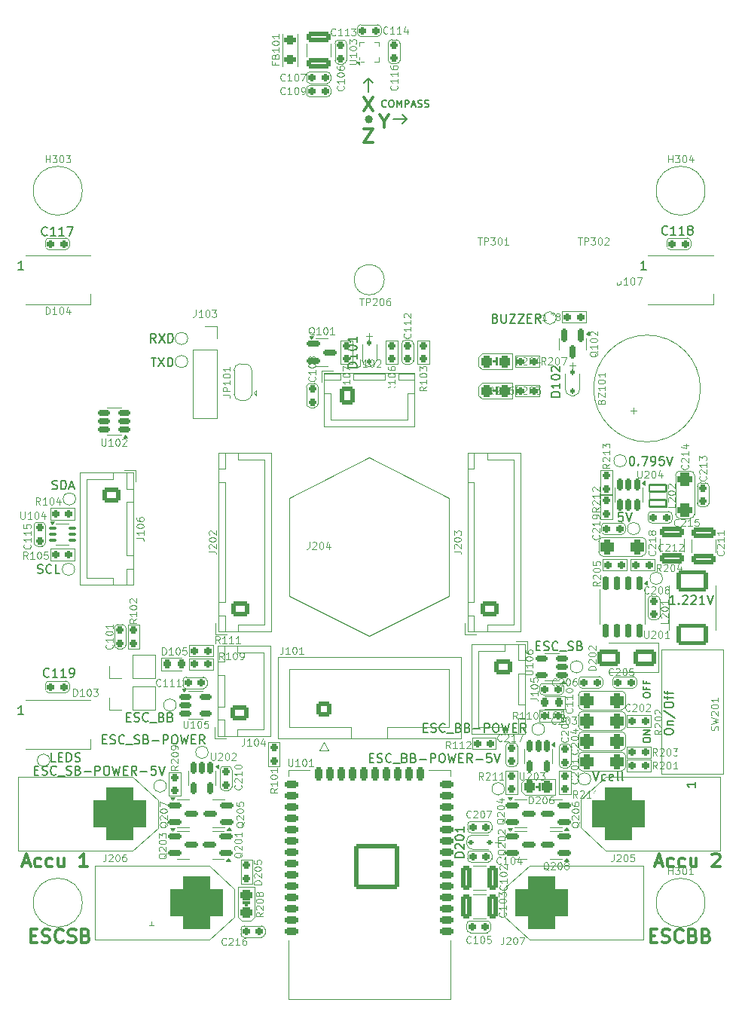
<source format=gbr>
%TF.GenerationSoftware,KiCad,Pcbnew,8.0.1*%
%TF.CreationDate,2024-06-22T00:40:19+02:00*%
%TF.ProjectId,Robuoy-Sub,526f6275-6f79-42d5-9375-622e6b696361,rev?*%
%TF.SameCoordinates,Original*%
%TF.FileFunction,Legend,Top*%
%TF.FilePolarity,Positive*%
%FSLAX46Y46*%
G04 Gerber Fmt 4.6, Leading zero omitted, Abs format (unit mm)*
G04 Created by KiCad (PCBNEW 8.0.1) date 2024-06-22 00:40:19*
%MOMM*%
%LPD*%
G01*
G04 APERTURE LIST*
G04 Aperture macros list*
%AMRoundRect*
0 Rectangle with rounded corners*
0 $1 Rounding radius*
0 $2 $3 $4 $5 $6 $7 $8 $9 X,Y pos of 4 corners*
0 Add a 4 corners polygon primitive as box body*
4,1,4,$2,$3,$4,$5,$6,$7,$8,$9,$2,$3,0*
0 Add four circle primitives for the rounded corners*
1,1,$1+$1,$2,$3*
1,1,$1+$1,$4,$5*
1,1,$1+$1,$6,$7*
1,1,$1+$1,$8,$9*
0 Add four rect primitives between the rounded corners*
20,1,$1+$1,$2,$3,$4,$5,0*
20,1,$1+$1,$4,$5,$6,$7,0*
20,1,$1+$1,$6,$7,$8,$9,0*
20,1,$1+$1,$8,$9,$2,$3,0*%
%AMFreePoly0*
4,1,19,0.550000,-0.750000,0.000000,-0.750000,0.000000,-0.744911,-0.071157,-0.744911,-0.207708,-0.704816,-0.327430,-0.627875,-0.420627,-0.520320,-0.479746,-0.390866,-0.500000,-0.250000,-0.500000,0.250000,-0.479746,0.390866,-0.420627,0.520320,-0.327430,0.627875,-0.207708,0.704816,-0.071157,0.744911,0.000000,0.744911,0.000000,0.750000,0.550000,0.750000,0.550000,-0.750000,0.550000,-0.750000,
$1*%
%AMFreePoly1*
4,1,19,0.000000,0.744911,0.071157,0.744911,0.207708,0.704816,0.327430,0.627875,0.420627,0.520320,0.479746,0.390866,0.500000,0.250000,0.500000,-0.250000,0.479746,-0.390866,0.420627,-0.520320,0.327430,-0.627875,0.207708,-0.704816,0.071157,-0.744911,0.000000,-0.744911,0.000000,-0.750000,-0.550000,-0.750000,-0.550000,0.750000,0.000000,0.750000,0.000000,0.744911,0.000000,0.744911,
$1*%
G04 Aperture macros list end*
%ADD10C,0.150000*%
%ADD11C,0.500000*%
%ADD12C,0.160000*%
%ADD13C,0.300000*%
%ADD14C,0.100000*%
%ADD15C,0.120000*%
%ADD16C,0.000000*%
%ADD17R,0.350000X0.375000*%
%ADD18R,0.375000X0.350000*%
%ADD19RoundRect,0.300000X-0.300000X-0.400000X0.300000X-0.400000X0.300000X0.400000X-0.300000X0.400000X0*%
%ADD20C,1.000000*%
%ADD21RoundRect,1.500000X1.500000X1.500000X-1.500000X1.500000X-1.500000X-1.500000X1.500000X-1.500000X0*%
%ADD22C,6.000000*%
%ADD23R,1.500000X0.900000*%
%ADD24RoundRect,0.150000X-0.587500X-0.150000X0.587500X-0.150000X0.587500X0.150000X-0.587500X0.150000X0*%
%ADD25RoundRect,0.250000X0.600000X-0.600000X0.600000X0.600000X-0.600000X0.600000X-0.600000X-0.600000X0*%
%ADD26C,1.700000*%
%ADD27RoundRect,0.200000X0.250000X-0.200000X0.250000X0.200000X-0.250000X0.200000X-0.250000X-0.200000X0*%
%ADD28RoundRect,0.375000X0.375000X0.475000X-0.375000X0.475000X-0.375000X-0.475000X0.375000X-0.475000X0*%
%ADD29RoundRect,0.200000X-0.200000X-0.250000X0.200000X-0.250000X0.200000X0.250000X-0.200000X0.250000X0*%
%ADD30RoundRect,0.250000X0.725000X-0.600000X0.725000X0.600000X-0.725000X0.600000X-0.725000X-0.600000X0*%
%ADD31O,1.950000X1.700000*%
%ADD32RoundRect,0.200000X0.200000X0.250000X-0.200000X0.250000X-0.200000X-0.250000X0.200000X-0.250000X0*%
%ADD33RoundRect,0.200000X-0.250000X0.200000X-0.250000X-0.200000X0.250000X-0.200000X0.250000X0.200000X0*%
%ADD34RoundRect,0.250000X-1.100000X0.325000X-1.100000X-0.325000X1.100000X-0.325000X1.100000X0.325000X0*%
%ADD35RoundRect,0.250000X1.100000X-0.325000X1.100000X0.325000X-1.100000X0.325000X-1.100000X-0.325000X0*%
%ADD36RoundRect,0.250000X1.000000X0.650000X-1.000000X0.650000X-1.000000X-0.650000X1.000000X-0.650000X0*%
%ADD37O,1.700000X1.700000*%
%ADD38R,1.700000X1.700000*%
%ADD39RoundRect,0.150000X0.587500X0.150000X-0.587500X0.150000X-0.587500X-0.150000X0.587500X-0.150000X0*%
%ADD40C,3.000000*%
%ADD41R,1.300000X1.300000*%
%ADD42C,1.300000*%
%ADD43RoundRect,0.100000X-0.350000X-0.100000X0.350000X-0.100000X0.350000X0.100000X-0.350000X0.100000X0*%
%ADD44FreePoly0,90.000000*%
%ADD45R,1.500000X1.000000*%
%ADD46FreePoly1,90.000000*%
%ADD47C,1.524000*%
%ADD48C,3.200000*%
%ADD49RoundRect,1.500000X-1.500000X-1.500000X1.500000X-1.500000X1.500000X1.500000X-1.500000X1.500000X0*%
%ADD50RoundRect,0.250000X-0.725000X0.600000X-0.725000X-0.600000X0.725000X-0.600000X0.725000X0.600000X0*%
%ADD51RoundRect,0.150000X0.512500X0.150000X-0.512500X0.150000X-0.512500X-0.150000X0.512500X-0.150000X0*%
%ADD52RoundRect,0.150000X-0.150000X0.512500X-0.150000X-0.512500X0.150000X-0.512500X0.150000X0.512500X0*%
%ADD53RoundRect,0.112500X-0.187500X-0.112500X0.187500X-0.112500X0.187500X0.112500X-0.187500X0.112500X0*%
%ADD54RoundRect,0.218750X0.218750X0.256250X-0.218750X0.256250X-0.218750X-0.256250X0.218750X-0.256250X0*%
%ADD55RoundRect,0.250000X-0.325000X-1.100000X0.325000X-1.100000X0.325000X1.100000X-0.325000X1.100000X0*%
%ADD56RoundRect,0.112500X0.112500X-0.187500X0.112500X0.187500X-0.112500X0.187500X-0.112500X-0.187500X0*%
%ADD57C,3.500000*%
%ADD58RoundRect,0.230769X1.519231X-0.969231X1.519231X0.969231X-1.519231X0.969231X-1.519231X-0.969231X0*%
%ADD59RoundRect,0.375000X0.475000X-0.375000X0.475000X0.375000X-0.475000X0.375000X-0.475000X-0.375000X0*%
%ADD60RoundRect,0.218750X-0.218750X-0.256250X0.218750X-0.256250X0.218750X0.256250X-0.218750X0.256250X0*%
%ADD61RoundRect,0.375000X-0.375000X-0.475000X0.375000X-0.475000X0.375000X0.475000X-0.375000X0.475000X0*%
%ADD62RoundRect,0.225000X0.525000X0.225000X-0.525000X0.225000X-0.525000X-0.225000X0.525000X-0.225000X0*%
%ADD63RoundRect,0.225000X-0.225000X0.525000X-0.225000X-0.525000X0.225000X-0.525000X0.225000X0.525000X0*%
%ADD64RoundRect,0.250000X2.250000X2.250000X-2.250000X2.250000X-2.250000X-2.250000X2.250000X-2.250000X0*%
%ADD65R,1.650000X1.650000*%
%ADD66RoundRect,0.091346X0.958654X-0.383654X0.958654X0.383654X-0.958654X0.383654X-0.958654X-0.383654X0*%
%ADD67RoundRect,0.275000X0.375000X-0.275000X0.375000X0.275000X-0.375000X0.275000X-0.375000X-0.275000X0*%
%ADD68RoundRect,0.150000X-0.150000X0.650000X-0.150000X-0.650000X0.150000X-0.650000X0.150000X0.650000X0*%
%ADD69R,3.200000X2.400000*%
%ADD70RoundRect,0.250000X-0.600000X-0.725000X0.600000X-0.725000X0.600000X0.725000X-0.600000X0.725000X0*%
%ADD71O,1.700000X1.950000*%
%ADD72RoundRect,0.150000X-0.150000X0.587500X-0.150000X-0.587500X0.150000X-0.587500X0.150000X0.587500X0*%
%ADD73RoundRect,0.150000X-0.512500X-0.150000X0.512500X-0.150000X0.512500X0.150000X-0.512500X0.150000X0*%
%ADD74RoundRect,0.300000X0.400000X-0.300000X0.400000X0.300000X-0.400000X0.300000X-0.400000X-0.300000X0*%
G04 APERTURE END LIST*
D10*
X130028000Y-49868000D02*
X129520000Y-50376000D01*
X125710000Y-45245200D02*
X126218000Y-45753200D01*
D11*
X125960800Y-49868000D02*
G75*
G02*
X125560800Y-49868000I-200000J0D01*
G01*
X125560800Y-49868000D02*
G75*
G02*
X125960800Y-49868000I200000J0D01*
G01*
D10*
X128504000Y-49868000D02*
X130028000Y-49868000D01*
X125710000Y-45245200D02*
X125202000Y-45753200D01*
X130028000Y-49868000D02*
X129520000Y-49360000D01*
X125710000Y-46820000D02*
X125710000Y-45296000D01*
D12*
X156603775Y-119685237D02*
X156603775Y-119532856D01*
X156603775Y-119532856D02*
X156641870Y-119456666D01*
X156641870Y-119456666D02*
X156718060Y-119380475D01*
X156718060Y-119380475D02*
X156870441Y-119342380D01*
X156870441Y-119342380D02*
X157137108Y-119342380D01*
X157137108Y-119342380D02*
X157289489Y-119380475D01*
X157289489Y-119380475D02*
X157365680Y-119456666D01*
X157365680Y-119456666D02*
X157403775Y-119532856D01*
X157403775Y-119532856D02*
X157403775Y-119685237D01*
X157403775Y-119685237D02*
X157365680Y-119761428D01*
X157365680Y-119761428D02*
X157289489Y-119837618D01*
X157289489Y-119837618D02*
X157137108Y-119875714D01*
X157137108Y-119875714D02*
X156870441Y-119875714D01*
X156870441Y-119875714D02*
X156718060Y-119837618D01*
X156718060Y-119837618D02*
X156641870Y-119761428D01*
X156641870Y-119761428D02*
X156603775Y-119685237D01*
X157403775Y-118999523D02*
X156603775Y-118999523D01*
X156603775Y-118999523D02*
X157403775Y-118542380D01*
X157403775Y-118542380D02*
X156603775Y-118542380D01*
X156603775Y-114651903D02*
X156603775Y-114499522D01*
X156603775Y-114499522D02*
X156641870Y-114423332D01*
X156641870Y-114423332D02*
X156718060Y-114347141D01*
X156718060Y-114347141D02*
X156870441Y-114309046D01*
X156870441Y-114309046D02*
X157137108Y-114309046D01*
X157137108Y-114309046D02*
X157289489Y-114347141D01*
X157289489Y-114347141D02*
X157365680Y-114423332D01*
X157365680Y-114423332D02*
X157403775Y-114499522D01*
X157403775Y-114499522D02*
X157403775Y-114651903D01*
X157403775Y-114651903D02*
X157365680Y-114728094D01*
X157365680Y-114728094D02*
X157289489Y-114804284D01*
X157289489Y-114804284D02*
X157137108Y-114842380D01*
X157137108Y-114842380D02*
X156870441Y-114842380D01*
X156870441Y-114842380D02*
X156718060Y-114804284D01*
X156718060Y-114804284D02*
X156641870Y-114728094D01*
X156641870Y-114728094D02*
X156603775Y-114651903D01*
X156984727Y-113699523D02*
X156984727Y-113966189D01*
X157403775Y-113966189D02*
X156603775Y-113966189D01*
X156603775Y-113966189D02*
X156603775Y-113585237D01*
X156984727Y-113013809D02*
X156984727Y-113280475D01*
X157403775Y-113280475D02*
X156603775Y-113280475D01*
X156603775Y-113280475D02*
X156603775Y-112899523D01*
D13*
X126209999Y-48911671D02*
X125209999Y-47411671D01*
X125209999Y-48911671D02*
X126209999Y-47411671D01*
X127488000Y-50086042D02*
X127488000Y-50800328D01*
X126988000Y-49300328D02*
X127488000Y-50086042D01*
X127488000Y-50086042D02*
X127988000Y-49300328D01*
X126209999Y-52467671D02*
X125209999Y-52467671D01*
X125209999Y-52467671D02*
X126209999Y-50967671D01*
X126209999Y-50967671D02*
X125209999Y-50967671D01*
D10*
X127726303Y-48416104D02*
X127688207Y-48454200D01*
X127688207Y-48454200D02*
X127573922Y-48492295D01*
X127573922Y-48492295D02*
X127497731Y-48492295D01*
X127497731Y-48492295D02*
X127383445Y-48454200D01*
X127383445Y-48454200D02*
X127307255Y-48378009D01*
X127307255Y-48378009D02*
X127269160Y-48301819D01*
X127269160Y-48301819D02*
X127231064Y-48149438D01*
X127231064Y-48149438D02*
X127231064Y-48035152D01*
X127231064Y-48035152D02*
X127269160Y-47882771D01*
X127269160Y-47882771D02*
X127307255Y-47806580D01*
X127307255Y-47806580D02*
X127383445Y-47730390D01*
X127383445Y-47730390D02*
X127497731Y-47692295D01*
X127497731Y-47692295D02*
X127573922Y-47692295D01*
X127573922Y-47692295D02*
X127688207Y-47730390D01*
X127688207Y-47730390D02*
X127726303Y-47768485D01*
X128221541Y-47692295D02*
X128373922Y-47692295D01*
X128373922Y-47692295D02*
X128450112Y-47730390D01*
X128450112Y-47730390D02*
X128526303Y-47806580D01*
X128526303Y-47806580D02*
X128564398Y-47958961D01*
X128564398Y-47958961D02*
X128564398Y-48225628D01*
X128564398Y-48225628D02*
X128526303Y-48378009D01*
X128526303Y-48378009D02*
X128450112Y-48454200D01*
X128450112Y-48454200D02*
X128373922Y-48492295D01*
X128373922Y-48492295D02*
X128221541Y-48492295D01*
X128221541Y-48492295D02*
X128145350Y-48454200D01*
X128145350Y-48454200D02*
X128069160Y-48378009D01*
X128069160Y-48378009D02*
X128031064Y-48225628D01*
X128031064Y-48225628D02*
X128031064Y-47958961D01*
X128031064Y-47958961D02*
X128069160Y-47806580D01*
X128069160Y-47806580D02*
X128145350Y-47730390D01*
X128145350Y-47730390D02*
X128221541Y-47692295D01*
X128907255Y-48492295D02*
X128907255Y-47692295D01*
X128907255Y-47692295D02*
X129173921Y-48263723D01*
X129173921Y-48263723D02*
X129440588Y-47692295D01*
X129440588Y-47692295D02*
X129440588Y-48492295D01*
X129821541Y-48492295D02*
X129821541Y-47692295D01*
X129821541Y-47692295D02*
X130126303Y-47692295D01*
X130126303Y-47692295D02*
X130202493Y-47730390D01*
X130202493Y-47730390D02*
X130240588Y-47768485D01*
X130240588Y-47768485D02*
X130278684Y-47844676D01*
X130278684Y-47844676D02*
X130278684Y-47958961D01*
X130278684Y-47958961D02*
X130240588Y-48035152D01*
X130240588Y-48035152D02*
X130202493Y-48073247D01*
X130202493Y-48073247D02*
X130126303Y-48111342D01*
X130126303Y-48111342D02*
X129821541Y-48111342D01*
X130583445Y-48263723D02*
X130964398Y-48263723D01*
X130507255Y-48492295D02*
X130773922Y-47692295D01*
X130773922Y-47692295D02*
X131040588Y-48492295D01*
X131269159Y-48454200D02*
X131383445Y-48492295D01*
X131383445Y-48492295D02*
X131573921Y-48492295D01*
X131573921Y-48492295D02*
X131650112Y-48454200D01*
X131650112Y-48454200D02*
X131688207Y-48416104D01*
X131688207Y-48416104D02*
X131726302Y-48339914D01*
X131726302Y-48339914D02*
X131726302Y-48263723D01*
X131726302Y-48263723D02*
X131688207Y-48187533D01*
X131688207Y-48187533D02*
X131650112Y-48149438D01*
X131650112Y-48149438D02*
X131573921Y-48111342D01*
X131573921Y-48111342D02*
X131421540Y-48073247D01*
X131421540Y-48073247D02*
X131345350Y-48035152D01*
X131345350Y-48035152D02*
X131307255Y-47997057D01*
X131307255Y-47997057D02*
X131269159Y-47920866D01*
X131269159Y-47920866D02*
X131269159Y-47844676D01*
X131269159Y-47844676D02*
X131307255Y-47768485D01*
X131307255Y-47768485D02*
X131345350Y-47730390D01*
X131345350Y-47730390D02*
X131421540Y-47692295D01*
X131421540Y-47692295D02*
X131612017Y-47692295D01*
X131612017Y-47692295D02*
X131726302Y-47730390D01*
X132031064Y-48454200D02*
X132145350Y-48492295D01*
X132145350Y-48492295D02*
X132335826Y-48492295D01*
X132335826Y-48492295D02*
X132412017Y-48454200D01*
X132412017Y-48454200D02*
X132450112Y-48416104D01*
X132450112Y-48416104D02*
X132488207Y-48339914D01*
X132488207Y-48339914D02*
X132488207Y-48263723D01*
X132488207Y-48263723D02*
X132450112Y-48187533D01*
X132450112Y-48187533D02*
X132412017Y-48149438D01*
X132412017Y-48149438D02*
X132335826Y-48111342D01*
X132335826Y-48111342D02*
X132183445Y-48073247D01*
X132183445Y-48073247D02*
X132107255Y-48035152D01*
X132107255Y-48035152D02*
X132069160Y-47997057D01*
X132069160Y-47997057D02*
X132031064Y-47920866D01*
X132031064Y-47920866D02*
X132031064Y-47844676D01*
X132031064Y-47844676D02*
X132069160Y-47768485D01*
X132069160Y-47768485D02*
X132107255Y-47730390D01*
X132107255Y-47730390D02*
X132183445Y-47692295D01*
X132183445Y-47692295D02*
X132373922Y-47692295D01*
X132373922Y-47692295D02*
X132488207Y-47730390D01*
D14*
X123574895Y-43661428D02*
X124222514Y-43661428D01*
X124222514Y-43661428D02*
X124298704Y-43623333D01*
X124298704Y-43623333D02*
X124336800Y-43585238D01*
X124336800Y-43585238D02*
X124374895Y-43509047D01*
X124374895Y-43509047D02*
X124374895Y-43356666D01*
X124374895Y-43356666D02*
X124336800Y-43280476D01*
X124336800Y-43280476D02*
X124298704Y-43242381D01*
X124298704Y-43242381D02*
X124222514Y-43204285D01*
X124222514Y-43204285D02*
X123574895Y-43204285D01*
X124374895Y-42404286D02*
X124374895Y-42861429D01*
X124374895Y-42632857D02*
X123574895Y-42632857D01*
X123574895Y-42632857D02*
X123689180Y-42709048D01*
X123689180Y-42709048D02*
X123765371Y-42785238D01*
X123765371Y-42785238D02*
X123803466Y-42861429D01*
X123574895Y-41909047D02*
X123574895Y-41832857D01*
X123574895Y-41832857D02*
X123612990Y-41756666D01*
X123612990Y-41756666D02*
X123651085Y-41718571D01*
X123651085Y-41718571D02*
X123727276Y-41680476D01*
X123727276Y-41680476D02*
X123879657Y-41642381D01*
X123879657Y-41642381D02*
X124070133Y-41642381D01*
X124070133Y-41642381D02*
X124222514Y-41680476D01*
X124222514Y-41680476D02*
X124298704Y-41718571D01*
X124298704Y-41718571D02*
X124336800Y-41756666D01*
X124336800Y-41756666D02*
X124374895Y-41832857D01*
X124374895Y-41832857D02*
X124374895Y-41909047D01*
X124374895Y-41909047D02*
X124336800Y-41985238D01*
X124336800Y-41985238D02*
X124298704Y-42023333D01*
X124298704Y-42023333D02*
X124222514Y-42061428D01*
X124222514Y-42061428D02*
X124070133Y-42099524D01*
X124070133Y-42099524D02*
X123879657Y-42099524D01*
X123879657Y-42099524D02*
X123727276Y-42061428D01*
X123727276Y-42061428D02*
X123651085Y-42023333D01*
X123651085Y-42023333D02*
X123612990Y-41985238D01*
X123612990Y-41985238D02*
X123574895Y-41909047D01*
X123574895Y-41375714D02*
X123574895Y-40880476D01*
X123574895Y-40880476D02*
X123879657Y-41147142D01*
X123879657Y-41147142D02*
X123879657Y-41032857D01*
X123879657Y-41032857D02*
X123917752Y-40956666D01*
X123917752Y-40956666D02*
X123955847Y-40918571D01*
X123955847Y-40918571D02*
X124032038Y-40880476D01*
X124032038Y-40880476D02*
X124222514Y-40880476D01*
X124222514Y-40880476D02*
X124298704Y-40918571D01*
X124298704Y-40918571D02*
X124336800Y-40956666D01*
X124336800Y-40956666D02*
X124374895Y-41032857D01*
X124374895Y-41032857D02*
X124374895Y-41261428D01*
X124374895Y-41261428D02*
X124336800Y-41337619D01*
X124336800Y-41337619D02*
X124298704Y-41375714D01*
X143766265Y-126754895D02*
X143766265Y-125954895D01*
X143766265Y-125954895D02*
X143956741Y-125954895D01*
X143956741Y-125954895D02*
X144071027Y-125992990D01*
X144071027Y-125992990D02*
X144147217Y-126069180D01*
X144147217Y-126069180D02*
X144185312Y-126145371D01*
X144185312Y-126145371D02*
X144223408Y-126297752D01*
X144223408Y-126297752D02*
X144223408Y-126412038D01*
X144223408Y-126412038D02*
X144185312Y-126564419D01*
X144185312Y-126564419D02*
X144147217Y-126640609D01*
X144147217Y-126640609D02*
X144071027Y-126716800D01*
X144071027Y-126716800D02*
X143956741Y-126754895D01*
X143956741Y-126754895D02*
X143766265Y-126754895D01*
X144528169Y-126031085D02*
X144566265Y-125992990D01*
X144566265Y-125992990D02*
X144642455Y-125954895D01*
X144642455Y-125954895D02*
X144832931Y-125954895D01*
X144832931Y-125954895D02*
X144909122Y-125992990D01*
X144909122Y-125992990D02*
X144947217Y-126031085D01*
X144947217Y-126031085D02*
X144985312Y-126107276D01*
X144985312Y-126107276D02*
X144985312Y-126183466D01*
X144985312Y-126183466D02*
X144947217Y-126297752D01*
X144947217Y-126297752D02*
X144490074Y-126754895D01*
X144490074Y-126754895D02*
X144985312Y-126754895D01*
X145480551Y-125954895D02*
X145556741Y-125954895D01*
X145556741Y-125954895D02*
X145632932Y-125992990D01*
X145632932Y-125992990D02*
X145671027Y-126031085D01*
X145671027Y-126031085D02*
X145709122Y-126107276D01*
X145709122Y-126107276D02*
X145747217Y-126259657D01*
X145747217Y-126259657D02*
X145747217Y-126450133D01*
X145747217Y-126450133D02*
X145709122Y-126602514D01*
X145709122Y-126602514D02*
X145671027Y-126678704D01*
X145671027Y-126678704D02*
X145632932Y-126716800D01*
X145632932Y-126716800D02*
X145556741Y-126754895D01*
X145556741Y-126754895D02*
X145480551Y-126754895D01*
X145480551Y-126754895D02*
X145404360Y-126716800D01*
X145404360Y-126716800D02*
X145366265Y-126678704D01*
X145366265Y-126678704D02*
X145328170Y-126602514D01*
X145328170Y-126602514D02*
X145290074Y-126450133D01*
X145290074Y-126450133D02*
X145290074Y-126259657D01*
X145290074Y-126259657D02*
X145328170Y-126107276D01*
X145328170Y-126107276D02*
X145366265Y-126031085D01*
X145366265Y-126031085D02*
X145404360Y-125992990D01*
X145404360Y-125992990D02*
X145480551Y-125954895D01*
X146432932Y-125954895D02*
X146280551Y-125954895D01*
X146280551Y-125954895D02*
X146204360Y-125992990D01*
X146204360Y-125992990D02*
X146166265Y-126031085D01*
X146166265Y-126031085D02*
X146090075Y-126145371D01*
X146090075Y-126145371D02*
X146051979Y-126297752D01*
X146051979Y-126297752D02*
X146051979Y-126602514D01*
X146051979Y-126602514D02*
X146090075Y-126678704D01*
X146090075Y-126678704D02*
X146128170Y-126716800D01*
X146128170Y-126716800D02*
X146204360Y-126754895D01*
X146204360Y-126754895D02*
X146356741Y-126754895D01*
X146356741Y-126754895D02*
X146432932Y-126716800D01*
X146432932Y-126716800D02*
X146471027Y-126678704D01*
X146471027Y-126678704D02*
X146509122Y-126602514D01*
X146509122Y-126602514D02*
X146509122Y-126412038D01*
X146509122Y-126412038D02*
X146471027Y-126335847D01*
X146471027Y-126335847D02*
X146432932Y-126297752D01*
X146432932Y-126297752D02*
X146356741Y-126259657D01*
X146356741Y-126259657D02*
X146204360Y-126259657D01*
X146204360Y-126259657D02*
X146128170Y-126297752D01*
X146128170Y-126297752D02*
X146090075Y-126335847D01*
X146090075Y-126335847D02*
X146051979Y-126412038D01*
D10*
X160170588Y-104344819D02*
X159599160Y-104344819D01*
X159884874Y-104344819D02*
X159884874Y-103344819D01*
X159884874Y-103344819D02*
X159789636Y-103487676D01*
X159789636Y-103487676D02*
X159694398Y-103582914D01*
X159694398Y-103582914D02*
X159599160Y-103630533D01*
X160599160Y-104249580D02*
X160646779Y-104297200D01*
X160646779Y-104297200D02*
X160599160Y-104344819D01*
X160599160Y-104344819D02*
X160551541Y-104297200D01*
X160551541Y-104297200D02*
X160599160Y-104249580D01*
X160599160Y-104249580D02*
X160599160Y-104344819D01*
X161027731Y-103440057D02*
X161075350Y-103392438D01*
X161075350Y-103392438D02*
X161170588Y-103344819D01*
X161170588Y-103344819D02*
X161408683Y-103344819D01*
X161408683Y-103344819D02*
X161503921Y-103392438D01*
X161503921Y-103392438D02*
X161551540Y-103440057D01*
X161551540Y-103440057D02*
X161599159Y-103535295D01*
X161599159Y-103535295D02*
X161599159Y-103630533D01*
X161599159Y-103630533D02*
X161551540Y-103773390D01*
X161551540Y-103773390D02*
X160980112Y-104344819D01*
X160980112Y-104344819D02*
X161599159Y-104344819D01*
X161980112Y-103440057D02*
X162027731Y-103392438D01*
X162027731Y-103392438D02*
X162122969Y-103344819D01*
X162122969Y-103344819D02*
X162361064Y-103344819D01*
X162361064Y-103344819D02*
X162456302Y-103392438D01*
X162456302Y-103392438D02*
X162503921Y-103440057D01*
X162503921Y-103440057D02*
X162551540Y-103535295D01*
X162551540Y-103535295D02*
X162551540Y-103630533D01*
X162551540Y-103630533D02*
X162503921Y-103773390D01*
X162503921Y-103773390D02*
X161932493Y-104344819D01*
X161932493Y-104344819D02*
X162551540Y-104344819D01*
X163503921Y-104344819D02*
X162932493Y-104344819D01*
X163218207Y-104344819D02*
X163218207Y-103344819D01*
X163218207Y-103344819D02*
X163122969Y-103487676D01*
X163122969Y-103487676D02*
X163027731Y-103582914D01*
X163027731Y-103582914D02*
X162932493Y-103630533D01*
X163789636Y-103344819D02*
X164122969Y-104344819D01*
X164122969Y-104344819D02*
X164456302Y-103344819D01*
D14*
X96181428Y-132454895D02*
X96181428Y-133026323D01*
X96181428Y-133026323D02*
X96143333Y-133140609D01*
X96143333Y-133140609D02*
X96067142Y-133216800D01*
X96067142Y-133216800D02*
X95952857Y-133254895D01*
X95952857Y-133254895D02*
X95876666Y-133254895D01*
X96524285Y-132531085D02*
X96562381Y-132492990D01*
X96562381Y-132492990D02*
X96638571Y-132454895D01*
X96638571Y-132454895D02*
X96829047Y-132454895D01*
X96829047Y-132454895D02*
X96905238Y-132492990D01*
X96905238Y-132492990D02*
X96943333Y-132531085D01*
X96943333Y-132531085D02*
X96981428Y-132607276D01*
X96981428Y-132607276D02*
X96981428Y-132683466D01*
X96981428Y-132683466D02*
X96943333Y-132797752D01*
X96943333Y-132797752D02*
X96486190Y-133254895D01*
X96486190Y-133254895D02*
X96981428Y-133254895D01*
X97476667Y-132454895D02*
X97552857Y-132454895D01*
X97552857Y-132454895D02*
X97629048Y-132492990D01*
X97629048Y-132492990D02*
X97667143Y-132531085D01*
X97667143Y-132531085D02*
X97705238Y-132607276D01*
X97705238Y-132607276D02*
X97743333Y-132759657D01*
X97743333Y-132759657D02*
X97743333Y-132950133D01*
X97743333Y-132950133D02*
X97705238Y-133102514D01*
X97705238Y-133102514D02*
X97667143Y-133178704D01*
X97667143Y-133178704D02*
X97629048Y-133216800D01*
X97629048Y-133216800D02*
X97552857Y-133254895D01*
X97552857Y-133254895D02*
X97476667Y-133254895D01*
X97476667Y-133254895D02*
X97400476Y-133216800D01*
X97400476Y-133216800D02*
X97362381Y-133178704D01*
X97362381Y-133178704D02*
X97324286Y-133102514D01*
X97324286Y-133102514D02*
X97286190Y-132950133D01*
X97286190Y-132950133D02*
X97286190Y-132759657D01*
X97286190Y-132759657D02*
X97324286Y-132607276D01*
X97324286Y-132607276D02*
X97362381Y-132531085D01*
X97362381Y-132531085D02*
X97400476Y-132492990D01*
X97400476Y-132492990D02*
X97476667Y-132454895D01*
X98429048Y-132454895D02*
X98276667Y-132454895D01*
X98276667Y-132454895D02*
X98200476Y-132492990D01*
X98200476Y-132492990D02*
X98162381Y-132531085D01*
X98162381Y-132531085D02*
X98086191Y-132645371D01*
X98086191Y-132645371D02*
X98048095Y-132797752D01*
X98048095Y-132797752D02*
X98048095Y-133102514D01*
X98048095Y-133102514D02*
X98086191Y-133178704D01*
X98086191Y-133178704D02*
X98124286Y-133216800D01*
X98124286Y-133216800D02*
X98200476Y-133254895D01*
X98200476Y-133254895D02*
X98352857Y-133254895D01*
X98352857Y-133254895D02*
X98429048Y-133216800D01*
X98429048Y-133216800D02*
X98467143Y-133178704D01*
X98467143Y-133178704D02*
X98505238Y-133102514D01*
X98505238Y-133102514D02*
X98505238Y-132912038D01*
X98505238Y-132912038D02*
X98467143Y-132835847D01*
X98467143Y-132835847D02*
X98429048Y-132797752D01*
X98429048Y-132797752D02*
X98352857Y-132759657D01*
X98352857Y-132759657D02*
X98200476Y-132759657D01*
X98200476Y-132759657D02*
X98124286Y-132797752D01*
X98124286Y-132797752D02*
X98086191Y-132835847D01*
X98086191Y-132835847D02*
X98048095Y-132912038D01*
D13*
X87760000Y-141582614D02*
X88260000Y-141582614D01*
X88474286Y-142368328D02*
X87760000Y-142368328D01*
X87760000Y-142368328D02*
X87760000Y-140868328D01*
X87760000Y-140868328D02*
X88474286Y-140868328D01*
X89045715Y-142296900D02*
X89260001Y-142368328D01*
X89260001Y-142368328D02*
X89617143Y-142368328D01*
X89617143Y-142368328D02*
X89760001Y-142296900D01*
X89760001Y-142296900D02*
X89831429Y-142225471D01*
X89831429Y-142225471D02*
X89902858Y-142082614D01*
X89902858Y-142082614D02*
X89902858Y-141939757D01*
X89902858Y-141939757D02*
X89831429Y-141796900D01*
X89831429Y-141796900D02*
X89760001Y-141725471D01*
X89760001Y-141725471D02*
X89617143Y-141654042D01*
X89617143Y-141654042D02*
X89331429Y-141582614D01*
X89331429Y-141582614D02*
X89188572Y-141511185D01*
X89188572Y-141511185D02*
X89117143Y-141439757D01*
X89117143Y-141439757D02*
X89045715Y-141296900D01*
X89045715Y-141296900D02*
X89045715Y-141154042D01*
X89045715Y-141154042D02*
X89117143Y-141011185D01*
X89117143Y-141011185D02*
X89188572Y-140939757D01*
X89188572Y-140939757D02*
X89331429Y-140868328D01*
X89331429Y-140868328D02*
X89688572Y-140868328D01*
X89688572Y-140868328D02*
X89902858Y-140939757D01*
X91402857Y-142225471D02*
X91331429Y-142296900D01*
X91331429Y-142296900D02*
X91117143Y-142368328D01*
X91117143Y-142368328D02*
X90974286Y-142368328D01*
X90974286Y-142368328D02*
X90760000Y-142296900D01*
X90760000Y-142296900D02*
X90617143Y-142154042D01*
X90617143Y-142154042D02*
X90545714Y-142011185D01*
X90545714Y-142011185D02*
X90474286Y-141725471D01*
X90474286Y-141725471D02*
X90474286Y-141511185D01*
X90474286Y-141511185D02*
X90545714Y-141225471D01*
X90545714Y-141225471D02*
X90617143Y-141082614D01*
X90617143Y-141082614D02*
X90760000Y-140939757D01*
X90760000Y-140939757D02*
X90974286Y-140868328D01*
X90974286Y-140868328D02*
X91117143Y-140868328D01*
X91117143Y-140868328D02*
X91331429Y-140939757D01*
X91331429Y-140939757D02*
X91402857Y-141011185D01*
X91974286Y-142296900D02*
X92188572Y-142368328D01*
X92188572Y-142368328D02*
X92545714Y-142368328D01*
X92545714Y-142368328D02*
X92688572Y-142296900D01*
X92688572Y-142296900D02*
X92760000Y-142225471D01*
X92760000Y-142225471D02*
X92831429Y-142082614D01*
X92831429Y-142082614D02*
X92831429Y-141939757D01*
X92831429Y-141939757D02*
X92760000Y-141796900D01*
X92760000Y-141796900D02*
X92688572Y-141725471D01*
X92688572Y-141725471D02*
X92545714Y-141654042D01*
X92545714Y-141654042D02*
X92260000Y-141582614D01*
X92260000Y-141582614D02*
X92117143Y-141511185D01*
X92117143Y-141511185D02*
X92045714Y-141439757D01*
X92045714Y-141439757D02*
X91974286Y-141296900D01*
X91974286Y-141296900D02*
X91974286Y-141154042D01*
X91974286Y-141154042D02*
X92045714Y-141011185D01*
X92045714Y-141011185D02*
X92117143Y-140939757D01*
X92117143Y-140939757D02*
X92260000Y-140868328D01*
X92260000Y-140868328D02*
X92617143Y-140868328D01*
X92617143Y-140868328D02*
X92831429Y-140939757D01*
X93974285Y-141582614D02*
X94188571Y-141654042D01*
X94188571Y-141654042D02*
X94260000Y-141725471D01*
X94260000Y-141725471D02*
X94331428Y-141868328D01*
X94331428Y-141868328D02*
X94331428Y-142082614D01*
X94331428Y-142082614D02*
X94260000Y-142225471D01*
X94260000Y-142225471D02*
X94188571Y-142296900D01*
X94188571Y-142296900D02*
X94045714Y-142368328D01*
X94045714Y-142368328D02*
X93474285Y-142368328D01*
X93474285Y-142368328D02*
X93474285Y-140868328D01*
X93474285Y-140868328D02*
X93974285Y-140868328D01*
X93974285Y-140868328D02*
X94117143Y-140939757D01*
X94117143Y-140939757D02*
X94188571Y-141011185D01*
X94188571Y-141011185D02*
X94260000Y-141154042D01*
X94260000Y-141154042D02*
X94260000Y-141296900D01*
X94260000Y-141296900D02*
X94188571Y-141439757D01*
X94188571Y-141439757D02*
X94117143Y-141511185D01*
X94117143Y-141511185D02*
X93974285Y-141582614D01*
X93974285Y-141582614D02*
X93474285Y-141582614D01*
D14*
X92557619Y-114654895D02*
X92557619Y-113854895D01*
X92557619Y-113854895D02*
X92748095Y-113854895D01*
X92748095Y-113854895D02*
X92862381Y-113892990D01*
X92862381Y-113892990D02*
X92938571Y-113969180D01*
X92938571Y-113969180D02*
X92976666Y-114045371D01*
X92976666Y-114045371D02*
X93014762Y-114197752D01*
X93014762Y-114197752D02*
X93014762Y-114312038D01*
X93014762Y-114312038D02*
X92976666Y-114464419D01*
X92976666Y-114464419D02*
X92938571Y-114540609D01*
X92938571Y-114540609D02*
X92862381Y-114616800D01*
X92862381Y-114616800D02*
X92748095Y-114654895D01*
X92748095Y-114654895D02*
X92557619Y-114654895D01*
X93776666Y-114654895D02*
X93319523Y-114654895D01*
X93548095Y-114654895D02*
X93548095Y-113854895D01*
X93548095Y-113854895D02*
X93471904Y-113969180D01*
X93471904Y-113969180D02*
X93395714Y-114045371D01*
X93395714Y-114045371D02*
X93319523Y-114083466D01*
X94271905Y-113854895D02*
X94348095Y-113854895D01*
X94348095Y-113854895D02*
X94424286Y-113892990D01*
X94424286Y-113892990D02*
X94462381Y-113931085D01*
X94462381Y-113931085D02*
X94500476Y-114007276D01*
X94500476Y-114007276D02*
X94538571Y-114159657D01*
X94538571Y-114159657D02*
X94538571Y-114350133D01*
X94538571Y-114350133D02*
X94500476Y-114502514D01*
X94500476Y-114502514D02*
X94462381Y-114578704D01*
X94462381Y-114578704D02*
X94424286Y-114616800D01*
X94424286Y-114616800D02*
X94348095Y-114654895D01*
X94348095Y-114654895D02*
X94271905Y-114654895D01*
X94271905Y-114654895D02*
X94195714Y-114616800D01*
X94195714Y-114616800D02*
X94157619Y-114578704D01*
X94157619Y-114578704D02*
X94119524Y-114502514D01*
X94119524Y-114502514D02*
X94081428Y-114350133D01*
X94081428Y-114350133D02*
X94081428Y-114159657D01*
X94081428Y-114159657D02*
X94119524Y-114007276D01*
X94119524Y-114007276D02*
X94157619Y-113931085D01*
X94157619Y-113931085D02*
X94195714Y-113892990D01*
X94195714Y-113892990D02*
X94271905Y-113854895D01*
X94805238Y-113854895D02*
X95300476Y-113854895D01*
X95300476Y-113854895D02*
X95033810Y-114159657D01*
X95033810Y-114159657D02*
X95148095Y-114159657D01*
X95148095Y-114159657D02*
X95224286Y-114197752D01*
X95224286Y-114197752D02*
X95262381Y-114235847D01*
X95262381Y-114235847D02*
X95300476Y-114312038D01*
X95300476Y-114312038D02*
X95300476Y-114502514D01*
X95300476Y-114502514D02*
X95262381Y-114578704D01*
X95262381Y-114578704D02*
X95224286Y-114616800D01*
X95224286Y-114616800D02*
X95148095Y-114654895D01*
X95148095Y-114654895D02*
X94919524Y-114654895D01*
X94919524Y-114654895D02*
X94843333Y-114616800D01*
X94843333Y-114616800D02*
X94805238Y-114578704D01*
D10*
X86945714Y-116744819D02*
X86374286Y-116744819D01*
X86660000Y-116744819D02*
X86660000Y-115744819D01*
X86660000Y-115744819D02*
X86564762Y-115887676D01*
X86564762Y-115887676D02*
X86469524Y-115982914D01*
X86469524Y-115982914D02*
X86374286Y-116030533D01*
D14*
X103051085Y-132328095D02*
X103012990Y-132404285D01*
X103012990Y-132404285D02*
X102936800Y-132480476D01*
X102936800Y-132480476D02*
X102822514Y-132594762D01*
X102822514Y-132594762D02*
X102784419Y-132670952D01*
X102784419Y-132670952D02*
X102784419Y-132747143D01*
X102974895Y-132709047D02*
X102936800Y-132785238D01*
X102936800Y-132785238D02*
X102860609Y-132861428D01*
X102860609Y-132861428D02*
X102708228Y-132899524D01*
X102708228Y-132899524D02*
X102441561Y-132899524D01*
X102441561Y-132899524D02*
X102289180Y-132861428D01*
X102289180Y-132861428D02*
X102212990Y-132785238D01*
X102212990Y-132785238D02*
X102174895Y-132709047D01*
X102174895Y-132709047D02*
X102174895Y-132556666D01*
X102174895Y-132556666D02*
X102212990Y-132480476D01*
X102212990Y-132480476D02*
X102289180Y-132404285D01*
X102289180Y-132404285D02*
X102441561Y-132366190D01*
X102441561Y-132366190D02*
X102708228Y-132366190D01*
X102708228Y-132366190D02*
X102860609Y-132404285D01*
X102860609Y-132404285D02*
X102936800Y-132480476D01*
X102936800Y-132480476D02*
X102974895Y-132556666D01*
X102974895Y-132556666D02*
X102974895Y-132709047D01*
X102251085Y-132061429D02*
X102212990Y-132023333D01*
X102212990Y-132023333D02*
X102174895Y-131947143D01*
X102174895Y-131947143D02*
X102174895Y-131756667D01*
X102174895Y-131756667D02*
X102212990Y-131680476D01*
X102212990Y-131680476D02*
X102251085Y-131642381D01*
X102251085Y-131642381D02*
X102327276Y-131604286D01*
X102327276Y-131604286D02*
X102403466Y-131604286D01*
X102403466Y-131604286D02*
X102517752Y-131642381D01*
X102517752Y-131642381D02*
X102974895Y-132099524D01*
X102974895Y-132099524D02*
X102974895Y-131604286D01*
X102174895Y-131109047D02*
X102174895Y-131032857D01*
X102174895Y-131032857D02*
X102212990Y-130956666D01*
X102212990Y-130956666D02*
X102251085Y-130918571D01*
X102251085Y-130918571D02*
X102327276Y-130880476D01*
X102327276Y-130880476D02*
X102479657Y-130842381D01*
X102479657Y-130842381D02*
X102670133Y-130842381D01*
X102670133Y-130842381D02*
X102822514Y-130880476D01*
X102822514Y-130880476D02*
X102898704Y-130918571D01*
X102898704Y-130918571D02*
X102936800Y-130956666D01*
X102936800Y-130956666D02*
X102974895Y-131032857D01*
X102974895Y-131032857D02*
X102974895Y-131109047D01*
X102974895Y-131109047D02*
X102936800Y-131185238D01*
X102936800Y-131185238D02*
X102898704Y-131223333D01*
X102898704Y-131223333D02*
X102822514Y-131261428D01*
X102822514Y-131261428D02*
X102670133Y-131299524D01*
X102670133Y-131299524D02*
X102479657Y-131299524D01*
X102479657Y-131299524D02*
X102327276Y-131261428D01*
X102327276Y-131261428D02*
X102251085Y-131223333D01*
X102251085Y-131223333D02*
X102212990Y-131185238D01*
X102212990Y-131185238D02*
X102174895Y-131109047D01*
X102174895Y-130575714D02*
X102174895Y-130080476D01*
X102174895Y-130080476D02*
X102479657Y-130347142D01*
X102479657Y-130347142D02*
X102479657Y-130232857D01*
X102479657Y-130232857D02*
X102517752Y-130156666D01*
X102517752Y-130156666D02*
X102555847Y-130118571D01*
X102555847Y-130118571D02*
X102632038Y-130080476D01*
X102632038Y-130080476D02*
X102822514Y-130080476D01*
X102822514Y-130080476D02*
X102898704Y-130118571D01*
X102898704Y-130118571D02*
X102936800Y-130156666D01*
X102936800Y-130156666D02*
X102974895Y-130232857D01*
X102974895Y-130232857D02*
X102974895Y-130461428D01*
X102974895Y-130461428D02*
X102936800Y-130537619D01*
X102936800Y-130537619D02*
X102898704Y-130575714D01*
X116081428Y-109154895D02*
X116081428Y-109726323D01*
X116081428Y-109726323D02*
X116043333Y-109840609D01*
X116043333Y-109840609D02*
X115967142Y-109916800D01*
X115967142Y-109916800D02*
X115852857Y-109954895D01*
X115852857Y-109954895D02*
X115776666Y-109954895D01*
X116881428Y-109954895D02*
X116424285Y-109954895D01*
X116652857Y-109954895D02*
X116652857Y-109154895D01*
X116652857Y-109154895D02*
X116576666Y-109269180D01*
X116576666Y-109269180D02*
X116500476Y-109345371D01*
X116500476Y-109345371D02*
X116424285Y-109383466D01*
X117376667Y-109154895D02*
X117452857Y-109154895D01*
X117452857Y-109154895D02*
X117529048Y-109192990D01*
X117529048Y-109192990D02*
X117567143Y-109231085D01*
X117567143Y-109231085D02*
X117605238Y-109307276D01*
X117605238Y-109307276D02*
X117643333Y-109459657D01*
X117643333Y-109459657D02*
X117643333Y-109650133D01*
X117643333Y-109650133D02*
X117605238Y-109802514D01*
X117605238Y-109802514D02*
X117567143Y-109878704D01*
X117567143Y-109878704D02*
X117529048Y-109916800D01*
X117529048Y-109916800D02*
X117452857Y-109954895D01*
X117452857Y-109954895D02*
X117376667Y-109954895D01*
X117376667Y-109954895D02*
X117300476Y-109916800D01*
X117300476Y-109916800D02*
X117262381Y-109878704D01*
X117262381Y-109878704D02*
X117224286Y-109802514D01*
X117224286Y-109802514D02*
X117186190Y-109650133D01*
X117186190Y-109650133D02*
X117186190Y-109459657D01*
X117186190Y-109459657D02*
X117224286Y-109307276D01*
X117224286Y-109307276D02*
X117262381Y-109231085D01*
X117262381Y-109231085D02*
X117300476Y-109192990D01*
X117300476Y-109192990D02*
X117376667Y-109154895D01*
X118405238Y-109954895D02*
X117948095Y-109954895D01*
X118176667Y-109954895D02*
X118176667Y-109154895D01*
X118176667Y-109154895D02*
X118100476Y-109269180D01*
X118100476Y-109269180D02*
X118024286Y-109345371D01*
X118024286Y-109345371D02*
X117948095Y-109383466D01*
X96898704Y-108893884D02*
X96936800Y-108931980D01*
X96936800Y-108931980D02*
X96974895Y-109046265D01*
X96974895Y-109046265D02*
X96974895Y-109122456D01*
X96974895Y-109122456D02*
X96936800Y-109236742D01*
X96936800Y-109236742D02*
X96860609Y-109312932D01*
X96860609Y-109312932D02*
X96784419Y-109351027D01*
X96784419Y-109351027D02*
X96632038Y-109389123D01*
X96632038Y-109389123D02*
X96517752Y-109389123D01*
X96517752Y-109389123D02*
X96365371Y-109351027D01*
X96365371Y-109351027D02*
X96289180Y-109312932D01*
X96289180Y-109312932D02*
X96212990Y-109236742D01*
X96212990Y-109236742D02*
X96174895Y-109122456D01*
X96174895Y-109122456D02*
X96174895Y-109046265D01*
X96174895Y-109046265D02*
X96212990Y-108931980D01*
X96212990Y-108931980D02*
X96251085Y-108893884D01*
X96974895Y-108131980D02*
X96974895Y-108589123D01*
X96974895Y-108360551D02*
X96174895Y-108360551D01*
X96174895Y-108360551D02*
X96289180Y-108436742D01*
X96289180Y-108436742D02*
X96365371Y-108512932D01*
X96365371Y-108512932D02*
X96403466Y-108589123D01*
X96174895Y-107636741D02*
X96174895Y-107560551D01*
X96174895Y-107560551D02*
X96212990Y-107484360D01*
X96212990Y-107484360D02*
X96251085Y-107446265D01*
X96251085Y-107446265D02*
X96327276Y-107408170D01*
X96327276Y-107408170D02*
X96479657Y-107370075D01*
X96479657Y-107370075D02*
X96670133Y-107370075D01*
X96670133Y-107370075D02*
X96822514Y-107408170D01*
X96822514Y-107408170D02*
X96898704Y-107446265D01*
X96898704Y-107446265D02*
X96936800Y-107484360D01*
X96936800Y-107484360D02*
X96974895Y-107560551D01*
X96974895Y-107560551D02*
X96974895Y-107636741D01*
X96974895Y-107636741D02*
X96936800Y-107712932D01*
X96936800Y-107712932D02*
X96898704Y-107751027D01*
X96898704Y-107751027D02*
X96822514Y-107789122D01*
X96822514Y-107789122D02*
X96670133Y-107827218D01*
X96670133Y-107827218D02*
X96479657Y-107827218D01*
X96479657Y-107827218D02*
X96327276Y-107789122D01*
X96327276Y-107789122D02*
X96251085Y-107751027D01*
X96251085Y-107751027D02*
X96212990Y-107712932D01*
X96212990Y-107712932D02*
X96174895Y-107636741D01*
X96974895Y-106608170D02*
X96974895Y-107065313D01*
X96974895Y-106836741D02*
X96174895Y-106836741D01*
X96174895Y-106836741D02*
X96289180Y-106912932D01*
X96289180Y-106912932D02*
X96365371Y-106989122D01*
X96365371Y-106989122D02*
X96403466Y-107065313D01*
X149198704Y-120693884D02*
X149236800Y-120731980D01*
X149236800Y-120731980D02*
X149274895Y-120846265D01*
X149274895Y-120846265D02*
X149274895Y-120922456D01*
X149274895Y-120922456D02*
X149236800Y-121036742D01*
X149236800Y-121036742D02*
X149160609Y-121112932D01*
X149160609Y-121112932D02*
X149084419Y-121151027D01*
X149084419Y-121151027D02*
X148932038Y-121189123D01*
X148932038Y-121189123D02*
X148817752Y-121189123D01*
X148817752Y-121189123D02*
X148665371Y-121151027D01*
X148665371Y-121151027D02*
X148589180Y-121112932D01*
X148589180Y-121112932D02*
X148512990Y-121036742D01*
X148512990Y-121036742D02*
X148474895Y-120922456D01*
X148474895Y-120922456D02*
X148474895Y-120846265D01*
X148474895Y-120846265D02*
X148512990Y-120731980D01*
X148512990Y-120731980D02*
X148551085Y-120693884D01*
X148551085Y-120389123D02*
X148512990Y-120351027D01*
X148512990Y-120351027D02*
X148474895Y-120274837D01*
X148474895Y-120274837D02*
X148474895Y-120084361D01*
X148474895Y-120084361D02*
X148512990Y-120008170D01*
X148512990Y-120008170D02*
X148551085Y-119970075D01*
X148551085Y-119970075D02*
X148627276Y-119931980D01*
X148627276Y-119931980D02*
X148703466Y-119931980D01*
X148703466Y-119931980D02*
X148817752Y-119970075D01*
X148817752Y-119970075D02*
X149274895Y-120427218D01*
X149274895Y-120427218D02*
X149274895Y-119931980D01*
X148474895Y-119436741D02*
X148474895Y-119360551D01*
X148474895Y-119360551D02*
X148512990Y-119284360D01*
X148512990Y-119284360D02*
X148551085Y-119246265D01*
X148551085Y-119246265D02*
X148627276Y-119208170D01*
X148627276Y-119208170D02*
X148779657Y-119170075D01*
X148779657Y-119170075D02*
X148970133Y-119170075D01*
X148970133Y-119170075D02*
X149122514Y-119208170D01*
X149122514Y-119208170D02*
X149198704Y-119246265D01*
X149198704Y-119246265D02*
X149236800Y-119284360D01*
X149236800Y-119284360D02*
X149274895Y-119360551D01*
X149274895Y-119360551D02*
X149274895Y-119436741D01*
X149274895Y-119436741D02*
X149236800Y-119512932D01*
X149236800Y-119512932D02*
X149198704Y-119551027D01*
X149198704Y-119551027D02*
X149122514Y-119589122D01*
X149122514Y-119589122D02*
X148970133Y-119627218D01*
X148970133Y-119627218D02*
X148779657Y-119627218D01*
X148779657Y-119627218D02*
X148627276Y-119589122D01*
X148627276Y-119589122D02*
X148551085Y-119551027D01*
X148551085Y-119551027D02*
X148512990Y-119512932D01*
X148512990Y-119512932D02*
X148474895Y-119436741D01*
X148741561Y-118484360D02*
X149274895Y-118484360D01*
X148436800Y-118674836D02*
X149008228Y-118865313D01*
X149008228Y-118865313D02*
X149008228Y-118370074D01*
D10*
X89818207Y-112449580D02*
X89770588Y-112497200D01*
X89770588Y-112497200D02*
X89627731Y-112544819D01*
X89627731Y-112544819D02*
X89532493Y-112544819D01*
X89532493Y-112544819D02*
X89389636Y-112497200D01*
X89389636Y-112497200D02*
X89294398Y-112401961D01*
X89294398Y-112401961D02*
X89246779Y-112306723D01*
X89246779Y-112306723D02*
X89199160Y-112116247D01*
X89199160Y-112116247D02*
X89199160Y-111973390D01*
X89199160Y-111973390D02*
X89246779Y-111782914D01*
X89246779Y-111782914D02*
X89294398Y-111687676D01*
X89294398Y-111687676D02*
X89389636Y-111592438D01*
X89389636Y-111592438D02*
X89532493Y-111544819D01*
X89532493Y-111544819D02*
X89627731Y-111544819D01*
X89627731Y-111544819D02*
X89770588Y-111592438D01*
X89770588Y-111592438D02*
X89818207Y-111640057D01*
X90770588Y-112544819D02*
X90199160Y-112544819D01*
X90484874Y-112544819D02*
X90484874Y-111544819D01*
X90484874Y-111544819D02*
X90389636Y-111687676D01*
X90389636Y-111687676D02*
X90294398Y-111782914D01*
X90294398Y-111782914D02*
X90199160Y-111830533D01*
X91722969Y-112544819D02*
X91151541Y-112544819D01*
X91437255Y-112544819D02*
X91437255Y-111544819D01*
X91437255Y-111544819D02*
X91342017Y-111687676D01*
X91342017Y-111687676D02*
X91246779Y-111782914D01*
X91246779Y-111782914D02*
X91151541Y-111830533D01*
X92199160Y-112544819D02*
X92389636Y-112544819D01*
X92389636Y-112544819D02*
X92484874Y-112497200D01*
X92484874Y-112497200D02*
X92532493Y-112449580D01*
X92532493Y-112449580D02*
X92627731Y-112306723D01*
X92627731Y-112306723D02*
X92675350Y-112116247D01*
X92675350Y-112116247D02*
X92675350Y-111735295D01*
X92675350Y-111735295D02*
X92627731Y-111640057D01*
X92627731Y-111640057D02*
X92580112Y-111592438D01*
X92580112Y-111592438D02*
X92484874Y-111544819D01*
X92484874Y-111544819D02*
X92294398Y-111544819D01*
X92294398Y-111544819D02*
X92199160Y-111592438D01*
X92199160Y-111592438D02*
X92151541Y-111640057D01*
X92151541Y-111640057D02*
X92103922Y-111735295D01*
X92103922Y-111735295D02*
X92103922Y-111973390D01*
X92103922Y-111973390D02*
X92151541Y-112068628D01*
X92151541Y-112068628D02*
X92199160Y-112116247D01*
X92199160Y-112116247D02*
X92294398Y-112163866D01*
X92294398Y-112163866D02*
X92484874Y-112163866D01*
X92484874Y-112163866D02*
X92580112Y-112116247D01*
X92580112Y-112116247D02*
X92627731Y-112068628D01*
X92627731Y-112068628D02*
X92675350Y-111973390D01*
D14*
X111781428Y-119454895D02*
X111781428Y-120026323D01*
X111781428Y-120026323D02*
X111743333Y-120140609D01*
X111743333Y-120140609D02*
X111667142Y-120216800D01*
X111667142Y-120216800D02*
X111552857Y-120254895D01*
X111552857Y-120254895D02*
X111476666Y-120254895D01*
X112581428Y-120254895D02*
X112124285Y-120254895D01*
X112352857Y-120254895D02*
X112352857Y-119454895D01*
X112352857Y-119454895D02*
X112276666Y-119569180D01*
X112276666Y-119569180D02*
X112200476Y-119645371D01*
X112200476Y-119645371D02*
X112124285Y-119683466D01*
X113076667Y-119454895D02*
X113152857Y-119454895D01*
X113152857Y-119454895D02*
X113229048Y-119492990D01*
X113229048Y-119492990D02*
X113267143Y-119531085D01*
X113267143Y-119531085D02*
X113305238Y-119607276D01*
X113305238Y-119607276D02*
X113343333Y-119759657D01*
X113343333Y-119759657D02*
X113343333Y-119950133D01*
X113343333Y-119950133D02*
X113305238Y-120102514D01*
X113305238Y-120102514D02*
X113267143Y-120178704D01*
X113267143Y-120178704D02*
X113229048Y-120216800D01*
X113229048Y-120216800D02*
X113152857Y-120254895D01*
X113152857Y-120254895D02*
X113076667Y-120254895D01*
X113076667Y-120254895D02*
X113000476Y-120216800D01*
X113000476Y-120216800D02*
X112962381Y-120178704D01*
X112962381Y-120178704D02*
X112924286Y-120102514D01*
X112924286Y-120102514D02*
X112886190Y-119950133D01*
X112886190Y-119950133D02*
X112886190Y-119759657D01*
X112886190Y-119759657D02*
X112924286Y-119607276D01*
X112924286Y-119607276D02*
X112962381Y-119531085D01*
X112962381Y-119531085D02*
X113000476Y-119492990D01*
X113000476Y-119492990D02*
X113076667Y-119454895D01*
X114029048Y-119721561D02*
X114029048Y-120254895D01*
X113838572Y-119416800D02*
X113648095Y-119988228D01*
X113648095Y-119988228D02*
X114143334Y-119988228D01*
X139720115Y-80728895D02*
X139453448Y-80347942D01*
X139262972Y-80728895D02*
X139262972Y-79928895D01*
X139262972Y-79928895D02*
X139567734Y-79928895D01*
X139567734Y-79928895D02*
X139643924Y-79966990D01*
X139643924Y-79966990D02*
X139682019Y-80005085D01*
X139682019Y-80005085D02*
X139720115Y-80081276D01*
X139720115Y-80081276D02*
X139720115Y-80195561D01*
X139720115Y-80195561D02*
X139682019Y-80271752D01*
X139682019Y-80271752D02*
X139643924Y-80309847D01*
X139643924Y-80309847D02*
X139567734Y-80347942D01*
X139567734Y-80347942D02*
X139262972Y-80347942D01*
X140024876Y-80005085D02*
X140062972Y-79966990D01*
X140062972Y-79966990D02*
X140139162Y-79928895D01*
X140139162Y-79928895D02*
X140329638Y-79928895D01*
X140329638Y-79928895D02*
X140405829Y-79966990D01*
X140405829Y-79966990D02*
X140443924Y-80005085D01*
X140443924Y-80005085D02*
X140482019Y-80081276D01*
X140482019Y-80081276D02*
X140482019Y-80157466D01*
X140482019Y-80157466D02*
X140443924Y-80271752D01*
X140443924Y-80271752D02*
X139986781Y-80728895D01*
X139986781Y-80728895D02*
X140482019Y-80728895D01*
X140977258Y-79928895D02*
X141053448Y-79928895D01*
X141053448Y-79928895D02*
X141129639Y-79966990D01*
X141129639Y-79966990D02*
X141167734Y-80005085D01*
X141167734Y-80005085D02*
X141205829Y-80081276D01*
X141205829Y-80081276D02*
X141243924Y-80233657D01*
X141243924Y-80233657D02*
X141243924Y-80424133D01*
X141243924Y-80424133D02*
X141205829Y-80576514D01*
X141205829Y-80576514D02*
X141167734Y-80652704D01*
X141167734Y-80652704D02*
X141129639Y-80690800D01*
X141129639Y-80690800D02*
X141053448Y-80728895D01*
X141053448Y-80728895D02*
X140977258Y-80728895D01*
X140977258Y-80728895D02*
X140901067Y-80690800D01*
X140901067Y-80690800D02*
X140862972Y-80652704D01*
X140862972Y-80652704D02*
X140824877Y-80576514D01*
X140824877Y-80576514D02*
X140786781Y-80424133D01*
X140786781Y-80424133D02*
X140786781Y-80233657D01*
X140786781Y-80233657D02*
X140824877Y-80081276D01*
X140824877Y-80081276D02*
X140862972Y-80005085D01*
X140862972Y-80005085D02*
X140901067Y-79966990D01*
X140901067Y-79966990D02*
X140977258Y-79928895D01*
X141929639Y-79928895D02*
X141777258Y-79928895D01*
X141777258Y-79928895D02*
X141701067Y-79966990D01*
X141701067Y-79966990D02*
X141662972Y-80005085D01*
X141662972Y-80005085D02*
X141586782Y-80119371D01*
X141586782Y-80119371D02*
X141548686Y-80271752D01*
X141548686Y-80271752D02*
X141548686Y-80576514D01*
X141548686Y-80576514D02*
X141586782Y-80652704D01*
X141586782Y-80652704D02*
X141624877Y-80690800D01*
X141624877Y-80690800D02*
X141701067Y-80728895D01*
X141701067Y-80728895D02*
X141853448Y-80728895D01*
X141853448Y-80728895D02*
X141929639Y-80690800D01*
X141929639Y-80690800D02*
X141967734Y-80652704D01*
X141967734Y-80652704D02*
X142005829Y-80576514D01*
X142005829Y-80576514D02*
X142005829Y-80386038D01*
X142005829Y-80386038D02*
X141967734Y-80309847D01*
X141967734Y-80309847D02*
X141929639Y-80271752D01*
X141929639Y-80271752D02*
X141853448Y-80233657D01*
X141853448Y-80233657D02*
X141701067Y-80233657D01*
X141701067Y-80233657D02*
X141624877Y-80271752D01*
X141624877Y-80271752D02*
X141586782Y-80309847D01*
X141586782Y-80309847D02*
X141548686Y-80386038D01*
X113874895Y-138993884D02*
X113493942Y-139260551D01*
X113874895Y-139451027D02*
X113074895Y-139451027D01*
X113074895Y-139451027D02*
X113074895Y-139146265D01*
X113074895Y-139146265D02*
X113112990Y-139070075D01*
X113112990Y-139070075D02*
X113151085Y-139031980D01*
X113151085Y-139031980D02*
X113227276Y-138993884D01*
X113227276Y-138993884D02*
X113341561Y-138993884D01*
X113341561Y-138993884D02*
X113417752Y-139031980D01*
X113417752Y-139031980D02*
X113455847Y-139070075D01*
X113455847Y-139070075D02*
X113493942Y-139146265D01*
X113493942Y-139146265D02*
X113493942Y-139451027D01*
X113151085Y-138689123D02*
X113112990Y-138651027D01*
X113112990Y-138651027D02*
X113074895Y-138574837D01*
X113074895Y-138574837D02*
X113074895Y-138384361D01*
X113074895Y-138384361D02*
X113112990Y-138308170D01*
X113112990Y-138308170D02*
X113151085Y-138270075D01*
X113151085Y-138270075D02*
X113227276Y-138231980D01*
X113227276Y-138231980D02*
X113303466Y-138231980D01*
X113303466Y-138231980D02*
X113417752Y-138270075D01*
X113417752Y-138270075D02*
X113874895Y-138727218D01*
X113874895Y-138727218D02*
X113874895Y-138231980D01*
X113074895Y-137736741D02*
X113074895Y-137660551D01*
X113074895Y-137660551D02*
X113112990Y-137584360D01*
X113112990Y-137584360D02*
X113151085Y-137546265D01*
X113151085Y-137546265D02*
X113227276Y-137508170D01*
X113227276Y-137508170D02*
X113379657Y-137470075D01*
X113379657Y-137470075D02*
X113570133Y-137470075D01*
X113570133Y-137470075D02*
X113722514Y-137508170D01*
X113722514Y-137508170D02*
X113798704Y-137546265D01*
X113798704Y-137546265D02*
X113836800Y-137584360D01*
X113836800Y-137584360D02*
X113874895Y-137660551D01*
X113874895Y-137660551D02*
X113874895Y-137736741D01*
X113874895Y-137736741D02*
X113836800Y-137812932D01*
X113836800Y-137812932D02*
X113798704Y-137851027D01*
X113798704Y-137851027D02*
X113722514Y-137889122D01*
X113722514Y-137889122D02*
X113570133Y-137927218D01*
X113570133Y-137927218D02*
X113379657Y-137927218D01*
X113379657Y-137927218D02*
X113227276Y-137889122D01*
X113227276Y-137889122D02*
X113151085Y-137851027D01*
X113151085Y-137851027D02*
X113112990Y-137812932D01*
X113112990Y-137812932D02*
X113074895Y-137736741D01*
X113417752Y-137012932D02*
X113379657Y-137089122D01*
X113379657Y-137089122D02*
X113341561Y-137127217D01*
X113341561Y-137127217D02*
X113265371Y-137165313D01*
X113265371Y-137165313D02*
X113227276Y-137165313D01*
X113227276Y-137165313D02*
X113151085Y-137127217D01*
X113151085Y-137127217D02*
X113112990Y-137089122D01*
X113112990Y-137089122D02*
X113074895Y-137012932D01*
X113074895Y-137012932D02*
X113074895Y-136860551D01*
X113074895Y-136860551D02*
X113112990Y-136784360D01*
X113112990Y-136784360D02*
X113151085Y-136746265D01*
X113151085Y-136746265D02*
X113227276Y-136708170D01*
X113227276Y-136708170D02*
X113265371Y-136708170D01*
X113265371Y-136708170D02*
X113341561Y-136746265D01*
X113341561Y-136746265D02*
X113379657Y-136784360D01*
X113379657Y-136784360D02*
X113417752Y-136860551D01*
X113417752Y-136860551D02*
X113417752Y-137012932D01*
X113417752Y-137012932D02*
X113455847Y-137089122D01*
X113455847Y-137089122D02*
X113493942Y-137127217D01*
X113493942Y-137127217D02*
X113570133Y-137165313D01*
X113570133Y-137165313D02*
X113722514Y-137165313D01*
X113722514Y-137165313D02*
X113798704Y-137127217D01*
X113798704Y-137127217D02*
X113836800Y-137089122D01*
X113836800Y-137089122D02*
X113874895Y-137012932D01*
X113874895Y-137012932D02*
X113874895Y-136860551D01*
X113874895Y-136860551D02*
X113836800Y-136784360D01*
X113836800Y-136784360D02*
X113798704Y-136746265D01*
X113798704Y-136746265D02*
X113722514Y-136708170D01*
X113722514Y-136708170D02*
X113570133Y-136708170D01*
X113570133Y-136708170D02*
X113493942Y-136746265D01*
X113493942Y-136746265D02*
X113455847Y-136784360D01*
X113455847Y-136784360D02*
X113417752Y-136860551D01*
D10*
X101303922Y-76644819D02*
X101875350Y-76644819D01*
X101589636Y-77644819D02*
X101589636Y-76644819D01*
X102113446Y-76644819D02*
X102780112Y-77644819D01*
X102780112Y-76644819D02*
X102113446Y-77644819D01*
X103161065Y-77644819D02*
X103161065Y-76644819D01*
X103161065Y-76644819D02*
X103399160Y-76644819D01*
X103399160Y-76644819D02*
X103542017Y-76692438D01*
X103542017Y-76692438D02*
X103637255Y-76787676D01*
X103637255Y-76787676D02*
X103684874Y-76882914D01*
X103684874Y-76882914D02*
X103732493Y-77073390D01*
X103732493Y-77073390D02*
X103732493Y-77216247D01*
X103732493Y-77216247D02*
X103684874Y-77406723D01*
X103684874Y-77406723D02*
X103637255Y-77501961D01*
X103637255Y-77501961D02*
X103542017Y-77597200D01*
X103542017Y-77597200D02*
X103399160Y-77644819D01*
X103399160Y-77644819D02*
X103161065Y-77644819D01*
D14*
X151774895Y-101793884D02*
X151393942Y-102060551D01*
X151774895Y-102251027D02*
X150974895Y-102251027D01*
X150974895Y-102251027D02*
X150974895Y-101946265D01*
X150974895Y-101946265D02*
X151012990Y-101870075D01*
X151012990Y-101870075D02*
X151051085Y-101831980D01*
X151051085Y-101831980D02*
X151127276Y-101793884D01*
X151127276Y-101793884D02*
X151241561Y-101793884D01*
X151241561Y-101793884D02*
X151317752Y-101831980D01*
X151317752Y-101831980D02*
X151355847Y-101870075D01*
X151355847Y-101870075D02*
X151393942Y-101946265D01*
X151393942Y-101946265D02*
X151393942Y-102251027D01*
X151051085Y-101489123D02*
X151012990Y-101451027D01*
X151012990Y-101451027D02*
X150974895Y-101374837D01*
X150974895Y-101374837D02*
X150974895Y-101184361D01*
X150974895Y-101184361D02*
X151012990Y-101108170D01*
X151012990Y-101108170D02*
X151051085Y-101070075D01*
X151051085Y-101070075D02*
X151127276Y-101031980D01*
X151127276Y-101031980D02*
X151203466Y-101031980D01*
X151203466Y-101031980D02*
X151317752Y-101070075D01*
X151317752Y-101070075D02*
X151774895Y-101527218D01*
X151774895Y-101527218D02*
X151774895Y-101031980D01*
X150974895Y-100536741D02*
X150974895Y-100460551D01*
X150974895Y-100460551D02*
X151012990Y-100384360D01*
X151012990Y-100384360D02*
X151051085Y-100346265D01*
X151051085Y-100346265D02*
X151127276Y-100308170D01*
X151127276Y-100308170D02*
X151279657Y-100270075D01*
X151279657Y-100270075D02*
X151470133Y-100270075D01*
X151470133Y-100270075D02*
X151622514Y-100308170D01*
X151622514Y-100308170D02*
X151698704Y-100346265D01*
X151698704Y-100346265D02*
X151736800Y-100384360D01*
X151736800Y-100384360D02*
X151774895Y-100460551D01*
X151774895Y-100460551D02*
X151774895Y-100536741D01*
X151774895Y-100536741D02*
X151736800Y-100612932D01*
X151736800Y-100612932D02*
X151698704Y-100651027D01*
X151698704Y-100651027D02*
X151622514Y-100689122D01*
X151622514Y-100689122D02*
X151470133Y-100727218D01*
X151470133Y-100727218D02*
X151279657Y-100727218D01*
X151279657Y-100727218D02*
X151127276Y-100689122D01*
X151127276Y-100689122D02*
X151051085Y-100651027D01*
X151051085Y-100651027D02*
X151012990Y-100612932D01*
X151012990Y-100612932D02*
X150974895Y-100536741D01*
X150974895Y-99546265D02*
X150974895Y-99927217D01*
X150974895Y-99927217D02*
X151355847Y-99965313D01*
X151355847Y-99965313D02*
X151317752Y-99927217D01*
X151317752Y-99927217D02*
X151279657Y-99851027D01*
X151279657Y-99851027D02*
X151279657Y-99660551D01*
X151279657Y-99660551D02*
X151317752Y-99584360D01*
X151317752Y-99584360D02*
X151355847Y-99546265D01*
X151355847Y-99546265D02*
X151432038Y-99508170D01*
X151432038Y-99508170D02*
X151622514Y-99508170D01*
X151622514Y-99508170D02*
X151698704Y-99546265D01*
X151698704Y-99546265D02*
X151736800Y-99584360D01*
X151736800Y-99584360D02*
X151774895Y-99660551D01*
X151774895Y-99660551D02*
X151774895Y-99851027D01*
X151774895Y-99851027D02*
X151736800Y-99927217D01*
X151736800Y-99927217D02*
X151698704Y-99965313D01*
D10*
X90192268Y-91397200D02*
X90335125Y-91444819D01*
X90335125Y-91444819D02*
X90573220Y-91444819D01*
X90573220Y-91444819D02*
X90668458Y-91397200D01*
X90668458Y-91397200D02*
X90716077Y-91349580D01*
X90716077Y-91349580D02*
X90763696Y-91254342D01*
X90763696Y-91254342D02*
X90763696Y-91159104D01*
X90763696Y-91159104D02*
X90716077Y-91063866D01*
X90716077Y-91063866D02*
X90668458Y-91016247D01*
X90668458Y-91016247D02*
X90573220Y-90968628D01*
X90573220Y-90968628D02*
X90382744Y-90921009D01*
X90382744Y-90921009D02*
X90287506Y-90873390D01*
X90287506Y-90873390D02*
X90239887Y-90825771D01*
X90239887Y-90825771D02*
X90192268Y-90730533D01*
X90192268Y-90730533D02*
X90192268Y-90635295D01*
X90192268Y-90635295D02*
X90239887Y-90540057D01*
X90239887Y-90540057D02*
X90287506Y-90492438D01*
X90287506Y-90492438D02*
X90382744Y-90444819D01*
X90382744Y-90444819D02*
X90620839Y-90444819D01*
X90620839Y-90444819D02*
X90763696Y-90492438D01*
X91192268Y-91444819D02*
X91192268Y-90444819D01*
X91192268Y-90444819D02*
X91430363Y-90444819D01*
X91430363Y-90444819D02*
X91573220Y-90492438D01*
X91573220Y-90492438D02*
X91668458Y-90587676D01*
X91668458Y-90587676D02*
X91716077Y-90682914D01*
X91716077Y-90682914D02*
X91763696Y-90873390D01*
X91763696Y-90873390D02*
X91763696Y-91016247D01*
X91763696Y-91016247D02*
X91716077Y-91206723D01*
X91716077Y-91206723D02*
X91668458Y-91301961D01*
X91668458Y-91301961D02*
X91573220Y-91397200D01*
X91573220Y-91397200D02*
X91430363Y-91444819D01*
X91430363Y-91444819D02*
X91192268Y-91444819D01*
X92144649Y-91159104D02*
X92620839Y-91159104D01*
X92049411Y-91444819D02*
X92382744Y-90444819D01*
X92382744Y-90444819D02*
X92716077Y-91444819D01*
D14*
X122014762Y-40378704D02*
X121976666Y-40416800D01*
X121976666Y-40416800D02*
X121862381Y-40454895D01*
X121862381Y-40454895D02*
X121786190Y-40454895D01*
X121786190Y-40454895D02*
X121671904Y-40416800D01*
X121671904Y-40416800D02*
X121595714Y-40340609D01*
X121595714Y-40340609D02*
X121557619Y-40264419D01*
X121557619Y-40264419D02*
X121519523Y-40112038D01*
X121519523Y-40112038D02*
X121519523Y-39997752D01*
X121519523Y-39997752D02*
X121557619Y-39845371D01*
X121557619Y-39845371D02*
X121595714Y-39769180D01*
X121595714Y-39769180D02*
X121671904Y-39692990D01*
X121671904Y-39692990D02*
X121786190Y-39654895D01*
X121786190Y-39654895D02*
X121862381Y-39654895D01*
X121862381Y-39654895D02*
X121976666Y-39692990D01*
X121976666Y-39692990D02*
X122014762Y-39731085D01*
X122776666Y-40454895D02*
X122319523Y-40454895D01*
X122548095Y-40454895D02*
X122548095Y-39654895D01*
X122548095Y-39654895D02*
X122471904Y-39769180D01*
X122471904Y-39769180D02*
X122395714Y-39845371D01*
X122395714Y-39845371D02*
X122319523Y-39883466D01*
X123538571Y-40454895D02*
X123081428Y-40454895D01*
X123310000Y-40454895D02*
X123310000Y-39654895D01*
X123310000Y-39654895D02*
X123233809Y-39769180D01*
X123233809Y-39769180D02*
X123157619Y-39845371D01*
X123157619Y-39845371D02*
X123081428Y-39883466D01*
X123805238Y-39654895D02*
X124300476Y-39654895D01*
X124300476Y-39654895D02*
X124033810Y-39959657D01*
X124033810Y-39959657D02*
X124148095Y-39959657D01*
X124148095Y-39959657D02*
X124224286Y-39997752D01*
X124224286Y-39997752D02*
X124262381Y-40035847D01*
X124262381Y-40035847D02*
X124300476Y-40112038D01*
X124300476Y-40112038D02*
X124300476Y-40302514D01*
X124300476Y-40302514D02*
X124262381Y-40378704D01*
X124262381Y-40378704D02*
X124224286Y-40416800D01*
X124224286Y-40416800D02*
X124148095Y-40454895D01*
X124148095Y-40454895D02*
X123919524Y-40454895D01*
X123919524Y-40454895D02*
X123843333Y-40416800D01*
X123843333Y-40416800D02*
X123805238Y-40378704D01*
X152844895Y-88582091D02*
X152463942Y-88848758D01*
X152844895Y-89039234D02*
X152044895Y-89039234D01*
X152044895Y-89039234D02*
X152044895Y-88734472D01*
X152044895Y-88734472D02*
X152082990Y-88658282D01*
X152082990Y-88658282D02*
X152121085Y-88620187D01*
X152121085Y-88620187D02*
X152197276Y-88582091D01*
X152197276Y-88582091D02*
X152311561Y-88582091D01*
X152311561Y-88582091D02*
X152387752Y-88620187D01*
X152387752Y-88620187D02*
X152425847Y-88658282D01*
X152425847Y-88658282D02*
X152463942Y-88734472D01*
X152463942Y-88734472D02*
X152463942Y-89039234D01*
X152121085Y-88277330D02*
X152082990Y-88239234D01*
X152082990Y-88239234D02*
X152044895Y-88163044D01*
X152044895Y-88163044D02*
X152044895Y-87972568D01*
X152044895Y-87972568D02*
X152082990Y-87896377D01*
X152082990Y-87896377D02*
X152121085Y-87858282D01*
X152121085Y-87858282D02*
X152197276Y-87820187D01*
X152197276Y-87820187D02*
X152273466Y-87820187D01*
X152273466Y-87820187D02*
X152387752Y-87858282D01*
X152387752Y-87858282D02*
X152844895Y-88315425D01*
X152844895Y-88315425D02*
X152844895Y-87820187D01*
X152844895Y-87058282D02*
X152844895Y-87515425D01*
X152844895Y-87286853D02*
X152044895Y-87286853D01*
X152044895Y-87286853D02*
X152159180Y-87363044D01*
X152159180Y-87363044D02*
X152235371Y-87439234D01*
X152235371Y-87439234D02*
X152273466Y-87515425D01*
X152044895Y-86791615D02*
X152044895Y-86296377D01*
X152044895Y-86296377D02*
X152349657Y-86563043D01*
X152349657Y-86563043D02*
X152349657Y-86448758D01*
X152349657Y-86448758D02*
X152387752Y-86372567D01*
X152387752Y-86372567D02*
X152425847Y-86334472D01*
X152425847Y-86334472D02*
X152502038Y-86296377D01*
X152502038Y-86296377D02*
X152692514Y-86296377D01*
X152692514Y-86296377D02*
X152768704Y-86334472D01*
X152768704Y-86334472D02*
X152806800Y-86372567D01*
X152806800Y-86372567D02*
X152844895Y-86448758D01*
X152844895Y-86448758D02*
X152844895Y-86677329D01*
X152844895Y-86677329D02*
X152806800Y-86753520D01*
X152806800Y-86753520D02*
X152768704Y-86791615D01*
X158814762Y-98278704D02*
X158776666Y-98316800D01*
X158776666Y-98316800D02*
X158662381Y-98354895D01*
X158662381Y-98354895D02*
X158586190Y-98354895D01*
X158586190Y-98354895D02*
X158471904Y-98316800D01*
X158471904Y-98316800D02*
X158395714Y-98240609D01*
X158395714Y-98240609D02*
X158357619Y-98164419D01*
X158357619Y-98164419D02*
X158319523Y-98012038D01*
X158319523Y-98012038D02*
X158319523Y-97897752D01*
X158319523Y-97897752D02*
X158357619Y-97745371D01*
X158357619Y-97745371D02*
X158395714Y-97669180D01*
X158395714Y-97669180D02*
X158471904Y-97592990D01*
X158471904Y-97592990D02*
X158586190Y-97554895D01*
X158586190Y-97554895D02*
X158662381Y-97554895D01*
X158662381Y-97554895D02*
X158776666Y-97592990D01*
X158776666Y-97592990D02*
X158814762Y-97631085D01*
X159119523Y-97631085D02*
X159157619Y-97592990D01*
X159157619Y-97592990D02*
X159233809Y-97554895D01*
X159233809Y-97554895D02*
X159424285Y-97554895D01*
X159424285Y-97554895D02*
X159500476Y-97592990D01*
X159500476Y-97592990D02*
X159538571Y-97631085D01*
X159538571Y-97631085D02*
X159576666Y-97707276D01*
X159576666Y-97707276D02*
X159576666Y-97783466D01*
X159576666Y-97783466D02*
X159538571Y-97897752D01*
X159538571Y-97897752D02*
X159081428Y-98354895D01*
X159081428Y-98354895D02*
X159576666Y-98354895D01*
X160338571Y-98354895D02*
X159881428Y-98354895D01*
X160110000Y-98354895D02*
X160110000Y-97554895D01*
X160110000Y-97554895D02*
X160033809Y-97669180D01*
X160033809Y-97669180D02*
X159957619Y-97745371D01*
X159957619Y-97745371D02*
X159881428Y-97783466D01*
X160643333Y-97631085D02*
X160681429Y-97592990D01*
X160681429Y-97592990D02*
X160757619Y-97554895D01*
X160757619Y-97554895D02*
X160948095Y-97554895D01*
X160948095Y-97554895D02*
X161024286Y-97592990D01*
X161024286Y-97592990D02*
X161062381Y-97631085D01*
X161062381Y-97631085D02*
X161100476Y-97707276D01*
X161100476Y-97707276D02*
X161100476Y-97783466D01*
X161100476Y-97783466D02*
X161062381Y-97897752D01*
X161062381Y-97897752D02*
X160605238Y-98354895D01*
X160605238Y-98354895D02*
X161100476Y-98354895D01*
X87423408Y-99254895D02*
X87156741Y-98873942D01*
X86966265Y-99254895D02*
X86966265Y-98454895D01*
X86966265Y-98454895D02*
X87271027Y-98454895D01*
X87271027Y-98454895D02*
X87347217Y-98492990D01*
X87347217Y-98492990D02*
X87385312Y-98531085D01*
X87385312Y-98531085D02*
X87423408Y-98607276D01*
X87423408Y-98607276D02*
X87423408Y-98721561D01*
X87423408Y-98721561D02*
X87385312Y-98797752D01*
X87385312Y-98797752D02*
X87347217Y-98835847D01*
X87347217Y-98835847D02*
X87271027Y-98873942D01*
X87271027Y-98873942D02*
X86966265Y-98873942D01*
X88185312Y-99254895D02*
X87728169Y-99254895D01*
X87956741Y-99254895D02*
X87956741Y-98454895D01*
X87956741Y-98454895D02*
X87880550Y-98569180D01*
X87880550Y-98569180D02*
X87804360Y-98645371D01*
X87804360Y-98645371D02*
X87728169Y-98683466D01*
X88680551Y-98454895D02*
X88756741Y-98454895D01*
X88756741Y-98454895D02*
X88832932Y-98492990D01*
X88832932Y-98492990D02*
X88871027Y-98531085D01*
X88871027Y-98531085D02*
X88909122Y-98607276D01*
X88909122Y-98607276D02*
X88947217Y-98759657D01*
X88947217Y-98759657D02*
X88947217Y-98950133D01*
X88947217Y-98950133D02*
X88909122Y-99102514D01*
X88909122Y-99102514D02*
X88871027Y-99178704D01*
X88871027Y-99178704D02*
X88832932Y-99216800D01*
X88832932Y-99216800D02*
X88756741Y-99254895D01*
X88756741Y-99254895D02*
X88680551Y-99254895D01*
X88680551Y-99254895D02*
X88604360Y-99216800D01*
X88604360Y-99216800D02*
X88566265Y-99178704D01*
X88566265Y-99178704D02*
X88528170Y-99102514D01*
X88528170Y-99102514D02*
X88490074Y-98950133D01*
X88490074Y-98950133D02*
X88490074Y-98759657D01*
X88490074Y-98759657D02*
X88528170Y-98607276D01*
X88528170Y-98607276D02*
X88566265Y-98531085D01*
X88566265Y-98531085D02*
X88604360Y-98492990D01*
X88604360Y-98492990D02*
X88680551Y-98454895D01*
X89671027Y-98454895D02*
X89290075Y-98454895D01*
X89290075Y-98454895D02*
X89251979Y-98835847D01*
X89251979Y-98835847D02*
X89290075Y-98797752D01*
X89290075Y-98797752D02*
X89366265Y-98759657D01*
X89366265Y-98759657D02*
X89556741Y-98759657D01*
X89556741Y-98759657D02*
X89632932Y-98797752D01*
X89632932Y-98797752D02*
X89671027Y-98835847D01*
X89671027Y-98835847D02*
X89709122Y-98912038D01*
X89709122Y-98912038D02*
X89709122Y-99102514D01*
X89709122Y-99102514D02*
X89671027Y-99178704D01*
X89671027Y-99178704D02*
X89632932Y-99216800D01*
X89632932Y-99216800D02*
X89556741Y-99254895D01*
X89556741Y-99254895D02*
X89366265Y-99254895D01*
X89366265Y-99254895D02*
X89290075Y-99216800D01*
X89290075Y-99216800D02*
X89251979Y-99178704D01*
X122898704Y-46143884D02*
X122936800Y-46181980D01*
X122936800Y-46181980D02*
X122974895Y-46296265D01*
X122974895Y-46296265D02*
X122974895Y-46372456D01*
X122974895Y-46372456D02*
X122936800Y-46486742D01*
X122936800Y-46486742D02*
X122860609Y-46562932D01*
X122860609Y-46562932D02*
X122784419Y-46601027D01*
X122784419Y-46601027D02*
X122632038Y-46639123D01*
X122632038Y-46639123D02*
X122517752Y-46639123D01*
X122517752Y-46639123D02*
X122365371Y-46601027D01*
X122365371Y-46601027D02*
X122289180Y-46562932D01*
X122289180Y-46562932D02*
X122212990Y-46486742D01*
X122212990Y-46486742D02*
X122174895Y-46372456D01*
X122174895Y-46372456D02*
X122174895Y-46296265D01*
X122174895Y-46296265D02*
X122212990Y-46181980D01*
X122212990Y-46181980D02*
X122251085Y-46143884D01*
X122974895Y-45381980D02*
X122974895Y-45839123D01*
X122974895Y-45610551D02*
X122174895Y-45610551D01*
X122174895Y-45610551D02*
X122289180Y-45686742D01*
X122289180Y-45686742D02*
X122365371Y-45762932D01*
X122365371Y-45762932D02*
X122403466Y-45839123D01*
X122174895Y-44886741D02*
X122174895Y-44810551D01*
X122174895Y-44810551D02*
X122212990Y-44734360D01*
X122212990Y-44734360D02*
X122251085Y-44696265D01*
X122251085Y-44696265D02*
X122327276Y-44658170D01*
X122327276Y-44658170D02*
X122479657Y-44620075D01*
X122479657Y-44620075D02*
X122670133Y-44620075D01*
X122670133Y-44620075D02*
X122822514Y-44658170D01*
X122822514Y-44658170D02*
X122898704Y-44696265D01*
X122898704Y-44696265D02*
X122936800Y-44734360D01*
X122936800Y-44734360D02*
X122974895Y-44810551D01*
X122974895Y-44810551D02*
X122974895Y-44886741D01*
X122974895Y-44886741D02*
X122936800Y-44962932D01*
X122936800Y-44962932D02*
X122898704Y-45001027D01*
X122898704Y-45001027D02*
X122822514Y-45039122D01*
X122822514Y-45039122D02*
X122670133Y-45077218D01*
X122670133Y-45077218D02*
X122479657Y-45077218D01*
X122479657Y-45077218D02*
X122327276Y-45039122D01*
X122327276Y-45039122D02*
X122251085Y-45001027D01*
X122251085Y-45001027D02*
X122212990Y-44962932D01*
X122212990Y-44962932D02*
X122174895Y-44886741D01*
X122174895Y-43934360D02*
X122174895Y-44086741D01*
X122174895Y-44086741D02*
X122212990Y-44162932D01*
X122212990Y-44162932D02*
X122251085Y-44201027D01*
X122251085Y-44201027D02*
X122365371Y-44277217D01*
X122365371Y-44277217D02*
X122517752Y-44315313D01*
X122517752Y-44315313D02*
X122822514Y-44315313D01*
X122822514Y-44315313D02*
X122898704Y-44277217D01*
X122898704Y-44277217D02*
X122936800Y-44239122D01*
X122936800Y-44239122D02*
X122974895Y-44162932D01*
X122974895Y-44162932D02*
X122974895Y-44010551D01*
X122974895Y-44010551D02*
X122936800Y-43934360D01*
X122936800Y-43934360D02*
X122898704Y-43896265D01*
X122898704Y-43896265D02*
X122822514Y-43858170D01*
X122822514Y-43858170D02*
X122632038Y-43858170D01*
X122632038Y-43858170D02*
X122555847Y-43896265D01*
X122555847Y-43896265D02*
X122517752Y-43934360D01*
X122517752Y-43934360D02*
X122479657Y-44010551D01*
X122479657Y-44010551D02*
X122479657Y-44162932D01*
X122479657Y-44162932D02*
X122517752Y-44239122D01*
X122517752Y-44239122D02*
X122555847Y-44277217D01*
X122555847Y-44277217D02*
X122632038Y-44315313D01*
X141051085Y-128428095D02*
X141012990Y-128504285D01*
X141012990Y-128504285D02*
X140936800Y-128580476D01*
X140936800Y-128580476D02*
X140822514Y-128694762D01*
X140822514Y-128694762D02*
X140784419Y-128770952D01*
X140784419Y-128770952D02*
X140784419Y-128847143D01*
X140974895Y-128809047D02*
X140936800Y-128885238D01*
X140936800Y-128885238D02*
X140860609Y-128961428D01*
X140860609Y-128961428D02*
X140708228Y-128999524D01*
X140708228Y-128999524D02*
X140441561Y-128999524D01*
X140441561Y-128999524D02*
X140289180Y-128961428D01*
X140289180Y-128961428D02*
X140212990Y-128885238D01*
X140212990Y-128885238D02*
X140174895Y-128809047D01*
X140174895Y-128809047D02*
X140174895Y-128656666D01*
X140174895Y-128656666D02*
X140212990Y-128580476D01*
X140212990Y-128580476D02*
X140289180Y-128504285D01*
X140289180Y-128504285D02*
X140441561Y-128466190D01*
X140441561Y-128466190D02*
X140708228Y-128466190D01*
X140708228Y-128466190D02*
X140860609Y-128504285D01*
X140860609Y-128504285D02*
X140936800Y-128580476D01*
X140936800Y-128580476D02*
X140974895Y-128656666D01*
X140974895Y-128656666D02*
X140974895Y-128809047D01*
X140251085Y-128161429D02*
X140212990Y-128123333D01*
X140212990Y-128123333D02*
X140174895Y-128047143D01*
X140174895Y-128047143D02*
X140174895Y-127856667D01*
X140174895Y-127856667D02*
X140212990Y-127780476D01*
X140212990Y-127780476D02*
X140251085Y-127742381D01*
X140251085Y-127742381D02*
X140327276Y-127704286D01*
X140327276Y-127704286D02*
X140403466Y-127704286D01*
X140403466Y-127704286D02*
X140517752Y-127742381D01*
X140517752Y-127742381D02*
X140974895Y-128199524D01*
X140974895Y-128199524D02*
X140974895Y-127704286D01*
X140174895Y-127209047D02*
X140174895Y-127132857D01*
X140174895Y-127132857D02*
X140212990Y-127056666D01*
X140212990Y-127056666D02*
X140251085Y-127018571D01*
X140251085Y-127018571D02*
X140327276Y-126980476D01*
X140327276Y-126980476D02*
X140479657Y-126942381D01*
X140479657Y-126942381D02*
X140670133Y-126942381D01*
X140670133Y-126942381D02*
X140822514Y-126980476D01*
X140822514Y-126980476D02*
X140898704Y-127018571D01*
X140898704Y-127018571D02*
X140936800Y-127056666D01*
X140936800Y-127056666D02*
X140974895Y-127132857D01*
X140974895Y-127132857D02*
X140974895Y-127209047D01*
X140974895Y-127209047D02*
X140936800Y-127285238D01*
X140936800Y-127285238D02*
X140898704Y-127323333D01*
X140898704Y-127323333D02*
X140822514Y-127361428D01*
X140822514Y-127361428D02*
X140670133Y-127399524D01*
X140670133Y-127399524D02*
X140479657Y-127399524D01*
X140479657Y-127399524D02*
X140327276Y-127361428D01*
X140327276Y-127361428D02*
X140251085Y-127323333D01*
X140251085Y-127323333D02*
X140212990Y-127285238D01*
X140212990Y-127285238D02*
X140174895Y-127209047D01*
X140441561Y-126256666D02*
X140974895Y-126256666D01*
X140136800Y-126447142D02*
X140708228Y-126637619D01*
X140708228Y-126637619D02*
X140708228Y-126142380D01*
X158173408Y-122854895D02*
X157906741Y-122473942D01*
X157716265Y-122854895D02*
X157716265Y-122054895D01*
X157716265Y-122054895D02*
X158021027Y-122054895D01*
X158021027Y-122054895D02*
X158097217Y-122092990D01*
X158097217Y-122092990D02*
X158135312Y-122131085D01*
X158135312Y-122131085D02*
X158173408Y-122207276D01*
X158173408Y-122207276D02*
X158173408Y-122321561D01*
X158173408Y-122321561D02*
X158135312Y-122397752D01*
X158135312Y-122397752D02*
X158097217Y-122435847D01*
X158097217Y-122435847D02*
X158021027Y-122473942D01*
X158021027Y-122473942D02*
X157716265Y-122473942D01*
X158478169Y-122131085D02*
X158516265Y-122092990D01*
X158516265Y-122092990D02*
X158592455Y-122054895D01*
X158592455Y-122054895D02*
X158782931Y-122054895D01*
X158782931Y-122054895D02*
X158859122Y-122092990D01*
X158859122Y-122092990D02*
X158897217Y-122131085D01*
X158897217Y-122131085D02*
X158935312Y-122207276D01*
X158935312Y-122207276D02*
X158935312Y-122283466D01*
X158935312Y-122283466D02*
X158897217Y-122397752D01*
X158897217Y-122397752D02*
X158440074Y-122854895D01*
X158440074Y-122854895D02*
X158935312Y-122854895D01*
X159430551Y-122054895D02*
X159506741Y-122054895D01*
X159506741Y-122054895D02*
X159582932Y-122092990D01*
X159582932Y-122092990D02*
X159621027Y-122131085D01*
X159621027Y-122131085D02*
X159659122Y-122207276D01*
X159659122Y-122207276D02*
X159697217Y-122359657D01*
X159697217Y-122359657D02*
X159697217Y-122550133D01*
X159697217Y-122550133D02*
X159659122Y-122702514D01*
X159659122Y-122702514D02*
X159621027Y-122778704D01*
X159621027Y-122778704D02*
X159582932Y-122816800D01*
X159582932Y-122816800D02*
X159506741Y-122854895D01*
X159506741Y-122854895D02*
X159430551Y-122854895D01*
X159430551Y-122854895D02*
X159354360Y-122816800D01*
X159354360Y-122816800D02*
X159316265Y-122778704D01*
X159316265Y-122778704D02*
X159278170Y-122702514D01*
X159278170Y-122702514D02*
X159240074Y-122550133D01*
X159240074Y-122550133D02*
X159240074Y-122359657D01*
X159240074Y-122359657D02*
X159278170Y-122207276D01*
X159278170Y-122207276D02*
X159316265Y-122131085D01*
X159316265Y-122131085D02*
X159354360Y-122092990D01*
X159354360Y-122092990D02*
X159430551Y-122054895D01*
X160459122Y-122854895D02*
X160001979Y-122854895D01*
X160230551Y-122854895D02*
X160230551Y-122054895D01*
X160230551Y-122054895D02*
X160154360Y-122169180D01*
X160154360Y-122169180D02*
X160078170Y-122245371D01*
X160078170Y-122245371D02*
X160001979Y-122283466D01*
X151274895Y-111742380D02*
X150474895Y-111742380D01*
X150474895Y-111742380D02*
X150474895Y-111551904D01*
X150474895Y-111551904D02*
X150512990Y-111437618D01*
X150512990Y-111437618D02*
X150589180Y-111361428D01*
X150589180Y-111361428D02*
X150665371Y-111323333D01*
X150665371Y-111323333D02*
X150817752Y-111285237D01*
X150817752Y-111285237D02*
X150932038Y-111285237D01*
X150932038Y-111285237D02*
X151084419Y-111323333D01*
X151084419Y-111323333D02*
X151160609Y-111361428D01*
X151160609Y-111361428D02*
X151236800Y-111437618D01*
X151236800Y-111437618D02*
X151274895Y-111551904D01*
X151274895Y-111551904D02*
X151274895Y-111742380D01*
X150551085Y-110980476D02*
X150512990Y-110942380D01*
X150512990Y-110942380D02*
X150474895Y-110866190D01*
X150474895Y-110866190D02*
X150474895Y-110675714D01*
X150474895Y-110675714D02*
X150512990Y-110599523D01*
X150512990Y-110599523D02*
X150551085Y-110561428D01*
X150551085Y-110561428D02*
X150627276Y-110523333D01*
X150627276Y-110523333D02*
X150703466Y-110523333D01*
X150703466Y-110523333D02*
X150817752Y-110561428D01*
X150817752Y-110561428D02*
X151274895Y-111018571D01*
X151274895Y-111018571D02*
X151274895Y-110523333D01*
X150474895Y-110028094D02*
X150474895Y-109951904D01*
X150474895Y-109951904D02*
X150512990Y-109875713D01*
X150512990Y-109875713D02*
X150551085Y-109837618D01*
X150551085Y-109837618D02*
X150627276Y-109799523D01*
X150627276Y-109799523D02*
X150779657Y-109761428D01*
X150779657Y-109761428D02*
X150970133Y-109761428D01*
X150970133Y-109761428D02*
X151122514Y-109799523D01*
X151122514Y-109799523D02*
X151198704Y-109837618D01*
X151198704Y-109837618D02*
X151236800Y-109875713D01*
X151236800Y-109875713D02*
X151274895Y-109951904D01*
X151274895Y-109951904D02*
X151274895Y-110028094D01*
X151274895Y-110028094D02*
X151236800Y-110104285D01*
X151236800Y-110104285D02*
X151198704Y-110142380D01*
X151198704Y-110142380D02*
X151122514Y-110180475D01*
X151122514Y-110180475D02*
X150970133Y-110218571D01*
X150970133Y-110218571D02*
X150779657Y-110218571D01*
X150779657Y-110218571D02*
X150627276Y-110180475D01*
X150627276Y-110180475D02*
X150551085Y-110142380D01*
X150551085Y-110142380D02*
X150512990Y-110104285D01*
X150512990Y-110104285D02*
X150474895Y-110028094D01*
X150551085Y-109456666D02*
X150512990Y-109418570D01*
X150512990Y-109418570D02*
X150474895Y-109342380D01*
X150474895Y-109342380D02*
X150474895Y-109151904D01*
X150474895Y-109151904D02*
X150512990Y-109075713D01*
X150512990Y-109075713D02*
X150551085Y-109037618D01*
X150551085Y-109037618D02*
X150627276Y-108999523D01*
X150627276Y-108999523D02*
X150703466Y-108999523D01*
X150703466Y-108999523D02*
X150817752Y-109037618D01*
X150817752Y-109037618D02*
X151274895Y-109494761D01*
X151274895Y-109494761D02*
X151274895Y-108999523D01*
X149198704Y-123993884D02*
X149236800Y-124031980D01*
X149236800Y-124031980D02*
X149274895Y-124146265D01*
X149274895Y-124146265D02*
X149274895Y-124222456D01*
X149274895Y-124222456D02*
X149236800Y-124336742D01*
X149236800Y-124336742D02*
X149160609Y-124412932D01*
X149160609Y-124412932D02*
X149084419Y-124451027D01*
X149084419Y-124451027D02*
X148932038Y-124489123D01*
X148932038Y-124489123D02*
X148817752Y-124489123D01*
X148817752Y-124489123D02*
X148665371Y-124451027D01*
X148665371Y-124451027D02*
X148589180Y-124412932D01*
X148589180Y-124412932D02*
X148512990Y-124336742D01*
X148512990Y-124336742D02*
X148474895Y-124222456D01*
X148474895Y-124222456D02*
X148474895Y-124146265D01*
X148474895Y-124146265D02*
X148512990Y-124031980D01*
X148512990Y-124031980D02*
X148551085Y-123993884D01*
X148551085Y-123689123D02*
X148512990Y-123651027D01*
X148512990Y-123651027D02*
X148474895Y-123574837D01*
X148474895Y-123574837D02*
X148474895Y-123384361D01*
X148474895Y-123384361D02*
X148512990Y-123308170D01*
X148512990Y-123308170D02*
X148551085Y-123270075D01*
X148551085Y-123270075D02*
X148627276Y-123231980D01*
X148627276Y-123231980D02*
X148703466Y-123231980D01*
X148703466Y-123231980D02*
X148817752Y-123270075D01*
X148817752Y-123270075D02*
X149274895Y-123727218D01*
X149274895Y-123727218D02*
X149274895Y-123231980D01*
X148474895Y-122736741D02*
X148474895Y-122660551D01*
X148474895Y-122660551D02*
X148512990Y-122584360D01*
X148512990Y-122584360D02*
X148551085Y-122546265D01*
X148551085Y-122546265D02*
X148627276Y-122508170D01*
X148627276Y-122508170D02*
X148779657Y-122470075D01*
X148779657Y-122470075D02*
X148970133Y-122470075D01*
X148970133Y-122470075D02*
X149122514Y-122508170D01*
X149122514Y-122508170D02*
X149198704Y-122546265D01*
X149198704Y-122546265D02*
X149236800Y-122584360D01*
X149236800Y-122584360D02*
X149274895Y-122660551D01*
X149274895Y-122660551D02*
X149274895Y-122736741D01*
X149274895Y-122736741D02*
X149236800Y-122812932D01*
X149236800Y-122812932D02*
X149198704Y-122851027D01*
X149198704Y-122851027D02*
X149122514Y-122889122D01*
X149122514Y-122889122D02*
X148970133Y-122927218D01*
X148970133Y-122927218D02*
X148779657Y-122927218D01*
X148779657Y-122927218D02*
X148627276Y-122889122D01*
X148627276Y-122889122D02*
X148551085Y-122851027D01*
X148551085Y-122851027D02*
X148512990Y-122812932D01*
X148512990Y-122812932D02*
X148474895Y-122736741D01*
X149274895Y-121708170D02*
X149274895Y-122165313D01*
X149274895Y-121936741D02*
X148474895Y-121936741D01*
X148474895Y-121936741D02*
X148589180Y-122012932D01*
X148589180Y-122012932D02*
X148665371Y-122089122D01*
X148665371Y-122089122D02*
X148703466Y-122165313D01*
X128898704Y-46076591D02*
X128936800Y-46114687D01*
X128936800Y-46114687D02*
X128974895Y-46228972D01*
X128974895Y-46228972D02*
X128974895Y-46305163D01*
X128974895Y-46305163D02*
X128936800Y-46419449D01*
X128936800Y-46419449D02*
X128860609Y-46495639D01*
X128860609Y-46495639D02*
X128784419Y-46533734D01*
X128784419Y-46533734D02*
X128632038Y-46571830D01*
X128632038Y-46571830D02*
X128517752Y-46571830D01*
X128517752Y-46571830D02*
X128365371Y-46533734D01*
X128365371Y-46533734D02*
X128289180Y-46495639D01*
X128289180Y-46495639D02*
X128212990Y-46419449D01*
X128212990Y-46419449D02*
X128174895Y-46305163D01*
X128174895Y-46305163D02*
X128174895Y-46228972D01*
X128174895Y-46228972D02*
X128212990Y-46114687D01*
X128212990Y-46114687D02*
X128251085Y-46076591D01*
X128974895Y-45314687D02*
X128974895Y-45771830D01*
X128974895Y-45543258D02*
X128174895Y-45543258D01*
X128174895Y-45543258D02*
X128289180Y-45619449D01*
X128289180Y-45619449D02*
X128365371Y-45695639D01*
X128365371Y-45695639D02*
X128403466Y-45771830D01*
X128974895Y-44552782D02*
X128974895Y-45009925D01*
X128974895Y-44781353D02*
X128174895Y-44781353D01*
X128174895Y-44781353D02*
X128289180Y-44857544D01*
X128289180Y-44857544D02*
X128365371Y-44933734D01*
X128365371Y-44933734D02*
X128403466Y-45009925D01*
X128174895Y-43867067D02*
X128174895Y-44019448D01*
X128174895Y-44019448D02*
X128212990Y-44095639D01*
X128212990Y-44095639D02*
X128251085Y-44133734D01*
X128251085Y-44133734D02*
X128365371Y-44209924D01*
X128365371Y-44209924D02*
X128517752Y-44248020D01*
X128517752Y-44248020D02*
X128822514Y-44248020D01*
X128822514Y-44248020D02*
X128898704Y-44209924D01*
X128898704Y-44209924D02*
X128936800Y-44171829D01*
X128936800Y-44171829D02*
X128974895Y-44095639D01*
X128974895Y-44095639D02*
X128974895Y-43943258D01*
X128974895Y-43943258D02*
X128936800Y-43867067D01*
X128936800Y-43867067D02*
X128898704Y-43828972D01*
X128898704Y-43828972D02*
X128822514Y-43790877D01*
X128822514Y-43790877D02*
X128632038Y-43790877D01*
X128632038Y-43790877D02*
X128555847Y-43828972D01*
X128555847Y-43828972D02*
X128517752Y-43867067D01*
X128517752Y-43867067D02*
X128479657Y-43943258D01*
X128479657Y-43943258D02*
X128479657Y-44095639D01*
X128479657Y-44095639D02*
X128517752Y-44171829D01*
X128517752Y-44171829D02*
X128555847Y-44209924D01*
X128555847Y-44209924D02*
X128632038Y-44248020D01*
X149451085Y-128828095D02*
X149412990Y-128904285D01*
X149412990Y-128904285D02*
X149336800Y-128980476D01*
X149336800Y-128980476D02*
X149222514Y-129094762D01*
X149222514Y-129094762D02*
X149184419Y-129170952D01*
X149184419Y-129170952D02*
X149184419Y-129247143D01*
X149374895Y-129209047D02*
X149336800Y-129285238D01*
X149336800Y-129285238D02*
X149260609Y-129361428D01*
X149260609Y-129361428D02*
X149108228Y-129399524D01*
X149108228Y-129399524D02*
X148841561Y-129399524D01*
X148841561Y-129399524D02*
X148689180Y-129361428D01*
X148689180Y-129361428D02*
X148612990Y-129285238D01*
X148612990Y-129285238D02*
X148574895Y-129209047D01*
X148574895Y-129209047D02*
X148574895Y-129056666D01*
X148574895Y-129056666D02*
X148612990Y-128980476D01*
X148612990Y-128980476D02*
X148689180Y-128904285D01*
X148689180Y-128904285D02*
X148841561Y-128866190D01*
X148841561Y-128866190D02*
X149108228Y-128866190D01*
X149108228Y-128866190D02*
X149260609Y-128904285D01*
X149260609Y-128904285D02*
X149336800Y-128980476D01*
X149336800Y-128980476D02*
X149374895Y-129056666D01*
X149374895Y-129056666D02*
X149374895Y-129209047D01*
X148651085Y-128561429D02*
X148612990Y-128523333D01*
X148612990Y-128523333D02*
X148574895Y-128447143D01*
X148574895Y-128447143D02*
X148574895Y-128256667D01*
X148574895Y-128256667D02*
X148612990Y-128180476D01*
X148612990Y-128180476D02*
X148651085Y-128142381D01*
X148651085Y-128142381D02*
X148727276Y-128104286D01*
X148727276Y-128104286D02*
X148803466Y-128104286D01*
X148803466Y-128104286D02*
X148917752Y-128142381D01*
X148917752Y-128142381D02*
X149374895Y-128599524D01*
X149374895Y-128599524D02*
X149374895Y-128104286D01*
X148574895Y-127609047D02*
X148574895Y-127532857D01*
X148574895Y-127532857D02*
X148612990Y-127456666D01*
X148612990Y-127456666D02*
X148651085Y-127418571D01*
X148651085Y-127418571D02*
X148727276Y-127380476D01*
X148727276Y-127380476D02*
X148879657Y-127342381D01*
X148879657Y-127342381D02*
X149070133Y-127342381D01*
X149070133Y-127342381D02*
X149222514Y-127380476D01*
X149222514Y-127380476D02*
X149298704Y-127418571D01*
X149298704Y-127418571D02*
X149336800Y-127456666D01*
X149336800Y-127456666D02*
X149374895Y-127532857D01*
X149374895Y-127532857D02*
X149374895Y-127609047D01*
X149374895Y-127609047D02*
X149336800Y-127685238D01*
X149336800Y-127685238D02*
X149298704Y-127723333D01*
X149298704Y-127723333D02*
X149222514Y-127761428D01*
X149222514Y-127761428D02*
X149070133Y-127799524D01*
X149070133Y-127799524D02*
X148879657Y-127799524D01*
X148879657Y-127799524D02*
X148727276Y-127761428D01*
X148727276Y-127761428D02*
X148651085Y-127723333D01*
X148651085Y-127723333D02*
X148612990Y-127685238D01*
X148612990Y-127685238D02*
X148574895Y-127609047D01*
X148574895Y-126656666D02*
X148574895Y-126809047D01*
X148574895Y-126809047D02*
X148612990Y-126885238D01*
X148612990Y-126885238D02*
X148651085Y-126923333D01*
X148651085Y-126923333D02*
X148765371Y-126999523D01*
X148765371Y-126999523D02*
X148917752Y-127037619D01*
X148917752Y-127037619D02*
X149222514Y-127037619D01*
X149222514Y-127037619D02*
X149298704Y-126999523D01*
X149298704Y-126999523D02*
X149336800Y-126961428D01*
X149336800Y-126961428D02*
X149374895Y-126885238D01*
X149374895Y-126885238D02*
X149374895Y-126732857D01*
X149374895Y-126732857D02*
X149336800Y-126656666D01*
X149336800Y-126656666D02*
X149298704Y-126618571D01*
X149298704Y-126618571D02*
X149222514Y-126580476D01*
X149222514Y-126580476D02*
X149032038Y-126580476D01*
X149032038Y-126580476D02*
X148955847Y-126618571D01*
X148955847Y-126618571D02*
X148917752Y-126656666D01*
X148917752Y-126656666D02*
X148879657Y-126732857D01*
X148879657Y-126732857D02*
X148879657Y-126885238D01*
X148879657Y-126885238D02*
X148917752Y-126961428D01*
X148917752Y-126961428D02*
X148955847Y-126999523D01*
X148955847Y-126999523D02*
X149032038Y-127037619D01*
X124738571Y-69954895D02*
X125195714Y-69954895D01*
X124967142Y-70754895D02*
X124967142Y-69954895D01*
X125462381Y-70754895D02*
X125462381Y-69954895D01*
X125462381Y-69954895D02*
X125767143Y-69954895D01*
X125767143Y-69954895D02*
X125843333Y-69992990D01*
X125843333Y-69992990D02*
X125881428Y-70031085D01*
X125881428Y-70031085D02*
X125919524Y-70107276D01*
X125919524Y-70107276D02*
X125919524Y-70221561D01*
X125919524Y-70221561D02*
X125881428Y-70297752D01*
X125881428Y-70297752D02*
X125843333Y-70335847D01*
X125843333Y-70335847D02*
X125767143Y-70373942D01*
X125767143Y-70373942D02*
X125462381Y-70373942D01*
X126224285Y-70031085D02*
X126262381Y-69992990D01*
X126262381Y-69992990D02*
X126338571Y-69954895D01*
X126338571Y-69954895D02*
X126529047Y-69954895D01*
X126529047Y-69954895D02*
X126605238Y-69992990D01*
X126605238Y-69992990D02*
X126643333Y-70031085D01*
X126643333Y-70031085D02*
X126681428Y-70107276D01*
X126681428Y-70107276D02*
X126681428Y-70183466D01*
X126681428Y-70183466D02*
X126643333Y-70297752D01*
X126643333Y-70297752D02*
X126186190Y-70754895D01*
X126186190Y-70754895D02*
X126681428Y-70754895D01*
X127176667Y-69954895D02*
X127252857Y-69954895D01*
X127252857Y-69954895D02*
X127329048Y-69992990D01*
X127329048Y-69992990D02*
X127367143Y-70031085D01*
X127367143Y-70031085D02*
X127405238Y-70107276D01*
X127405238Y-70107276D02*
X127443333Y-70259657D01*
X127443333Y-70259657D02*
X127443333Y-70450133D01*
X127443333Y-70450133D02*
X127405238Y-70602514D01*
X127405238Y-70602514D02*
X127367143Y-70678704D01*
X127367143Y-70678704D02*
X127329048Y-70716800D01*
X127329048Y-70716800D02*
X127252857Y-70754895D01*
X127252857Y-70754895D02*
X127176667Y-70754895D01*
X127176667Y-70754895D02*
X127100476Y-70716800D01*
X127100476Y-70716800D02*
X127062381Y-70678704D01*
X127062381Y-70678704D02*
X127024286Y-70602514D01*
X127024286Y-70602514D02*
X126986190Y-70450133D01*
X126986190Y-70450133D02*
X126986190Y-70259657D01*
X126986190Y-70259657D02*
X127024286Y-70107276D01*
X127024286Y-70107276D02*
X127062381Y-70031085D01*
X127062381Y-70031085D02*
X127100476Y-69992990D01*
X127100476Y-69992990D02*
X127176667Y-69954895D01*
X128129048Y-69954895D02*
X127976667Y-69954895D01*
X127976667Y-69954895D02*
X127900476Y-69992990D01*
X127900476Y-69992990D02*
X127862381Y-70031085D01*
X127862381Y-70031085D02*
X127786191Y-70145371D01*
X127786191Y-70145371D02*
X127748095Y-70297752D01*
X127748095Y-70297752D02*
X127748095Y-70602514D01*
X127748095Y-70602514D02*
X127786191Y-70678704D01*
X127786191Y-70678704D02*
X127824286Y-70716800D01*
X127824286Y-70716800D02*
X127900476Y-70754895D01*
X127900476Y-70754895D02*
X128052857Y-70754895D01*
X128052857Y-70754895D02*
X128129048Y-70716800D01*
X128129048Y-70716800D02*
X128167143Y-70678704D01*
X128167143Y-70678704D02*
X128205238Y-70602514D01*
X128205238Y-70602514D02*
X128205238Y-70412038D01*
X128205238Y-70412038D02*
X128167143Y-70335847D01*
X128167143Y-70335847D02*
X128129048Y-70297752D01*
X128129048Y-70297752D02*
X128052857Y-70259657D01*
X128052857Y-70259657D02*
X127900476Y-70259657D01*
X127900476Y-70259657D02*
X127824286Y-70297752D01*
X127824286Y-70297752D02*
X127786191Y-70335847D01*
X127786191Y-70335847D02*
X127748095Y-70412038D01*
X148598704Y-116076591D02*
X148636800Y-116114687D01*
X148636800Y-116114687D02*
X148674895Y-116228972D01*
X148674895Y-116228972D02*
X148674895Y-116305163D01*
X148674895Y-116305163D02*
X148636800Y-116419449D01*
X148636800Y-116419449D02*
X148560609Y-116495639D01*
X148560609Y-116495639D02*
X148484419Y-116533734D01*
X148484419Y-116533734D02*
X148332038Y-116571830D01*
X148332038Y-116571830D02*
X148217752Y-116571830D01*
X148217752Y-116571830D02*
X148065371Y-116533734D01*
X148065371Y-116533734D02*
X147989180Y-116495639D01*
X147989180Y-116495639D02*
X147912990Y-116419449D01*
X147912990Y-116419449D02*
X147874895Y-116305163D01*
X147874895Y-116305163D02*
X147874895Y-116228972D01*
X147874895Y-116228972D02*
X147912990Y-116114687D01*
X147912990Y-116114687D02*
X147951085Y-116076591D01*
X148674895Y-115314687D02*
X148674895Y-115771830D01*
X148674895Y-115543258D02*
X147874895Y-115543258D01*
X147874895Y-115543258D02*
X147989180Y-115619449D01*
X147989180Y-115619449D02*
X148065371Y-115695639D01*
X148065371Y-115695639D02*
X148103466Y-115771830D01*
X148674895Y-114552782D02*
X148674895Y-115009925D01*
X148674895Y-114781353D02*
X147874895Y-114781353D01*
X147874895Y-114781353D02*
X147989180Y-114857544D01*
X147989180Y-114857544D02*
X148065371Y-114933734D01*
X148065371Y-114933734D02*
X148103466Y-115009925D01*
X147874895Y-114057543D02*
X147874895Y-113981353D01*
X147874895Y-113981353D02*
X147912990Y-113905162D01*
X147912990Y-113905162D02*
X147951085Y-113867067D01*
X147951085Y-113867067D02*
X148027276Y-113828972D01*
X148027276Y-113828972D02*
X148179657Y-113790877D01*
X148179657Y-113790877D02*
X148370133Y-113790877D01*
X148370133Y-113790877D02*
X148522514Y-113828972D01*
X148522514Y-113828972D02*
X148598704Y-113867067D01*
X148598704Y-113867067D02*
X148636800Y-113905162D01*
X148636800Y-113905162D02*
X148674895Y-113981353D01*
X148674895Y-113981353D02*
X148674895Y-114057543D01*
X148674895Y-114057543D02*
X148636800Y-114133734D01*
X148636800Y-114133734D02*
X148598704Y-114171829D01*
X148598704Y-114171829D02*
X148522514Y-114209924D01*
X148522514Y-114209924D02*
X148370133Y-114248020D01*
X148370133Y-114248020D02*
X148179657Y-114248020D01*
X148179657Y-114248020D02*
X148027276Y-114209924D01*
X148027276Y-114209924D02*
X147951085Y-114171829D01*
X147951085Y-114171829D02*
X147912990Y-114133734D01*
X147912990Y-114133734D02*
X147874895Y-114057543D01*
X153657619Y-68454895D02*
X153657619Y-67654895D01*
X153657619Y-67654895D02*
X153848095Y-67654895D01*
X153848095Y-67654895D02*
X153962381Y-67692990D01*
X153962381Y-67692990D02*
X154038571Y-67769180D01*
X154038571Y-67769180D02*
X154076666Y-67845371D01*
X154076666Y-67845371D02*
X154114762Y-67997752D01*
X154114762Y-67997752D02*
X154114762Y-68112038D01*
X154114762Y-68112038D02*
X154076666Y-68264419D01*
X154076666Y-68264419D02*
X154038571Y-68340609D01*
X154038571Y-68340609D02*
X153962381Y-68416800D01*
X153962381Y-68416800D02*
X153848095Y-68454895D01*
X153848095Y-68454895D02*
X153657619Y-68454895D01*
X154876666Y-68454895D02*
X154419523Y-68454895D01*
X154648095Y-68454895D02*
X154648095Y-67654895D01*
X154648095Y-67654895D02*
X154571904Y-67769180D01*
X154571904Y-67769180D02*
X154495714Y-67845371D01*
X154495714Y-67845371D02*
X154419523Y-67883466D01*
X155371905Y-67654895D02*
X155448095Y-67654895D01*
X155448095Y-67654895D02*
X155524286Y-67692990D01*
X155524286Y-67692990D02*
X155562381Y-67731085D01*
X155562381Y-67731085D02*
X155600476Y-67807276D01*
X155600476Y-67807276D02*
X155638571Y-67959657D01*
X155638571Y-67959657D02*
X155638571Y-68150133D01*
X155638571Y-68150133D02*
X155600476Y-68302514D01*
X155600476Y-68302514D02*
X155562381Y-68378704D01*
X155562381Y-68378704D02*
X155524286Y-68416800D01*
X155524286Y-68416800D02*
X155448095Y-68454895D01*
X155448095Y-68454895D02*
X155371905Y-68454895D01*
X155371905Y-68454895D02*
X155295714Y-68416800D01*
X155295714Y-68416800D02*
X155257619Y-68378704D01*
X155257619Y-68378704D02*
X155219524Y-68302514D01*
X155219524Y-68302514D02*
X155181428Y-68150133D01*
X155181428Y-68150133D02*
X155181428Y-67959657D01*
X155181428Y-67959657D02*
X155219524Y-67807276D01*
X155219524Y-67807276D02*
X155257619Y-67731085D01*
X155257619Y-67731085D02*
X155295714Y-67692990D01*
X155295714Y-67692990D02*
X155371905Y-67654895D01*
X155905238Y-67654895D02*
X156438572Y-67654895D01*
X156438572Y-67654895D02*
X156095714Y-68454895D01*
D10*
X156945714Y-66744819D02*
X156374286Y-66744819D01*
X156660000Y-66744819D02*
X156660000Y-65744819D01*
X156660000Y-65744819D02*
X156564762Y-65887676D01*
X156564762Y-65887676D02*
X156469524Y-65982914D01*
X156469524Y-65982914D02*
X156374286Y-66030533D01*
D14*
X123634895Y-79899884D02*
X123253942Y-80166551D01*
X123634895Y-80357027D02*
X122834895Y-80357027D01*
X122834895Y-80357027D02*
X122834895Y-80052265D01*
X122834895Y-80052265D02*
X122872990Y-79976075D01*
X122872990Y-79976075D02*
X122911085Y-79937980D01*
X122911085Y-79937980D02*
X122987276Y-79899884D01*
X122987276Y-79899884D02*
X123101561Y-79899884D01*
X123101561Y-79899884D02*
X123177752Y-79937980D01*
X123177752Y-79937980D02*
X123215847Y-79976075D01*
X123215847Y-79976075D02*
X123253942Y-80052265D01*
X123253942Y-80052265D02*
X123253942Y-80357027D01*
X123634895Y-79137980D02*
X123634895Y-79595123D01*
X123634895Y-79366551D02*
X122834895Y-79366551D01*
X122834895Y-79366551D02*
X122949180Y-79442742D01*
X122949180Y-79442742D02*
X123025371Y-79518932D01*
X123025371Y-79518932D02*
X123063466Y-79595123D01*
X122834895Y-78642741D02*
X122834895Y-78566551D01*
X122834895Y-78566551D02*
X122872990Y-78490360D01*
X122872990Y-78490360D02*
X122911085Y-78452265D01*
X122911085Y-78452265D02*
X122987276Y-78414170D01*
X122987276Y-78414170D02*
X123139657Y-78376075D01*
X123139657Y-78376075D02*
X123330133Y-78376075D01*
X123330133Y-78376075D02*
X123482514Y-78414170D01*
X123482514Y-78414170D02*
X123558704Y-78452265D01*
X123558704Y-78452265D02*
X123596800Y-78490360D01*
X123596800Y-78490360D02*
X123634895Y-78566551D01*
X123634895Y-78566551D02*
X123634895Y-78642741D01*
X123634895Y-78642741D02*
X123596800Y-78718932D01*
X123596800Y-78718932D02*
X123558704Y-78757027D01*
X123558704Y-78757027D02*
X123482514Y-78795122D01*
X123482514Y-78795122D02*
X123330133Y-78833218D01*
X123330133Y-78833218D02*
X123139657Y-78833218D01*
X123139657Y-78833218D02*
X122987276Y-78795122D01*
X122987276Y-78795122D02*
X122911085Y-78757027D01*
X122911085Y-78757027D02*
X122872990Y-78718932D01*
X122872990Y-78718932D02*
X122834895Y-78642741D01*
X122834895Y-78109408D02*
X122834895Y-77576074D01*
X122834895Y-77576074D02*
X123634895Y-77918932D01*
D10*
X144577982Y-109021009D02*
X144911315Y-109021009D01*
X145054172Y-109544819D02*
X144577982Y-109544819D01*
X144577982Y-109544819D02*
X144577982Y-108544819D01*
X144577982Y-108544819D02*
X145054172Y-108544819D01*
X145435125Y-109497200D02*
X145577982Y-109544819D01*
X145577982Y-109544819D02*
X145816077Y-109544819D01*
X145816077Y-109544819D02*
X145911315Y-109497200D01*
X145911315Y-109497200D02*
X145958934Y-109449580D01*
X145958934Y-109449580D02*
X146006553Y-109354342D01*
X146006553Y-109354342D02*
X146006553Y-109259104D01*
X146006553Y-109259104D02*
X145958934Y-109163866D01*
X145958934Y-109163866D02*
X145911315Y-109116247D01*
X145911315Y-109116247D02*
X145816077Y-109068628D01*
X145816077Y-109068628D02*
X145625601Y-109021009D01*
X145625601Y-109021009D02*
X145530363Y-108973390D01*
X145530363Y-108973390D02*
X145482744Y-108925771D01*
X145482744Y-108925771D02*
X145435125Y-108830533D01*
X145435125Y-108830533D02*
X145435125Y-108735295D01*
X145435125Y-108735295D02*
X145482744Y-108640057D01*
X145482744Y-108640057D02*
X145530363Y-108592438D01*
X145530363Y-108592438D02*
X145625601Y-108544819D01*
X145625601Y-108544819D02*
X145863696Y-108544819D01*
X145863696Y-108544819D02*
X146006553Y-108592438D01*
X147006553Y-109449580D02*
X146958934Y-109497200D01*
X146958934Y-109497200D02*
X146816077Y-109544819D01*
X146816077Y-109544819D02*
X146720839Y-109544819D01*
X146720839Y-109544819D02*
X146577982Y-109497200D01*
X146577982Y-109497200D02*
X146482744Y-109401961D01*
X146482744Y-109401961D02*
X146435125Y-109306723D01*
X146435125Y-109306723D02*
X146387506Y-109116247D01*
X146387506Y-109116247D02*
X146387506Y-108973390D01*
X146387506Y-108973390D02*
X146435125Y-108782914D01*
X146435125Y-108782914D02*
X146482744Y-108687676D01*
X146482744Y-108687676D02*
X146577982Y-108592438D01*
X146577982Y-108592438D02*
X146720839Y-108544819D01*
X146720839Y-108544819D02*
X146816077Y-108544819D01*
X146816077Y-108544819D02*
X146958934Y-108592438D01*
X146958934Y-108592438D02*
X147006553Y-108640057D01*
X147197030Y-109640057D02*
X147958934Y-109640057D01*
X148149411Y-109497200D02*
X148292268Y-109544819D01*
X148292268Y-109544819D02*
X148530363Y-109544819D01*
X148530363Y-109544819D02*
X148625601Y-109497200D01*
X148625601Y-109497200D02*
X148673220Y-109449580D01*
X148673220Y-109449580D02*
X148720839Y-109354342D01*
X148720839Y-109354342D02*
X148720839Y-109259104D01*
X148720839Y-109259104D02*
X148673220Y-109163866D01*
X148673220Y-109163866D02*
X148625601Y-109116247D01*
X148625601Y-109116247D02*
X148530363Y-109068628D01*
X148530363Y-109068628D02*
X148339887Y-109021009D01*
X148339887Y-109021009D02*
X148244649Y-108973390D01*
X148244649Y-108973390D02*
X148197030Y-108925771D01*
X148197030Y-108925771D02*
X148149411Y-108830533D01*
X148149411Y-108830533D02*
X148149411Y-108735295D01*
X148149411Y-108735295D02*
X148197030Y-108640057D01*
X148197030Y-108640057D02*
X148244649Y-108592438D01*
X148244649Y-108592438D02*
X148339887Y-108544819D01*
X148339887Y-108544819D02*
X148577982Y-108544819D01*
X148577982Y-108544819D02*
X148720839Y-108592438D01*
X149482744Y-109021009D02*
X149625601Y-109068628D01*
X149625601Y-109068628D02*
X149673220Y-109116247D01*
X149673220Y-109116247D02*
X149720839Y-109211485D01*
X149720839Y-109211485D02*
X149720839Y-109354342D01*
X149720839Y-109354342D02*
X149673220Y-109449580D01*
X149673220Y-109449580D02*
X149625601Y-109497200D01*
X149625601Y-109497200D02*
X149530363Y-109544819D01*
X149530363Y-109544819D02*
X149149411Y-109544819D01*
X149149411Y-109544819D02*
X149149411Y-108544819D01*
X149149411Y-108544819D02*
X149482744Y-108544819D01*
X149482744Y-108544819D02*
X149577982Y-108592438D01*
X149577982Y-108592438D02*
X149625601Y-108640057D01*
X149625601Y-108640057D02*
X149673220Y-108735295D01*
X149673220Y-108735295D02*
X149673220Y-108830533D01*
X149673220Y-108830533D02*
X149625601Y-108925771D01*
X149625601Y-108925771D02*
X149577982Y-108973390D01*
X149577982Y-108973390D02*
X149482744Y-109021009D01*
X149482744Y-109021009D02*
X149149411Y-109021009D01*
D14*
X119081428Y-97354895D02*
X119081428Y-97926323D01*
X119081428Y-97926323D02*
X119043333Y-98040609D01*
X119043333Y-98040609D02*
X118967142Y-98116800D01*
X118967142Y-98116800D02*
X118852857Y-98154895D01*
X118852857Y-98154895D02*
X118776666Y-98154895D01*
X119424285Y-97431085D02*
X119462381Y-97392990D01*
X119462381Y-97392990D02*
X119538571Y-97354895D01*
X119538571Y-97354895D02*
X119729047Y-97354895D01*
X119729047Y-97354895D02*
X119805238Y-97392990D01*
X119805238Y-97392990D02*
X119843333Y-97431085D01*
X119843333Y-97431085D02*
X119881428Y-97507276D01*
X119881428Y-97507276D02*
X119881428Y-97583466D01*
X119881428Y-97583466D02*
X119843333Y-97697752D01*
X119843333Y-97697752D02*
X119386190Y-98154895D01*
X119386190Y-98154895D02*
X119881428Y-98154895D01*
X120376667Y-97354895D02*
X120452857Y-97354895D01*
X120452857Y-97354895D02*
X120529048Y-97392990D01*
X120529048Y-97392990D02*
X120567143Y-97431085D01*
X120567143Y-97431085D02*
X120605238Y-97507276D01*
X120605238Y-97507276D02*
X120643333Y-97659657D01*
X120643333Y-97659657D02*
X120643333Y-97850133D01*
X120643333Y-97850133D02*
X120605238Y-98002514D01*
X120605238Y-98002514D02*
X120567143Y-98078704D01*
X120567143Y-98078704D02*
X120529048Y-98116800D01*
X120529048Y-98116800D02*
X120452857Y-98154895D01*
X120452857Y-98154895D02*
X120376667Y-98154895D01*
X120376667Y-98154895D02*
X120300476Y-98116800D01*
X120300476Y-98116800D02*
X120262381Y-98078704D01*
X120262381Y-98078704D02*
X120224286Y-98002514D01*
X120224286Y-98002514D02*
X120186190Y-97850133D01*
X120186190Y-97850133D02*
X120186190Y-97659657D01*
X120186190Y-97659657D02*
X120224286Y-97507276D01*
X120224286Y-97507276D02*
X120262381Y-97431085D01*
X120262381Y-97431085D02*
X120300476Y-97392990D01*
X120300476Y-97392990D02*
X120376667Y-97354895D01*
X121329048Y-97621561D02*
X121329048Y-98154895D01*
X121138572Y-97316800D02*
X120948095Y-97888228D01*
X120948095Y-97888228D02*
X121443334Y-97888228D01*
X165598704Y-98385237D02*
X165636800Y-98423333D01*
X165636800Y-98423333D02*
X165674895Y-98537618D01*
X165674895Y-98537618D02*
X165674895Y-98613809D01*
X165674895Y-98613809D02*
X165636800Y-98728095D01*
X165636800Y-98728095D02*
X165560609Y-98804285D01*
X165560609Y-98804285D02*
X165484419Y-98842380D01*
X165484419Y-98842380D02*
X165332038Y-98880476D01*
X165332038Y-98880476D02*
X165217752Y-98880476D01*
X165217752Y-98880476D02*
X165065371Y-98842380D01*
X165065371Y-98842380D02*
X164989180Y-98804285D01*
X164989180Y-98804285D02*
X164912990Y-98728095D01*
X164912990Y-98728095D02*
X164874895Y-98613809D01*
X164874895Y-98613809D02*
X164874895Y-98537618D01*
X164874895Y-98537618D02*
X164912990Y-98423333D01*
X164912990Y-98423333D02*
X164951085Y-98385237D01*
X164951085Y-98080476D02*
X164912990Y-98042380D01*
X164912990Y-98042380D02*
X164874895Y-97966190D01*
X164874895Y-97966190D02*
X164874895Y-97775714D01*
X164874895Y-97775714D02*
X164912990Y-97699523D01*
X164912990Y-97699523D02*
X164951085Y-97661428D01*
X164951085Y-97661428D02*
X165027276Y-97623333D01*
X165027276Y-97623333D02*
X165103466Y-97623333D01*
X165103466Y-97623333D02*
X165217752Y-97661428D01*
X165217752Y-97661428D02*
X165674895Y-98118571D01*
X165674895Y-98118571D02*
X165674895Y-97623333D01*
X165674895Y-96861428D02*
X165674895Y-97318571D01*
X165674895Y-97089999D02*
X164874895Y-97089999D01*
X164874895Y-97089999D02*
X164989180Y-97166190D01*
X164989180Y-97166190D02*
X165065371Y-97242380D01*
X165065371Y-97242380D02*
X165103466Y-97318571D01*
X165674895Y-96099523D02*
X165674895Y-96556666D01*
X165674895Y-96328094D02*
X164874895Y-96328094D01*
X164874895Y-96328094D02*
X164989180Y-96404285D01*
X164989180Y-96404285D02*
X165065371Y-96480475D01*
X165065371Y-96480475D02*
X165103466Y-96556666D01*
X106306428Y-71284895D02*
X106306428Y-71856323D01*
X106306428Y-71856323D02*
X106268333Y-71970609D01*
X106268333Y-71970609D02*
X106192142Y-72046800D01*
X106192142Y-72046800D02*
X106077857Y-72084895D01*
X106077857Y-72084895D02*
X106001666Y-72084895D01*
X107106428Y-72084895D02*
X106649285Y-72084895D01*
X106877857Y-72084895D02*
X106877857Y-71284895D01*
X106877857Y-71284895D02*
X106801666Y-71399180D01*
X106801666Y-71399180D02*
X106725476Y-71475371D01*
X106725476Y-71475371D02*
X106649285Y-71513466D01*
X107601667Y-71284895D02*
X107677857Y-71284895D01*
X107677857Y-71284895D02*
X107754048Y-71322990D01*
X107754048Y-71322990D02*
X107792143Y-71361085D01*
X107792143Y-71361085D02*
X107830238Y-71437276D01*
X107830238Y-71437276D02*
X107868333Y-71589657D01*
X107868333Y-71589657D02*
X107868333Y-71780133D01*
X107868333Y-71780133D02*
X107830238Y-71932514D01*
X107830238Y-71932514D02*
X107792143Y-72008704D01*
X107792143Y-72008704D02*
X107754048Y-72046800D01*
X107754048Y-72046800D02*
X107677857Y-72084895D01*
X107677857Y-72084895D02*
X107601667Y-72084895D01*
X107601667Y-72084895D02*
X107525476Y-72046800D01*
X107525476Y-72046800D02*
X107487381Y-72008704D01*
X107487381Y-72008704D02*
X107449286Y-71932514D01*
X107449286Y-71932514D02*
X107411190Y-71780133D01*
X107411190Y-71780133D02*
X107411190Y-71589657D01*
X107411190Y-71589657D02*
X107449286Y-71437276D01*
X107449286Y-71437276D02*
X107487381Y-71361085D01*
X107487381Y-71361085D02*
X107525476Y-71322990D01*
X107525476Y-71322990D02*
X107601667Y-71284895D01*
X108135000Y-71284895D02*
X108630238Y-71284895D01*
X108630238Y-71284895D02*
X108363572Y-71589657D01*
X108363572Y-71589657D02*
X108477857Y-71589657D01*
X108477857Y-71589657D02*
X108554048Y-71627752D01*
X108554048Y-71627752D02*
X108592143Y-71665847D01*
X108592143Y-71665847D02*
X108630238Y-71742038D01*
X108630238Y-71742038D02*
X108630238Y-71932514D01*
X108630238Y-71932514D02*
X108592143Y-72008704D01*
X108592143Y-72008704D02*
X108554048Y-72046800D01*
X108554048Y-72046800D02*
X108477857Y-72084895D01*
X108477857Y-72084895D02*
X108249286Y-72084895D01*
X108249286Y-72084895D02*
X108173095Y-72046800D01*
X108173095Y-72046800D02*
X108135000Y-72008704D01*
X146818115Y-117736704D02*
X146780019Y-117774800D01*
X146780019Y-117774800D02*
X146665734Y-117812895D01*
X146665734Y-117812895D02*
X146589543Y-117812895D01*
X146589543Y-117812895D02*
X146475257Y-117774800D01*
X146475257Y-117774800D02*
X146399067Y-117698609D01*
X146399067Y-117698609D02*
X146360972Y-117622419D01*
X146360972Y-117622419D02*
X146322876Y-117470038D01*
X146322876Y-117470038D02*
X146322876Y-117355752D01*
X146322876Y-117355752D02*
X146360972Y-117203371D01*
X146360972Y-117203371D02*
X146399067Y-117127180D01*
X146399067Y-117127180D02*
X146475257Y-117050990D01*
X146475257Y-117050990D02*
X146589543Y-117012895D01*
X146589543Y-117012895D02*
X146665734Y-117012895D01*
X146665734Y-117012895D02*
X146780019Y-117050990D01*
X146780019Y-117050990D02*
X146818115Y-117089085D01*
X147122876Y-117089085D02*
X147160972Y-117050990D01*
X147160972Y-117050990D02*
X147237162Y-117012895D01*
X147237162Y-117012895D02*
X147427638Y-117012895D01*
X147427638Y-117012895D02*
X147503829Y-117050990D01*
X147503829Y-117050990D02*
X147541924Y-117089085D01*
X147541924Y-117089085D02*
X147580019Y-117165276D01*
X147580019Y-117165276D02*
X147580019Y-117241466D01*
X147580019Y-117241466D02*
X147541924Y-117355752D01*
X147541924Y-117355752D02*
X147084781Y-117812895D01*
X147084781Y-117812895D02*
X147580019Y-117812895D01*
X148075258Y-117012895D02*
X148151448Y-117012895D01*
X148151448Y-117012895D02*
X148227639Y-117050990D01*
X148227639Y-117050990D02*
X148265734Y-117089085D01*
X148265734Y-117089085D02*
X148303829Y-117165276D01*
X148303829Y-117165276D02*
X148341924Y-117317657D01*
X148341924Y-117317657D02*
X148341924Y-117508133D01*
X148341924Y-117508133D02*
X148303829Y-117660514D01*
X148303829Y-117660514D02*
X148265734Y-117736704D01*
X148265734Y-117736704D02*
X148227639Y-117774800D01*
X148227639Y-117774800D02*
X148151448Y-117812895D01*
X148151448Y-117812895D02*
X148075258Y-117812895D01*
X148075258Y-117812895D02*
X147999067Y-117774800D01*
X147999067Y-117774800D02*
X147960972Y-117736704D01*
X147960972Y-117736704D02*
X147922877Y-117660514D01*
X147922877Y-117660514D02*
X147884781Y-117508133D01*
X147884781Y-117508133D02*
X147884781Y-117317657D01*
X147884781Y-117317657D02*
X147922877Y-117165276D01*
X147922877Y-117165276D02*
X147960972Y-117089085D01*
X147960972Y-117089085D02*
X147999067Y-117050990D01*
X147999067Y-117050990D02*
X148075258Y-117012895D01*
X148608591Y-117012895D02*
X149103829Y-117012895D01*
X149103829Y-117012895D02*
X148837163Y-117317657D01*
X148837163Y-117317657D02*
X148951448Y-117317657D01*
X148951448Y-117317657D02*
X149027639Y-117355752D01*
X149027639Y-117355752D02*
X149065734Y-117393847D01*
X149065734Y-117393847D02*
X149103829Y-117470038D01*
X149103829Y-117470038D02*
X149103829Y-117660514D01*
X149103829Y-117660514D02*
X149065734Y-117736704D01*
X149065734Y-117736704D02*
X149027639Y-117774800D01*
X149027639Y-117774800D02*
X148951448Y-117812895D01*
X148951448Y-117812895D02*
X148722877Y-117812895D01*
X148722877Y-117812895D02*
X148646686Y-117774800D01*
X148646686Y-117774800D02*
X148608591Y-117736704D01*
X145637408Y-77426895D02*
X145370741Y-77045942D01*
X145180265Y-77426895D02*
X145180265Y-76626895D01*
X145180265Y-76626895D02*
X145485027Y-76626895D01*
X145485027Y-76626895D02*
X145561217Y-76664990D01*
X145561217Y-76664990D02*
X145599312Y-76703085D01*
X145599312Y-76703085D02*
X145637408Y-76779276D01*
X145637408Y-76779276D02*
X145637408Y-76893561D01*
X145637408Y-76893561D02*
X145599312Y-76969752D01*
X145599312Y-76969752D02*
X145561217Y-77007847D01*
X145561217Y-77007847D02*
X145485027Y-77045942D01*
X145485027Y-77045942D02*
X145180265Y-77045942D01*
X145942169Y-76703085D02*
X145980265Y-76664990D01*
X145980265Y-76664990D02*
X146056455Y-76626895D01*
X146056455Y-76626895D02*
X146246931Y-76626895D01*
X146246931Y-76626895D02*
X146323122Y-76664990D01*
X146323122Y-76664990D02*
X146361217Y-76703085D01*
X146361217Y-76703085D02*
X146399312Y-76779276D01*
X146399312Y-76779276D02*
X146399312Y-76855466D01*
X146399312Y-76855466D02*
X146361217Y-76969752D01*
X146361217Y-76969752D02*
X145904074Y-77426895D01*
X145904074Y-77426895D02*
X146399312Y-77426895D01*
X146894551Y-76626895D02*
X146970741Y-76626895D01*
X146970741Y-76626895D02*
X147046932Y-76664990D01*
X147046932Y-76664990D02*
X147085027Y-76703085D01*
X147085027Y-76703085D02*
X147123122Y-76779276D01*
X147123122Y-76779276D02*
X147161217Y-76931657D01*
X147161217Y-76931657D02*
X147161217Y-77122133D01*
X147161217Y-77122133D02*
X147123122Y-77274514D01*
X147123122Y-77274514D02*
X147085027Y-77350704D01*
X147085027Y-77350704D02*
X147046932Y-77388800D01*
X147046932Y-77388800D02*
X146970741Y-77426895D01*
X146970741Y-77426895D02*
X146894551Y-77426895D01*
X146894551Y-77426895D02*
X146818360Y-77388800D01*
X146818360Y-77388800D02*
X146780265Y-77350704D01*
X146780265Y-77350704D02*
X146742170Y-77274514D01*
X146742170Y-77274514D02*
X146704074Y-77122133D01*
X146704074Y-77122133D02*
X146704074Y-76931657D01*
X146704074Y-76931657D02*
X146742170Y-76779276D01*
X146742170Y-76779276D02*
X146780265Y-76703085D01*
X146780265Y-76703085D02*
X146818360Y-76664990D01*
X146818360Y-76664990D02*
X146894551Y-76626895D01*
X147427884Y-76626895D02*
X147961218Y-76626895D01*
X147961218Y-76626895D02*
X147618360Y-77426895D01*
X86638571Y-93954895D02*
X86638571Y-94602514D01*
X86638571Y-94602514D02*
X86676666Y-94678704D01*
X86676666Y-94678704D02*
X86714761Y-94716800D01*
X86714761Y-94716800D02*
X86790952Y-94754895D01*
X86790952Y-94754895D02*
X86943333Y-94754895D01*
X86943333Y-94754895D02*
X87019523Y-94716800D01*
X87019523Y-94716800D02*
X87057618Y-94678704D01*
X87057618Y-94678704D02*
X87095714Y-94602514D01*
X87095714Y-94602514D02*
X87095714Y-93954895D01*
X87895713Y-94754895D02*
X87438570Y-94754895D01*
X87667142Y-94754895D02*
X87667142Y-93954895D01*
X87667142Y-93954895D02*
X87590951Y-94069180D01*
X87590951Y-94069180D02*
X87514761Y-94145371D01*
X87514761Y-94145371D02*
X87438570Y-94183466D01*
X88390952Y-93954895D02*
X88467142Y-93954895D01*
X88467142Y-93954895D02*
X88543333Y-93992990D01*
X88543333Y-93992990D02*
X88581428Y-94031085D01*
X88581428Y-94031085D02*
X88619523Y-94107276D01*
X88619523Y-94107276D02*
X88657618Y-94259657D01*
X88657618Y-94259657D02*
X88657618Y-94450133D01*
X88657618Y-94450133D02*
X88619523Y-94602514D01*
X88619523Y-94602514D02*
X88581428Y-94678704D01*
X88581428Y-94678704D02*
X88543333Y-94716800D01*
X88543333Y-94716800D02*
X88467142Y-94754895D01*
X88467142Y-94754895D02*
X88390952Y-94754895D01*
X88390952Y-94754895D02*
X88314761Y-94716800D01*
X88314761Y-94716800D02*
X88276666Y-94678704D01*
X88276666Y-94678704D02*
X88238571Y-94602514D01*
X88238571Y-94602514D02*
X88200475Y-94450133D01*
X88200475Y-94450133D02*
X88200475Y-94259657D01*
X88200475Y-94259657D02*
X88238571Y-94107276D01*
X88238571Y-94107276D02*
X88276666Y-94031085D01*
X88276666Y-94031085D02*
X88314761Y-93992990D01*
X88314761Y-93992990D02*
X88390952Y-93954895D01*
X89343333Y-94221561D02*
X89343333Y-94754895D01*
X89152857Y-93916800D02*
X88962380Y-94488228D01*
X88962380Y-94488228D02*
X89457619Y-94488228D01*
X107774895Y-98418571D02*
X108346323Y-98418571D01*
X108346323Y-98418571D02*
X108460609Y-98456666D01*
X108460609Y-98456666D02*
X108536800Y-98532857D01*
X108536800Y-98532857D02*
X108574895Y-98647142D01*
X108574895Y-98647142D02*
X108574895Y-98723333D01*
X107851085Y-98075714D02*
X107812990Y-98037618D01*
X107812990Y-98037618D02*
X107774895Y-97961428D01*
X107774895Y-97961428D02*
X107774895Y-97770952D01*
X107774895Y-97770952D02*
X107812990Y-97694761D01*
X107812990Y-97694761D02*
X107851085Y-97656666D01*
X107851085Y-97656666D02*
X107927276Y-97618571D01*
X107927276Y-97618571D02*
X108003466Y-97618571D01*
X108003466Y-97618571D02*
X108117752Y-97656666D01*
X108117752Y-97656666D02*
X108574895Y-98113809D01*
X108574895Y-98113809D02*
X108574895Y-97618571D01*
X107774895Y-97123332D02*
X107774895Y-97047142D01*
X107774895Y-97047142D02*
X107812990Y-96970951D01*
X107812990Y-96970951D02*
X107851085Y-96932856D01*
X107851085Y-96932856D02*
X107927276Y-96894761D01*
X107927276Y-96894761D02*
X108079657Y-96856666D01*
X108079657Y-96856666D02*
X108270133Y-96856666D01*
X108270133Y-96856666D02*
X108422514Y-96894761D01*
X108422514Y-96894761D02*
X108498704Y-96932856D01*
X108498704Y-96932856D02*
X108536800Y-96970951D01*
X108536800Y-96970951D02*
X108574895Y-97047142D01*
X108574895Y-97047142D02*
X108574895Y-97123332D01*
X108574895Y-97123332D02*
X108536800Y-97199523D01*
X108536800Y-97199523D02*
X108498704Y-97237618D01*
X108498704Y-97237618D02*
X108422514Y-97275713D01*
X108422514Y-97275713D02*
X108270133Y-97313809D01*
X108270133Y-97313809D02*
X108079657Y-97313809D01*
X108079657Y-97313809D02*
X107927276Y-97275713D01*
X107927276Y-97275713D02*
X107851085Y-97237618D01*
X107851085Y-97237618D02*
X107812990Y-97199523D01*
X107812990Y-97199523D02*
X107774895Y-97123332D01*
X107851085Y-96551904D02*
X107812990Y-96513808D01*
X107812990Y-96513808D02*
X107774895Y-96437618D01*
X107774895Y-96437618D02*
X107774895Y-96247142D01*
X107774895Y-96247142D02*
X107812990Y-96170951D01*
X107812990Y-96170951D02*
X107851085Y-96132856D01*
X107851085Y-96132856D02*
X107927276Y-96094761D01*
X107927276Y-96094761D02*
X108003466Y-96094761D01*
X108003466Y-96094761D02*
X108117752Y-96132856D01*
X108117752Y-96132856D02*
X108574895Y-96589999D01*
X108574895Y-96589999D02*
X108574895Y-96094761D01*
X109374895Y-80818571D02*
X109946323Y-80818571D01*
X109946323Y-80818571D02*
X110060609Y-80856666D01*
X110060609Y-80856666D02*
X110136800Y-80932857D01*
X110136800Y-80932857D02*
X110174895Y-81047142D01*
X110174895Y-81047142D02*
X110174895Y-81123333D01*
X110174895Y-80437618D02*
X109374895Y-80437618D01*
X109374895Y-80437618D02*
X109374895Y-80132856D01*
X109374895Y-80132856D02*
X109412990Y-80056666D01*
X109412990Y-80056666D02*
X109451085Y-80018571D01*
X109451085Y-80018571D02*
X109527276Y-79980475D01*
X109527276Y-79980475D02*
X109641561Y-79980475D01*
X109641561Y-79980475D02*
X109717752Y-80018571D01*
X109717752Y-80018571D02*
X109755847Y-80056666D01*
X109755847Y-80056666D02*
X109793942Y-80132856D01*
X109793942Y-80132856D02*
X109793942Y-80437618D01*
X110174895Y-79218571D02*
X110174895Y-79675714D01*
X110174895Y-79447142D02*
X109374895Y-79447142D01*
X109374895Y-79447142D02*
X109489180Y-79523333D01*
X109489180Y-79523333D02*
X109565371Y-79599523D01*
X109565371Y-79599523D02*
X109603466Y-79675714D01*
X109374895Y-78723332D02*
X109374895Y-78647142D01*
X109374895Y-78647142D02*
X109412990Y-78570951D01*
X109412990Y-78570951D02*
X109451085Y-78532856D01*
X109451085Y-78532856D02*
X109527276Y-78494761D01*
X109527276Y-78494761D02*
X109679657Y-78456666D01*
X109679657Y-78456666D02*
X109870133Y-78456666D01*
X109870133Y-78456666D02*
X110022514Y-78494761D01*
X110022514Y-78494761D02*
X110098704Y-78532856D01*
X110098704Y-78532856D02*
X110136800Y-78570951D01*
X110136800Y-78570951D02*
X110174895Y-78647142D01*
X110174895Y-78647142D02*
X110174895Y-78723332D01*
X110174895Y-78723332D02*
X110136800Y-78799523D01*
X110136800Y-78799523D02*
X110098704Y-78837618D01*
X110098704Y-78837618D02*
X110022514Y-78875713D01*
X110022514Y-78875713D02*
X109870133Y-78913809D01*
X109870133Y-78913809D02*
X109679657Y-78913809D01*
X109679657Y-78913809D02*
X109527276Y-78875713D01*
X109527276Y-78875713D02*
X109451085Y-78837618D01*
X109451085Y-78837618D02*
X109412990Y-78799523D01*
X109412990Y-78799523D02*
X109374895Y-78723332D01*
X110174895Y-77694761D02*
X110174895Y-78151904D01*
X110174895Y-77923332D02*
X109374895Y-77923332D01*
X109374895Y-77923332D02*
X109489180Y-77999523D01*
X109489180Y-77999523D02*
X109565371Y-78075713D01*
X109565371Y-78075713D02*
X109603466Y-78151904D01*
D10*
X95844649Y-119521009D02*
X96177982Y-119521009D01*
X96320839Y-120044819D02*
X95844649Y-120044819D01*
X95844649Y-120044819D02*
X95844649Y-119044819D01*
X95844649Y-119044819D02*
X96320839Y-119044819D01*
X96701792Y-119997200D02*
X96844649Y-120044819D01*
X96844649Y-120044819D02*
X97082744Y-120044819D01*
X97082744Y-120044819D02*
X97177982Y-119997200D01*
X97177982Y-119997200D02*
X97225601Y-119949580D01*
X97225601Y-119949580D02*
X97273220Y-119854342D01*
X97273220Y-119854342D02*
X97273220Y-119759104D01*
X97273220Y-119759104D02*
X97225601Y-119663866D01*
X97225601Y-119663866D02*
X97177982Y-119616247D01*
X97177982Y-119616247D02*
X97082744Y-119568628D01*
X97082744Y-119568628D02*
X96892268Y-119521009D01*
X96892268Y-119521009D02*
X96797030Y-119473390D01*
X96797030Y-119473390D02*
X96749411Y-119425771D01*
X96749411Y-119425771D02*
X96701792Y-119330533D01*
X96701792Y-119330533D02*
X96701792Y-119235295D01*
X96701792Y-119235295D02*
X96749411Y-119140057D01*
X96749411Y-119140057D02*
X96797030Y-119092438D01*
X96797030Y-119092438D02*
X96892268Y-119044819D01*
X96892268Y-119044819D02*
X97130363Y-119044819D01*
X97130363Y-119044819D02*
X97273220Y-119092438D01*
X98273220Y-119949580D02*
X98225601Y-119997200D01*
X98225601Y-119997200D02*
X98082744Y-120044819D01*
X98082744Y-120044819D02*
X97987506Y-120044819D01*
X97987506Y-120044819D02*
X97844649Y-119997200D01*
X97844649Y-119997200D02*
X97749411Y-119901961D01*
X97749411Y-119901961D02*
X97701792Y-119806723D01*
X97701792Y-119806723D02*
X97654173Y-119616247D01*
X97654173Y-119616247D02*
X97654173Y-119473390D01*
X97654173Y-119473390D02*
X97701792Y-119282914D01*
X97701792Y-119282914D02*
X97749411Y-119187676D01*
X97749411Y-119187676D02*
X97844649Y-119092438D01*
X97844649Y-119092438D02*
X97987506Y-119044819D01*
X97987506Y-119044819D02*
X98082744Y-119044819D01*
X98082744Y-119044819D02*
X98225601Y-119092438D01*
X98225601Y-119092438D02*
X98273220Y-119140057D01*
X98463697Y-120140057D02*
X99225601Y-120140057D01*
X99416078Y-119997200D02*
X99558935Y-120044819D01*
X99558935Y-120044819D02*
X99797030Y-120044819D01*
X99797030Y-120044819D02*
X99892268Y-119997200D01*
X99892268Y-119997200D02*
X99939887Y-119949580D01*
X99939887Y-119949580D02*
X99987506Y-119854342D01*
X99987506Y-119854342D02*
X99987506Y-119759104D01*
X99987506Y-119759104D02*
X99939887Y-119663866D01*
X99939887Y-119663866D02*
X99892268Y-119616247D01*
X99892268Y-119616247D02*
X99797030Y-119568628D01*
X99797030Y-119568628D02*
X99606554Y-119521009D01*
X99606554Y-119521009D02*
X99511316Y-119473390D01*
X99511316Y-119473390D02*
X99463697Y-119425771D01*
X99463697Y-119425771D02*
X99416078Y-119330533D01*
X99416078Y-119330533D02*
X99416078Y-119235295D01*
X99416078Y-119235295D02*
X99463697Y-119140057D01*
X99463697Y-119140057D02*
X99511316Y-119092438D01*
X99511316Y-119092438D02*
X99606554Y-119044819D01*
X99606554Y-119044819D02*
X99844649Y-119044819D01*
X99844649Y-119044819D02*
X99987506Y-119092438D01*
X100749411Y-119521009D02*
X100892268Y-119568628D01*
X100892268Y-119568628D02*
X100939887Y-119616247D01*
X100939887Y-119616247D02*
X100987506Y-119711485D01*
X100987506Y-119711485D02*
X100987506Y-119854342D01*
X100987506Y-119854342D02*
X100939887Y-119949580D01*
X100939887Y-119949580D02*
X100892268Y-119997200D01*
X100892268Y-119997200D02*
X100797030Y-120044819D01*
X100797030Y-120044819D02*
X100416078Y-120044819D01*
X100416078Y-120044819D02*
X100416078Y-119044819D01*
X100416078Y-119044819D02*
X100749411Y-119044819D01*
X100749411Y-119044819D02*
X100844649Y-119092438D01*
X100844649Y-119092438D02*
X100892268Y-119140057D01*
X100892268Y-119140057D02*
X100939887Y-119235295D01*
X100939887Y-119235295D02*
X100939887Y-119330533D01*
X100939887Y-119330533D02*
X100892268Y-119425771D01*
X100892268Y-119425771D02*
X100844649Y-119473390D01*
X100844649Y-119473390D02*
X100749411Y-119521009D01*
X100749411Y-119521009D02*
X100416078Y-119521009D01*
X101416078Y-119663866D02*
X102177983Y-119663866D01*
X102654173Y-120044819D02*
X102654173Y-119044819D01*
X102654173Y-119044819D02*
X103035125Y-119044819D01*
X103035125Y-119044819D02*
X103130363Y-119092438D01*
X103130363Y-119092438D02*
X103177982Y-119140057D01*
X103177982Y-119140057D02*
X103225601Y-119235295D01*
X103225601Y-119235295D02*
X103225601Y-119378152D01*
X103225601Y-119378152D02*
X103177982Y-119473390D01*
X103177982Y-119473390D02*
X103130363Y-119521009D01*
X103130363Y-119521009D02*
X103035125Y-119568628D01*
X103035125Y-119568628D02*
X102654173Y-119568628D01*
X103844649Y-119044819D02*
X104035125Y-119044819D01*
X104035125Y-119044819D02*
X104130363Y-119092438D01*
X104130363Y-119092438D02*
X104225601Y-119187676D01*
X104225601Y-119187676D02*
X104273220Y-119378152D01*
X104273220Y-119378152D02*
X104273220Y-119711485D01*
X104273220Y-119711485D02*
X104225601Y-119901961D01*
X104225601Y-119901961D02*
X104130363Y-119997200D01*
X104130363Y-119997200D02*
X104035125Y-120044819D01*
X104035125Y-120044819D02*
X103844649Y-120044819D01*
X103844649Y-120044819D02*
X103749411Y-119997200D01*
X103749411Y-119997200D02*
X103654173Y-119901961D01*
X103654173Y-119901961D02*
X103606554Y-119711485D01*
X103606554Y-119711485D02*
X103606554Y-119378152D01*
X103606554Y-119378152D02*
X103654173Y-119187676D01*
X103654173Y-119187676D02*
X103749411Y-119092438D01*
X103749411Y-119092438D02*
X103844649Y-119044819D01*
X104606554Y-119044819D02*
X104844649Y-120044819D01*
X104844649Y-120044819D02*
X105035125Y-119330533D01*
X105035125Y-119330533D02*
X105225601Y-120044819D01*
X105225601Y-120044819D02*
X105463697Y-119044819D01*
X105844649Y-119521009D02*
X106177982Y-119521009D01*
X106320839Y-120044819D02*
X105844649Y-120044819D01*
X105844649Y-120044819D02*
X105844649Y-119044819D01*
X105844649Y-119044819D02*
X106320839Y-119044819D01*
X107320839Y-120044819D02*
X106987506Y-119568628D01*
X106749411Y-120044819D02*
X106749411Y-119044819D01*
X106749411Y-119044819D02*
X107130363Y-119044819D01*
X107130363Y-119044819D02*
X107225601Y-119092438D01*
X107225601Y-119092438D02*
X107273220Y-119140057D01*
X107273220Y-119140057D02*
X107320839Y-119235295D01*
X107320839Y-119235295D02*
X107320839Y-119378152D01*
X107320839Y-119378152D02*
X107273220Y-119473390D01*
X107273220Y-119473390D02*
X107225601Y-119521009D01*
X107225601Y-119521009D02*
X107130363Y-119568628D01*
X107130363Y-119568628D02*
X106749411Y-119568628D01*
D14*
X127873408Y-40178704D02*
X127835312Y-40216800D01*
X127835312Y-40216800D02*
X127721027Y-40254895D01*
X127721027Y-40254895D02*
X127644836Y-40254895D01*
X127644836Y-40254895D02*
X127530550Y-40216800D01*
X127530550Y-40216800D02*
X127454360Y-40140609D01*
X127454360Y-40140609D02*
X127416265Y-40064419D01*
X127416265Y-40064419D02*
X127378169Y-39912038D01*
X127378169Y-39912038D02*
X127378169Y-39797752D01*
X127378169Y-39797752D02*
X127416265Y-39645371D01*
X127416265Y-39645371D02*
X127454360Y-39569180D01*
X127454360Y-39569180D02*
X127530550Y-39492990D01*
X127530550Y-39492990D02*
X127644836Y-39454895D01*
X127644836Y-39454895D02*
X127721027Y-39454895D01*
X127721027Y-39454895D02*
X127835312Y-39492990D01*
X127835312Y-39492990D02*
X127873408Y-39531085D01*
X128635312Y-40254895D02*
X128178169Y-40254895D01*
X128406741Y-40254895D02*
X128406741Y-39454895D01*
X128406741Y-39454895D02*
X128330550Y-39569180D01*
X128330550Y-39569180D02*
X128254360Y-39645371D01*
X128254360Y-39645371D02*
X128178169Y-39683466D01*
X129397217Y-40254895D02*
X128940074Y-40254895D01*
X129168646Y-40254895D02*
X129168646Y-39454895D01*
X129168646Y-39454895D02*
X129092455Y-39569180D01*
X129092455Y-39569180D02*
X129016265Y-39645371D01*
X129016265Y-39645371D02*
X128940074Y-39683466D01*
X130082932Y-39721561D02*
X130082932Y-40254895D01*
X129892456Y-39416800D02*
X129701979Y-39988228D01*
X129701979Y-39988228D02*
X130197218Y-39988228D01*
X138008571Y-63164895D02*
X138465714Y-63164895D01*
X138237142Y-63964895D02*
X138237142Y-63164895D01*
X138732381Y-63964895D02*
X138732381Y-63164895D01*
X138732381Y-63164895D02*
X139037143Y-63164895D01*
X139037143Y-63164895D02*
X139113333Y-63202990D01*
X139113333Y-63202990D02*
X139151428Y-63241085D01*
X139151428Y-63241085D02*
X139189524Y-63317276D01*
X139189524Y-63317276D02*
X139189524Y-63431561D01*
X139189524Y-63431561D02*
X139151428Y-63507752D01*
X139151428Y-63507752D02*
X139113333Y-63545847D01*
X139113333Y-63545847D02*
X139037143Y-63583942D01*
X139037143Y-63583942D02*
X138732381Y-63583942D01*
X139456190Y-63164895D02*
X139951428Y-63164895D01*
X139951428Y-63164895D02*
X139684762Y-63469657D01*
X139684762Y-63469657D02*
X139799047Y-63469657D01*
X139799047Y-63469657D02*
X139875238Y-63507752D01*
X139875238Y-63507752D02*
X139913333Y-63545847D01*
X139913333Y-63545847D02*
X139951428Y-63622038D01*
X139951428Y-63622038D02*
X139951428Y-63812514D01*
X139951428Y-63812514D02*
X139913333Y-63888704D01*
X139913333Y-63888704D02*
X139875238Y-63926800D01*
X139875238Y-63926800D02*
X139799047Y-63964895D01*
X139799047Y-63964895D02*
X139570476Y-63964895D01*
X139570476Y-63964895D02*
X139494285Y-63926800D01*
X139494285Y-63926800D02*
X139456190Y-63888704D01*
X140446667Y-63164895D02*
X140522857Y-63164895D01*
X140522857Y-63164895D02*
X140599048Y-63202990D01*
X140599048Y-63202990D02*
X140637143Y-63241085D01*
X140637143Y-63241085D02*
X140675238Y-63317276D01*
X140675238Y-63317276D02*
X140713333Y-63469657D01*
X140713333Y-63469657D02*
X140713333Y-63660133D01*
X140713333Y-63660133D02*
X140675238Y-63812514D01*
X140675238Y-63812514D02*
X140637143Y-63888704D01*
X140637143Y-63888704D02*
X140599048Y-63926800D01*
X140599048Y-63926800D02*
X140522857Y-63964895D01*
X140522857Y-63964895D02*
X140446667Y-63964895D01*
X140446667Y-63964895D02*
X140370476Y-63926800D01*
X140370476Y-63926800D02*
X140332381Y-63888704D01*
X140332381Y-63888704D02*
X140294286Y-63812514D01*
X140294286Y-63812514D02*
X140256190Y-63660133D01*
X140256190Y-63660133D02*
X140256190Y-63469657D01*
X140256190Y-63469657D02*
X140294286Y-63317276D01*
X140294286Y-63317276D02*
X140332381Y-63241085D01*
X140332381Y-63241085D02*
X140370476Y-63202990D01*
X140370476Y-63202990D02*
X140446667Y-63164895D01*
X141475238Y-63964895D02*
X141018095Y-63964895D01*
X141246667Y-63964895D02*
X141246667Y-63164895D01*
X141246667Y-63164895D02*
X141170476Y-63279180D01*
X141170476Y-63279180D02*
X141094286Y-63355371D01*
X141094286Y-63355371D02*
X141018095Y-63393466D01*
X159438571Y-134704895D02*
X159438571Y-133904895D01*
X159438571Y-134285847D02*
X159895714Y-134285847D01*
X159895714Y-134704895D02*
X159895714Y-133904895D01*
X160200475Y-133904895D02*
X160695713Y-133904895D01*
X160695713Y-133904895D02*
X160429047Y-134209657D01*
X160429047Y-134209657D02*
X160543332Y-134209657D01*
X160543332Y-134209657D02*
X160619523Y-134247752D01*
X160619523Y-134247752D02*
X160657618Y-134285847D01*
X160657618Y-134285847D02*
X160695713Y-134362038D01*
X160695713Y-134362038D02*
X160695713Y-134552514D01*
X160695713Y-134552514D02*
X160657618Y-134628704D01*
X160657618Y-134628704D02*
X160619523Y-134666800D01*
X160619523Y-134666800D02*
X160543332Y-134704895D01*
X160543332Y-134704895D02*
X160314761Y-134704895D01*
X160314761Y-134704895D02*
X160238570Y-134666800D01*
X160238570Y-134666800D02*
X160200475Y-134628704D01*
X161190952Y-133904895D02*
X161267142Y-133904895D01*
X161267142Y-133904895D02*
X161343333Y-133942990D01*
X161343333Y-133942990D02*
X161381428Y-133981085D01*
X161381428Y-133981085D02*
X161419523Y-134057276D01*
X161419523Y-134057276D02*
X161457618Y-134209657D01*
X161457618Y-134209657D02*
X161457618Y-134400133D01*
X161457618Y-134400133D02*
X161419523Y-134552514D01*
X161419523Y-134552514D02*
X161381428Y-134628704D01*
X161381428Y-134628704D02*
X161343333Y-134666800D01*
X161343333Y-134666800D02*
X161267142Y-134704895D01*
X161267142Y-134704895D02*
X161190952Y-134704895D01*
X161190952Y-134704895D02*
X161114761Y-134666800D01*
X161114761Y-134666800D02*
X161076666Y-134628704D01*
X161076666Y-134628704D02*
X161038571Y-134552514D01*
X161038571Y-134552514D02*
X161000475Y-134400133D01*
X161000475Y-134400133D02*
X161000475Y-134209657D01*
X161000475Y-134209657D02*
X161038571Y-134057276D01*
X161038571Y-134057276D02*
X161076666Y-133981085D01*
X161076666Y-133981085D02*
X161114761Y-133942990D01*
X161114761Y-133942990D02*
X161190952Y-133904895D01*
X162219523Y-134704895D02*
X161762380Y-134704895D01*
X161990952Y-134704895D02*
X161990952Y-133904895D01*
X161990952Y-133904895D02*
X161914761Y-134019180D01*
X161914761Y-134019180D02*
X161838571Y-134095371D01*
X161838571Y-134095371D02*
X161762380Y-134133466D01*
X153281428Y-132454895D02*
X153281428Y-133026323D01*
X153281428Y-133026323D02*
X153243333Y-133140609D01*
X153243333Y-133140609D02*
X153167142Y-133216800D01*
X153167142Y-133216800D02*
X153052857Y-133254895D01*
X153052857Y-133254895D02*
X152976666Y-133254895D01*
X153624285Y-132531085D02*
X153662381Y-132492990D01*
X153662381Y-132492990D02*
X153738571Y-132454895D01*
X153738571Y-132454895D02*
X153929047Y-132454895D01*
X153929047Y-132454895D02*
X154005238Y-132492990D01*
X154005238Y-132492990D02*
X154043333Y-132531085D01*
X154043333Y-132531085D02*
X154081428Y-132607276D01*
X154081428Y-132607276D02*
X154081428Y-132683466D01*
X154081428Y-132683466D02*
X154043333Y-132797752D01*
X154043333Y-132797752D02*
X153586190Y-133254895D01*
X153586190Y-133254895D02*
X154081428Y-133254895D01*
X154576667Y-132454895D02*
X154652857Y-132454895D01*
X154652857Y-132454895D02*
X154729048Y-132492990D01*
X154729048Y-132492990D02*
X154767143Y-132531085D01*
X154767143Y-132531085D02*
X154805238Y-132607276D01*
X154805238Y-132607276D02*
X154843333Y-132759657D01*
X154843333Y-132759657D02*
X154843333Y-132950133D01*
X154843333Y-132950133D02*
X154805238Y-133102514D01*
X154805238Y-133102514D02*
X154767143Y-133178704D01*
X154767143Y-133178704D02*
X154729048Y-133216800D01*
X154729048Y-133216800D02*
X154652857Y-133254895D01*
X154652857Y-133254895D02*
X154576667Y-133254895D01*
X154576667Y-133254895D02*
X154500476Y-133216800D01*
X154500476Y-133216800D02*
X154462381Y-133178704D01*
X154462381Y-133178704D02*
X154424286Y-133102514D01*
X154424286Y-133102514D02*
X154386190Y-132950133D01*
X154386190Y-132950133D02*
X154386190Y-132759657D01*
X154386190Y-132759657D02*
X154424286Y-132607276D01*
X154424286Y-132607276D02*
X154462381Y-132531085D01*
X154462381Y-132531085D02*
X154500476Y-132492990D01*
X154500476Y-132492990D02*
X154576667Y-132454895D01*
X155567143Y-132454895D02*
X155186191Y-132454895D01*
X155186191Y-132454895D02*
X155148095Y-132835847D01*
X155148095Y-132835847D02*
X155186191Y-132797752D01*
X155186191Y-132797752D02*
X155262381Y-132759657D01*
X155262381Y-132759657D02*
X155452857Y-132759657D01*
X155452857Y-132759657D02*
X155529048Y-132797752D01*
X155529048Y-132797752D02*
X155567143Y-132835847D01*
X155567143Y-132835847D02*
X155605238Y-132912038D01*
X155605238Y-132912038D02*
X155605238Y-133102514D01*
X155605238Y-133102514D02*
X155567143Y-133178704D01*
X155567143Y-133178704D02*
X155529048Y-133216800D01*
X155529048Y-133216800D02*
X155452857Y-133254895D01*
X155452857Y-133254895D02*
X155262381Y-133254895D01*
X155262381Y-133254895D02*
X155186191Y-133216800D01*
X155186191Y-133216800D02*
X155148095Y-133178704D01*
D13*
X158002858Y-133439757D02*
X158717144Y-133439757D01*
X157860001Y-133868328D02*
X158360001Y-132368328D01*
X158360001Y-132368328D02*
X158860001Y-133868328D01*
X160002858Y-133796900D02*
X159860000Y-133868328D01*
X159860000Y-133868328D02*
X159574286Y-133868328D01*
X159574286Y-133868328D02*
X159431429Y-133796900D01*
X159431429Y-133796900D02*
X159360000Y-133725471D01*
X159360000Y-133725471D02*
X159288572Y-133582614D01*
X159288572Y-133582614D02*
X159288572Y-133154042D01*
X159288572Y-133154042D02*
X159360000Y-133011185D01*
X159360000Y-133011185D02*
X159431429Y-132939757D01*
X159431429Y-132939757D02*
X159574286Y-132868328D01*
X159574286Y-132868328D02*
X159860000Y-132868328D01*
X159860000Y-132868328D02*
X160002858Y-132939757D01*
X161288572Y-133796900D02*
X161145714Y-133868328D01*
X161145714Y-133868328D02*
X160860000Y-133868328D01*
X160860000Y-133868328D02*
X160717143Y-133796900D01*
X160717143Y-133796900D02*
X160645714Y-133725471D01*
X160645714Y-133725471D02*
X160574286Y-133582614D01*
X160574286Y-133582614D02*
X160574286Y-133154042D01*
X160574286Y-133154042D02*
X160645714Y-133011185D01*
X160645714Y-133011185D02*
X160717143Y-132939757D01*
X160717143Y-132939757D02*
X160860000Y-132868328D01*
X160860000Y-132868328D02*
X161145714Y-132868328D01*
X161145714Y-132868328D02*
X161288572Y-132939757D01*
X162574286Y-132868328D02*
X162574286Y-133868328D01*
X161931428Y-132868328D02*
X161931428Y-133654042D01*
X161931428Y-133654042D02*
X162002857Y-133796900D01*
X162002857Y-133796900D02*
X162145714Y-133868328D01*
X162145714Y-133868328D02*
X162360000Y-133868328D01*
X162360000Y-133868328D02*
X162502857Y-133796900D01*
X162502857Y-133796900D02*
X162574286Y-133725471D01*
X164360000Y-132511185D02*
X164431428Y-132439757D01*
X164431428Y-132439757D02*
X164574286Y-132368328D01*
X164574286Y-132368328D02*
X164931428Y-132368328D01*
X164931428Y-132368328D02*
X165074286Y-132439757D01*
X165074286Y-132439757D02*
X165145714Y-132511185D01*
X165145714Y-132511185D02*
X165217143Y-132654042D01*
X165217143Y-132654042D02*
X165217143Y-132796900D01*
X165217143Y-132796900D02*
X165145714Y-133011185D01*
X165145714Y-133011185D02*
X164288571Y-133868328D01*
X164288571Y-133868328D02*
X165217143Y-133868328D01*
D14*
X143949895Y-114918571D02*
X144521323Y-114918571D01*
X144521323Y-114918571D02*
X144635609Y-114956666D01*
X144635609Y-114956666D02*
X144711800Y-115032857D01*
X144711800Y-115032857D02*
X144749895Y-115147142D01*
X144749895Y-115147142D02*
X144749895Y-115223333D01*
X144749895Y-114118571D02*
X144749895Y-114575714D01*
X144749895Y-114347142D02*
X143949895Y-114347142D01*
X143949895Y-114347142D02*
X144064180Y-114423333D01*
X144064180Y-114423333D02*
X144140371Y-114499523D01*
X144140371Y-114499523D02*
X144178466Y-114575714D01*
X143949895Y-113623332D02*
X143949895Y-113547142D01*
X143949895Y-113547142D02*
X143987990Y-113470951D01*
X143987990Y-113470951D02*
X144026085Y-113432856D01*
X144026085Y-113432856D02*
X144102276Y-113394761D01*
X144102276Y-113394761D02*
X144254657Y-113356666D01*
X144254657Y-113356666D02*
X144445133Y-113356666D01*
X144445133Y-113356666D02*
X144597514Y-113394761D01*
X144597514Y-113394761D02*
X144673704Y-113432856D01*
X144673704Y-113432856D02*
X144711800Y-113470951D01*
X144711800Y-113470951D02*
X144749895Y-113547142D01*
X144749895Y-113547142D02*
X144749895Y-113623332D01*
X144749895Y-113623332D02*
X144711800Y-113699523D01*
X144711800Y-113699523D02*
X144673704Y-113737618D01*
X144673704Y-113737618D02*
X144597514Y-113775713D01*
X144597514Y-113775713D02*
X144445133Y-113813809D01*
X144445133Y-113813809D02*
X144254657Y-113813809D01*
X144254657Y-113813809D02*
X144102276Y-113775713D01*
X144102276Y-113775713D02*
X144026085Y-113737618D01*
X144026085Y-113737618D02*
X143987990Y-113699523D01*
X143987990Y-113699523D02*
X143949895Y-113623332D01*
X143949895Y-112632856D02*
X143949895Y-113013808D01*
X143949895Y-113013808D02*
X144330847Y-113051904D01*
X144330847Y-113051904D02*
X144292752Y-113013808D01*
X144292752Y-113013808D02*
X144254657Y-112937618D01*
X144254657Y-112937618D02*
X144254657Y-112747142D01*
X144254657Y-112747142D02*
X144292752Y-112670951D01*
X144292752Y-112670951D02*
X144330847Y-112632856D01*
X144330847Y-112632856D02*
X144407038Y-112594761D01*
X144407038Y-112594761D02*
X144597514Y-112594761D01*
X144597514Y-112594761D02*
X144673704Y-112632856D01*
X144673704Y-112632856D02*
X144711800Y-112670951D01*
X144711800Y-112670951D02*
X144749895Y-112747142D01*
X144749895Y-112747142D02*
X144749895Y-112937618D01*
X144749895Y-112937618D02*
X144711800Y-113013808D01*
X144711800Y-113013808D02*
X144673704Y-113051904D01*
D10*
X89618207Y-62849580D02*
X89570588Y-62897200D01*
X89570588Y-62897200D02*
X89427731Y-62944819D01*
X89427731Y-62944819D02*
X89332493Y-62944819D01*
X89332493Y-62944819D02*
X89189636Y-62897200D01*
X89189636Y-62897200D02*
X89094398Y-62801961D01*
X89094398Y-62801961D02*
X89046779Y-62706723D01*
X89046779Y-62706723D02*
X88999160Y-62516247D01*
X88999160Y-62516247D02*
X88999160Y-62373390D01*
X88999160Y-62373390D02*
X89046779Y-62182914D01*
X89046779Y-62182914D02*
X89094398Y-62087676D01*
X89094398Y-62087676D02*
X89189636Y-61992438D01*
X89189636Y-61992438D02*
X89332493Y-61944819D01*
X89332493Y-61944819D02*
X89427731Y-61944819D01*
X89427731Y-61944819D02*
X89570588Y-61992438D01*
X89570588Y-61992438D02*
X89618207Y-62040057D01*
X90570588Y-62944819D02*
X89999160Y-62944819D01*
X90284874Y-62944819D02*
X90284874Y-61944819D01*
X90284874Y-61944819D02*
X90189636Y-62087676D01*
X90189636Y-62087676D02*
X90094398Y-62182914D01*
X90094398Y-62182914D02*
X89999160Y-62230533D01*
X91522969Y-62944819D02*
X90951541Y-62944819D01*
X91237255Y-62944819D02*
X91237255Y-61944819D01*
X91237255Y-61944819D02*
X91142017Y-62087676D01*
X91142017Y-62087676D02*
X91046779Y-62182914D01*
X91046779Y-62182914D02*
X90951541Y-62230533D01*
X91856303Y-61944819D02*
X92522969Y-61944819D01*
X92522969Y-61944819D02*
X92094398Y-62944819D01*
D14*
X142274265Y-80728895D02*
X142274265Y-79928895D01*
X142274265Y-79928895D02*
X142464741Y-79928895D01*
X142464741Y-79928895D02*
X142579027Y-79966990D01*
X142579027Y-79966990D02*
X142655217Y-80043180D01*
X142655217Y-80043180D02*
X142693312Y-80119371D01*
X142693312Y-80119371D02*
X142731408Y-80271752D01*
X142731408Y-80271752D02*
X142731408Y-80386038D01*
X142731408Y-80386038D02*
X142693312Y-80538419D01*
X142693312Y-80538419D02*
X142655217Y-80614609D01*
X142655217Y-80614609D02*
X142579027Y-80690800D01*
X142579027Y-80690800D02*
X142464741Y-80728895D01*
X142464741Y-80728895D02*
X142274265Y-80728895D01*
X143036169Y-80005085D02*
X143074265Y-79966990D01*
X143074265Y-79966990D02*
X143150455Y-79928895D01*
X143150455Y-79928895D02*
X143340931Y-79928895D01*
X143340931Y-79928895D02*
X143417122Y-79966990D01*
X143417122Y-79966990D02*
X143455217Y-80005085D01*
X143455217Y-80005085D02*
X143493312Y-80081276D01*
X143493312Y-80081276D02*
X143493312Y-80157466D01*
X143493312Y-80157466D02*
X143455217Y-80271752D01*
X143455217Y-80271752D02*
X142998074Y-80728895D01*
X142998074Y-80728895D02*
X143493312Y-80728895D01*
X143988551Y-79928895D02*
X144064741Y-79928895D01*
X144064741Y-79928895D02*
X144140932Y-79966990D01*
X144140932Y-79966990D02*
X144179027Y-80005085D01*
X144179027Y-80005085D02*
X144217122Y-80081276D01*
X144217122Y-80081276D02*
X144255217Y-80233657D01*
X144255217Y-80233657D02*
X144255217Y-80424133D01*
X144255217Y-80424133D02*
X144217122Y-80576514D01*
X144217122Y-80576514D02*
X144179027Y-80652704D01*
X144179027Y-80652704D02*
X144140932Y-80690800D01*
X144140932Y-80690800D02*
X144064741Y-80728895D01*
X144064741Y-80728895D02*
X143988551Y-80728895D01*
X143988551Y-80728895D02*
X143912360Y-80690800D01*
X143912360Y-80690800D02*
X143874265Y-80652704D01*
X143874265Y-80652704D02*
X143836170Y-80576514D01*
X143836170Y-80576514D02*
X143798074Y-80424133D01*
X143798074Y-80424133D02*
X143798074Y-80233657D01*
X143798074Y-80233657D02*
X143836170Y-80081276D01*
X143836170Y-80081276D02*
X143874265Y-80005085D01*
X143874265Y-80005085D02*
X143912360Y-79966990D01*
X143912360Y-79966990D02*
X143988551Y-79928895D01*
X144521884Y-79928895D02*
X145017122Y-79928895D01*
X145017122Y-79928895D02*
X144750456Y-80233657D01*
X144750456Y-80233657D02*
X144864741Y-80233657D01*
X144864741Y-80233657D02*
X144940932Y-80271752D01*
X144940932Y-80271752D02*
X144979027Y-80309847D01*
X144979027Y-80309847D02*
X145017122Y-80386038D01*
X145017122Y-80386038D02*
X145017122Y-80576514D01*
X145017122Y-80576514D02*
X144979027Y-80652704D01*
X144979027Y-80652704D02*
X144940932Y-80690800D01*
X144940932Y-80690800D02*
X144864741Y-80728895D01*
X144864741Y-80728895D02*
X144636170Y-80728895D01*
X144636170Y-80728895D02*
X144559979Y-80690800D01*
X144559979Y-80690800D02*
X144521884Y-80652704D01*
X95738571Y-85754895D02*
X95738571Y-86402514D01*
X95738571Y-86402514D02*
X95776666Y-86478704D01*
X95776666Y-86478704D02*
X95814761Y-86516800D01*
X95814761Y-86516800D02*
X95890952Y-86554895D01*
X95890952Y-86554895D02*
X96043333Y-86554895D01*
X96043333Y-86554895D02*
X96119523Y-86516800D01*
X96119523Y-86516800D02*
X96157618Y-86478704D01*
X96157618Y-86478704D02*
X96195714Y-86402514D01*
X96195714Y-86402514D02*
X96195714Y-85754895D01*
X96995713Y-86554895D02*
X96538570Y-86554895D01*
X96767142Y-86554895D02*
X96767142Y-85754895D01*
X96767142Y-85754895D02*
X96690951Y-85869180D01*
X96690951Y-85869180D02*
X96614761Y-85945371D01*
X96614761Y-85945371D02*
X96538570Y-85983466D01*
X97490952Y-85754895D02*
X97567142Y-85754895D01*
X97567142Y-85754895D02*
X97643333Y-85792990D01*
X97643333Y-85792990D02*
X97681428Y-85831085D01*
X97681428Y-85831085D02*
X97719523Y-85907276D01*
X97719523Y-85907276D02*
X97757618Y-86059657D01*
X97757618Y-86059657D02*
X97757618Y-86250133D01*
X97757618Y-86250133D02*
X97719523Y-86402514D01*
X97719523Y-86402514D02*
X97681428Y-86478704D01*
X97681428Y-86478704D02*
X97643333Y-86516800D01*
X97643333Y-86516800D02*
X97567142Y-86554895D01*
X97567142Y-86554895D02*
X97490952Y-86554895D01*
X97490952Y-86554895D02*
X97414761Y-86516800D01*
X97414761Y-86516800D02*
X97376666Y-86478704D01*
X97376666Y-86478704D02*
X97338571Y-86402514D01*
X97338571Y-86402514D02*
X97300475Y-86250133D01*
X97300475Y-86250133D02*
X97300475Y-86059657D01*
X97300475Y-86059657D02*
X97338571Y-85907276D01*
X97338571Y-85907276D02*
X97376666Y-85831085D01*
X97376666Y-85831085D02*
X97414761Y-85792990D01*
X97414761Y-85792990D02*
X97490952Y-85754895D01*
X98062380Y-85831085D02*
X98100476Y-85792990D01*
X98100476Y-85792990D02*
X98176666Y-85754895D01*
X98176666Y-85754895D02*
X98367142Y-85754895D01*
X98367142Y-85754895D02*
X98443333Y-85792990D01*
X98443333Y-85792990D02*
X98481428Y-85831085D01*
X98481428Y-85831085D02*
X98519523Y-85907276D01*
X98519523Y-85907276D02*
X98519523Y-85983466D01*
X98519523Y-85983466D02*
X98481428Y-86097752D01*
X98481428Y-86097752D02*
X98024285Y-86554895D01*
X98024285Y-86554895D02*
X98519523Y-86554895D01*
X142274265Y-77426895D02*
X142274265Y-76626895D01*
X142274265Y-76626895D02*
X142464741Y-76626895D01*
X142464741Y-76626895D02*
X142579027Y-76664990D01*
X142579027Y-76664990D02*
X142655217Y-76741180D01*
X142655217Y-76741180D02*
X142693312Y-76817371D01*
X142693312Y-76817371D02*
X142731408Y-76969752D01*
X142731408Y-76969752D02*
X142731408Y-77084038D01*
X142731408Y-77084038D02*
X142693312Y-77236419D01*
X142693312Y-77236419D02*
X142655217Y-77312609D01*
X142655217Y-77312609D02*
X142579027Y-77388800D01*
X142579027Y-77388800D02*
X142464741Y-77426895D01*
X142464741Y-77426895D02*
X142274265Y-77426895D01*
X143036169Y-76703085D02*
X143074265Y-76664990D01*
X143074265Y-76664990D02*
X143150455Y-76626895D01*
X143150455Y-76626895D02*
X143340931Y-76626895D01*
X143340931Y-76626895D02*
X143417122Y-76664990D01*
X143417122Y-76664990D02*
X143455217Y-76703085D01*
X143455217Y-76703085D02*
X143493312Y-76779276D01*
X143493312Y-76779276D02*
X143493312Y-76855466D01*
X143493312Y-76855466D02*
X143455217Y-76969752D01*
X143455217Y-76969752D02*
X142998074Y-77426895D01*
X142998074Y-77426895D02*
X143493312Y-77426895D01*
X143988551Y-76626895D02*
X144064741Y-76626895D01*
X144064741Y-76626895D02*
X144140932Y-76664990D01*
X144140932Y-76664990D02*
X144179027Y-76703085D01*
X144179027Y-76703085D02*
X144217122Y-76779276D01*
X144217122Y-76779276D02*
X144255217Y-76931657D01*
X144255217Y-76931657D02*
X144255217Y-77122133D01*
X144255217Y-77122133D02*
X144217122Y-77274514D01*
X144217122Y-77274514D02*
X144179027Y-77350704D01*
X144179027Y-77350704D02*
X144140932Y-77388800D01*
X144140932Y-77388800D02*
X144064741Y-77426895D01*
X144064741Y-77426895D02*
X143988551Y-77426895D01*
X143988551Y-77426895D02*
X143912360Y-77388800D01*
X143912360Y-77388800D02*
X143874265Y-77350704D01*
X143874265Y-77350704D02*
X143836170Y-77274514D01*
X143836170Y-77274514D02*
X143798074Y-77122133D01*
X143798074Y-77122133D02*
X143798074Y-76931657D01*
X143798074Y-76931657D02*
X143836170Y-76779276D01*
X143836170Y-76779276D02*
X143874265Y-76703085D01*
X143874265Y-76703085D02*
X143912360Y-76664990D01*
X143912360Y-76664990D02*
X143988551Y-76626895D01*
X144940932Y-76893561D02*
X144940932Y-77426895D01*
X144750456Y-76588800D02*
X144559979Y-77160228D01*
X144559979Y-77160228D02*
X145055218Y-77160228D01*
X144956115Y-72454895D02*
X144689448Y-72073942D01*
X144498972Y-72454895D02*
X144498972Y-71654895D01*
X144498972Y-71654895D02*
X144803734Y-71654895D01*
X144803734Y-71654895D02*
X144879924Y-71692990D01*
X144879924Y-71692990D02*
X144918019Y-71731085D01*
X144918019Y-71731085D02*
X144956115Y-71807276D01*
X144956115Y-71807276D02*
X144956115Y-71921561D01*
X144956115Y-71921561D02*
X144918019Y-71997752D01*
X144918019Y-71997752D02*
X144879924Y-72035847D01*
X144879924Y-72035847D02*
X144803734Y-72073942D01*
X144803734Y-72073942D02*
X144498972Y-72073942D01*
X145718019Y-72454895D02*
X145260876Y-72454895D01*
X145489448Y-72454895D02*
X145489448Y-71654895D01*
X145489448Y-71654895D02*
X145413257Y-71769180D01*
X145413257Y-71769180D02*
X145337067Y-71845371D01*
X145337067Y-71845371D02*
X145260876Y-71883466D01*
X146213258Y-71654895D02*
X146289448Y-71654895D01*
X146289448Y-71654895D02*
X146365639Y-71692990D01*
X146365639Y-71692990D02*
X146403734Y-71731085D01*
X146403734Y-71731085D02*
X146441829Y-71807276D01*
X146441829Y-71807276D02*
X146479924Y-71959657D01*
X146479924Y-71959657D02*
X146479924Y-72150133D01*
X146479924Y-72150133D02*
X146441829Y-72302514D01*
X146441829Y-72302514D02*
X146403734Y-72378704D01*
X146403734Y-72378704D02*
X146365639Y-72416800D01*
X146365639Y-72416800D02*
X146289448Y-72454895D01*
X146289448Y-72454895D02*
X146213258Y-72454895D01*
X146213258Y-72454895D02*
X146137067Y-72416800D01*
X146137067Y-72416800D02*
X146098972Y-72378704D01*
X146098972Y-72378704D02*
X146060877Y-72302514D01*
X146060877Y-72302514D02*
X146022781Y-72150133D01*
X146022781Y-72150133D02*
X146022781Y-71959657D01*
X146022781Y-71959657D02*
X146060877Y-71807276D01*
X146060877Y-71807276D02*
X146098972Y-71731085D01*
X146098972Y-71731085D02*
X146137067Y-71692990D01*
X146137067Y-71692990D02*
X146213258Y-71654895D01*
X146937067Y-71997752D02*
X146860877Y-71959657D01*
X146860877Y-71959657D02*
X146822782Y-71921561D01*
X146822782Y-71921561D02*
X146784686Y-71845371D01*
X146784686Y-71845371D02*
X146784686Y-71807276D01*
X146784686Y-71807276D02*
X146822782Y-71731085D01*
X146822782Y-71731085D02*
X146860877Y-71692990D01*
X146860877Y-71692990D02*
X146937067Y-71654895D01*
X146937067Y-71654895D02*
X147089448Y-71654895D01*
X147089448Y-71654895D02*
X147165639Y-71692990D01*
X147165639Y-71692990D02*
X147203734Y-71731085D01*
X147203734Y-71731085D02*
X147241829Y-71807276D01*
X147241829Y-71807276D02*
X147241829Y-71845371D01*
X147241829Y-71845371D02*
X147203734Y-71921561D01*
X147203734Y-71921561D02*
X147165639Y-71959657D01*
X147165639Y-71959657D02*
X147089448Y-71997752D01*
X147089448Y-71997752D02*
X146937067Y-71997752D01*
X146937067Y-71997752D02*
X146860877Y-72035847D01*
X146860877Y-72035847D02*
X146822782Y-72073942D01*
X146822782Y-72073942D02*
X146784686Y-72150133D01*
X146784686Y-72150133D02*
X146784686Y-72302514D01*
X146784686Y-72302514D02*
X146822782Y-72378704D01*
X146822782Y-72378704D02*
X146860877Y-72416800D01*
X146860877Y-72416800D02*
X146937067Y-72454895D01*
X146937067Y-72454895D02*
X147089448Y-72454895D01*
X147089448Y-72454895D02*
X147165639Y-72416800D01*
X147165639Y-72416800D02*
X147203734Y-72378704D01*
X147203734Y-72378704D02*
X147241829Y-72302514D01*
X147241829Y-72302514D02*
X147241829Y-72150133D01*
X147241829Y-72150133D02*
X147203734Y-72073942D01*
X147203734Y-72073942D02*
X147165639Y-72035847D01*
X147165639Y-72035847D02*
X147089448Y-71997752D01*
X109423408Y-110554895D02*
X109156741Y-110173942D01*
X108966265Y-110554895D02*
X108966265Y-109754895D01*
X108966265Y-109754895D02*
X109271027Y-109754895D01*
X109271027Y-109754895D02*
X109347217Y-109792990D01*
X109347217Y-109792990D02*
X109385312Y-109831085D01*
X109385312Y-109831085D02*
X109423408Y-109907276D01*
X109423408Y-109907276D02*
X109423408Y-110021561D01*
X109423408Y-110021561D02*
X109385312Y-110097752D01*
X109385312Y-110097752D02*
X109347217Y-110135847D01*
X109347217Y-110135847D02*
X109271027Y-110173942D01*
X109271027Y-110173942D02*
X108966265Y-110173942D01*
X110185312Y-110554895D02*
X109728169Y-110554895D01*
X109956741Y-110554895D02*
X109956741Y-109754895D01*
X109956741Y-109754895D02*
X109880550Y-109869180D01*
X109880550Y-109869180D02*
X109804360Y-109945371D01*
X109804360Y-109945371D02*
X109728169Y-109983466D01*
X110680551Y-109754895D02*
X110756741Y-109754895D01*
X110756741Y-109754895D02*
X110832932Y-109792990D01*
X110832932Y-109792990D02*
X110871027Y-109831085D01*
X110871027Y-109831085D02*
X110909122Y-109907276D01*
X110909122Y-109907276D02*
X110947217Y-110059657D01*
X110947217Y-110059657D02*
X110947217Y-110250133D01*
X110947217Y-110250133D02*
X110909122Y-110402514D01*
X110909122Y-110402514D02*
X110871027Y-110478704D01*
X110871027Y-110478704D02*
X110832932Y-110516800D01*
X110832932Y-110516800D02*
X110756741Y-110554895D01*
X110756741Y-110554895D02*
X110680551Y-110554895D01*
X110680551Y-110554895D02*
X110604360Y-110516800D01*
X110604360Y-110516800D02*
X110566265Y-110478704D01*
X110566265Y-110478704D02*
X110528170Y-110402514D01*
X110528170Y-110402514D02*
X110490074Y-110250133D01*
X110490074Y-110250133D02*
X110490074Y-110059657D01*
X110490074Y-110059657D02*
X110528170Y-109907276D01*
X110528170Y-109907276D02*
X110566265Y-109831085D01*
X110566265Y-109831085D02*
X110604360Y-109792990D01*
X110604360Y-109792990D02*
X110680551Y-109754895D01*
X111328170Y-110554895D02*
X111480551Y-110554895D01*
X111480551Y-110554895D02*
X111556741Y-110516800D01*
X111556741Y-110516800D02*
X111594837Y-110478704D01*
X111594837Y-110478704D02*
X111671027Y-110364419D01*
X111671027Y-110364419D02*
X111709122Y-110212038D01*
X111709122Y-110212038D02*
X111709122Y-109907276D01*
X111709122Y-109907276D02*
X111671027Y-109831085D01*
X111671027Y-109831085D02*
X111632932Y-109792990D01*
X111632932Y-109792990D02*
X111556741Y-109754895D01*
X111556741Y-109754895D02*
X111404360Y-109754895D01*
X111404360Y-109754895D02*
X111328170Y-109792990D01*
X111328170Y-109792990D02*
X111290075Y-109831085D01*
X111290075Y-109831085D02*
X111251979Y-109907276D01*
X111251979Y-109907276D02*
X111251979Y-110097752D01*
X111251979Y-110097752D02*
X111290075Y-110173942D01*
X111290075Y-110173942D02*
X111328170Y-110212038D01*
X111328170Y-110212038D02*
X111404360Y-110250133D01*
X111404360Y-110250133D02*
X111556741Y-110250133D01*
X111556741Y-110250133D02*
X111632932Y-110212038D01*
X111632932Y-110212038D02*
X111671027Y-110173942D01*
X111671027Y-110173942D02*
X111709122Y-110097752D01*
X153223408Y-112278704D02*
X153185312Y-112316800D01*
X153185312Y-112316800D02*
X153071027Y-112354895D01*
X153071027Y-112354895D02*
X152994836Y-112354895D01*
X152994836Y-112354895D02*
X152880550Y-112316800D01*
X152880550Y-112316800D02*
X152804360Y-112240609D01*
X152804360Y-112240609D02*
X152766265Y-112164419D01*
X152766265Y-112164419D02*
X152728169Y-112012038D01*
X152728169Y-112012038D02*
X152728169Y-111897752D01*
X152728169Y-111897752D02*
X152766265Y-111745371D01*
X152766265Y-111745371D02*
X152804360Y-111669180D01*
X152804360Y-111669180D02*
X152880550Y-111592990D01*
X152880550Y-111592990D02*
X152994836Y-111554895D01*
X152994836Y-111554895D02*
X153071027Y-111554895D01*
X153071027Y-111554895D02*
X153185312Y-111592990D01*
X153185312Y-111592990D02*
X153223408Y-111631085D01*
X153528169Y-111631085D02*
X153566265Y-111592990D01*
X153566265Y-111592990D02*
X153642455Y-111554895D01*
X153642455Y-111554895D02*
X153832931Y-111554895D01*
X153832931Y-111554895D02*
X153909122Y-111592990D01*
X153909122Y-111592990D02*
X153947217Y-111631085D01*
X153947217Y-111631085D02*
X153985312Y-111707276D01*
X153985312Y-111707276D02*
X153985312Y-111783466D01*
X153985312Y-111783466D02*
X153947217Y-111897752D01*
X153947217Y-111897752D02*
X153490074Y-112354895D01*
X153490074Y-112354895D02*
X153985312Y-112354895D01*
X154480551Y-111554895D02*
X154556741Y-111554895D01*
X154556741Y-111554895D02*
X154632932Y-111592990D01*
X154632932Y-111592990D02*
X154671027Y-111631085D01*
X154671027Y-111631085D02*
X154709122Y-111707276D01*
X154709122Y-111707276D02*
X154747217Y-111859657D01*
X154747217Y-111859657D02*
X154747217Y-112050133D01*
X154747217Y-112050133D02*
X154709122Y-112202514D01*
X154709122Y-112202514D02*
X154671027Y-112278704D01*
X154671027Y-112278704D02*
X154632932Y-112316800D01*
X154632932Y-112316800D02*
X154556741Y-112354895D01*
X154556741Y-112354895D02*
X154480551Y-112354895D01*
X154480551Y-112354895D02*
X154404360Y-112316800D01*
X154404360Y-112316800D02*
X154366265Y-112278704D01*
X154366265Y-112278704D02*
X154328170Y-112202514D01*
X154328170Y-112202514D02*
X154290074Y-112050133D01*
X154290074Y-112050133D02*
X154290074Y-111859657D01*
X154290074Y-111859657D02*
X154328170Y-111707276D01*
X154328170Y-111707276D02*
X154366265Y-111631085D01*
X154366265Y-111631085D02*
X154404360Y-111592990D01*
X154404360Y-111592990D02*
X154480551Y-111554895D01*
X155471027Y-111554895D02*
X155090075Y-111554895D01*
X155090075Y-111554895D02*
X155051979Y-111935847D01*
X155051979Y-111935847D02*
X155090075Y-111897752D01*
X155090075Y-111897752D02*
X155166265Y-111859657D01*
X155166265Y-111859657D02*
X155356741Y-111859657D01*
X155356741Y-111859657D02*
X155432932Y-111897752D01*
X155432932Y-111897752D02*
X155471027Y-111935847D01*
X155471027Y-111935847D02*
X155509122Y-112012038D01*
X155509122Y-112012038D02*
X155509122Y-112202514D01*
X155509122Y-112202514D02*
X155471027Y-112278704D01*
X155471027Y-112278704D02*
X155432932Y-112316800D01*
X155432932Y-112316800D02*
X155356741Y-112354895D01*
X155356741Y-112354895D02*
X155166265Y-112354895D01*
X155166265Y-112354895D02*
X155090075Y-112316800D01*
X155090075Y-112316800D02*
X155051979Y-112278704D01*
D10*
X155297030Y-87744819D02*
X155392268Y-87744819D01*
X155392268Y-87744819D02*
X155487506Y-87792438D01*
X155487506Y-87792438D02*
X155535125Y-87840057D01*
X155535125Y-87840057D02*
X155582744Y-87935295D01*
X155582744Y-87935295D02*
X155630363Y-88125771D01*
X155630363Y-88125771D02*
X155630363Y-88363866D01*
X155630363Y-88363866D02*
X155582744Y-88554342D01*
X155582744Y-88554342D02*
X155535125Y-88649580D01*
X155535125Y-88649580D02*
X155487506Y-88697200D01*
X155487506Y-88697200D02*
X155392268Y-88744819D01*
X155392268Y-88744819D02*
X155297030Y-88744819D01*
X155297030Y-88744819D02*
X155201792Y-88697200D01*
X155201792Y-88697200D02*
X155154173Y-88649580D01*
X155154173Y-88649580D02*
X155106554Y-88554342D01*
X155106554Y-88554342D02*
X155058935Y-88363866D01*
X155058935Y-88363866D02*
X155058935Y-88125771D01*
X155058935Y-88125771D02*
X155106554Y-87935295D01*
X155106554Y-87935295D02*
X155154173Y-87840057D01*
X155154173Y-87840057D02*
X155201792Y-87792438D01*
X155201792Y-87792438D02*
X155297030Y-87744819D01*
X156058935Y-88649580D02*
X156106554Y-88697200D01*
X156106554Y-88697200D02*
X156058935Y-88744819D01*
X156058935Y-88744819D02*
X156011316Y-88697200D01*
X156011316Y-88697200D02*
X156058935Y-88649580D01*
X156058935Y-88649580D02*
X156058935Y-88744819D01*
X156439887Y-87744819D02*
X157106553Y-87744819D01*
X157106553Y-87744819D02*
X156677982Y-88744819D01*
X157535125Y-88744819D02*
X157725601Y-88744819D01*
X157725601Y-88744819D02*
X157820839Y-88697200D01*
X157820839Y-88697200D02*
X157868458Y-88649580D01*
X157868458Y-88649580D02*
X157963696Y-88506723D01*
X157963696Y-88506723D02*
X158011315Y-88316247D01*
X158011315Y-88316247D02*
X158011315Y-87935295D01*
X158011315Y-87935295D02*
X157963696Y-87840057D01*
X157963696Y-87840057D02*
X157916077Y-87792438D01*
X157916077Y-87792438D02*
X157820839Y-87744819D01*
X157820839Y-87744819D02*
X157630363Y-87744819D01*
X157630363Y-87744819D02*
X157535125Y-87792438D01*
X157535125Y-87792438D02*
X157487506Y-87840057D01*
X157487506Y-87840057D02*
X157439887Y-87935295D01*
X157439887Y-87935295D02*
X157439887Y-88173390D01*
X157439887Y-88173390D02*
X157487506Y-88268628D01*
X157487506Y-88268628D02*
X157535125Y-88316247D01*
X157535125Y-88316247D02*
X157630363Y-88363866D01*
X157630363Y-88363866D02*
X157820839Y-88363866D01*
X157820839Y-88363866D02*
X157916077Y-88316247D01*
X157916077Y-88316247D02*
X157963696Y-88268628D01*
X157963696Y-88268628D02*
X158011315Y-88173390D01*
X158916077Y-87744819D02*
X158439887Y-87744819D01*
X158439887Y-87744819D02*
X158392268Y-88221009D01*
X158392268Y-88221009D02*
X158439887Y-88173390D01*
X158439887Y-88173390D02*
X158535125Y-88125771D01*
X158535125Y-88125771D02*
X158773220Y-88125771D01*
X158773220Y-88125771D02*
X158868458Y-88173390D01*
X158868458Y-88173390D02*
X158916077Y-88221009D01*
X158916077Y-88221009D02*
X158963696Y-88316247D01*
X158963696Y-88316247D02*
X158963696Y-88554342D01*
X158963696Y-88554342D02*
X158916077Y-88649580D01*
X158916077Y-88649580D02*
X158868458Y-88697200D01*
X158868458Y-88697200D02*
X158773220Y-88744819D01*
X158773220Y-88744819D02*
X158535125Y-88744819D01*
X158535125Y-88744819D02*
X158439887Y-88697200D01*
X158439887Y-88697200D02*
X158392268Y-88649580D01*
X159249411Y-87744819D02*
X159582744Y-88744819D01*
X159582744Y-88744819D02*
X159916077Y-87744819D01*
X159318207Y-62749580D02*
X159270588Y-62797200D01*
X159270588Y-62797200D02*
X159127731Y-62844819D01*
X159127731Y-62844819D02*
X159032493Y-62844819D01*
X159032493Y-62844819D02*
X158889636Y-62797200D01*
X158889636Y-62797200D02*
X158794398Y-62701961D01*
X158794398Y-62701961D02*
X158746779Y-62606723D01*
X158746779Y-62606723D02*
X158699160Y-62416247D01*
X158699160Y-62416247D02*
X158699160Y-62273390D01*
X158699160Y-62273390D02*
X158746779Y-62082914D01*
X158746779Y-62082914D02*
X158794398Y-61987676D01*
X158794398Y-61987676D02*
X158889636Y-61892438D01*
X158889636Y-61892438D02*
X159032493Y-61844819D01*
X159032493Y-61844819D02*
X159127731Y-61844819D01*
X159127731Y-61844819D02*
X159270588Y-61892438D01*
X159270588Y-61892438D02*
X159318207Y-61940057D01*
X160270588Y-62844819D02*
X159699160Y-62844819D01*
X159984874Y-62844819D02*
X159984874Y-61844819D01*
X159984874Y-61844819D02*
X159889636Y-61987676D01*
X159889636Y-61987676D02*
X159794398Y-62082914D01*
X159794398Y-62082914D02*
X159699160Y-62130533D01*
X161222969Y-62844819D02*
X160651541Y-62844819D01*
X160937255Y-62844819D02*
X160937255Y-61844819D01*
X160937255Y-61844819D02*
X160842017Y-61987676D01*
X160842017Y-61987676D02*
X160746779Y-62082914D01*
X160746779Y-62082914D02*
X160651541Y-62130533D01*
X161794398Y-62273390D02*
X161699160Y-62225771D01*
X161699160Y-62225771D02*
X161651541Y-62178152D01*
X161651541Y-62178152D02*
X161603922Y-62082914D01*
X161603922Y-62082914D02*
X161603922Y-62035295D01*
X161603922Y-62035295D02*
X161651541Y-61940057D01*
X161651541Y-61940057D02*
X161699160Y-61892438D01*
X161699160Y-61892438D02*
X161794398Y-61844819D01*
X161794398Y-61844819D02*
X161984874Y-61844819D01*
X161984874Y-61844819D02*
X162080112Y-61892438D01*
X162080112Y-61892438D02*
X162127731Y-61940057D01*
X162127731Y-61940057D02*
X162175350Y-62035295D01*
X162175350Y-62035295D02*
X162175350Y-62082914D01*
X162175350Y-62082914D02*
X162127731Y-62178152D01*
X162127731Y-62178152D02*
X162080112Y-62225771D01*
X162080112Y-62225771D02*
X161984874Y-62273390D01*
X161984874Y-62273390D02*
X161794398Y-62273390D01*
X161794398Y-62273390D02*
X161699160Y-62321009D01*
X161699160Y-62321009D02*
X161651541Y-62368628D01*
X161651541Y-62368628D02*
X161603922Y-62463866D01*
X161603922Y-62463866D02*
X161603922Y-62654342D01*
X161603922Y-62654342D02*
X161651541Y-62749580D01*
X161651541Y-62749580D02*
X161699160Y-62797200D01*
X161699160Y-62797200D02*
X161794398Y-62844819D01*
X161794398Y-62844819D02*
X161984874Y-62844819D01*
X161984874Y-62844819D02*
X162080112Y-62797200D01*
X162080112Y-62797200D02*
X162127731Y-62749580D01*
X162127731Y-62749580D02*
X162175350Y-62654342D01*
X162175350Y-62654342D02*
X162175350Y-62463866D01*
X162175350Y-62463866D02*
X162127731Y-62368628D01*
X162127731Y-62368628D02*
X162080112Y-62321009D01*
X162080112Y-62321009D02*
X161984874Y-62273390D01*
D14*
X119698704Y-78826591D02*
X119736800Y-78864687D01*
X119736800Y-78864687D02*
X119774895Y-78978972D01*
X119774895Y-78978972D02*
X119774895Y-79055163D01*
X119774895Y-79055163D02*
X119736800Y-79169449D01*
X119736800Y-79169449D02*
X119660609Y-79245639D01*
X119660609Y-79245639D02*
X119584419Y-79283734D01*
X119584419Y-79283734D02*
X119432038Y-79321830D01*
X119432038Y-79321830D02*
X119317752Y-79321830D01*
X119317752Y-79321830D02*
X119165371Y-79283734D01*
X119165371Y-79283734D02*
X119089180Y-79245639D01*
X119089180Y-79245639D02*
X119012990Y-79169449D01*
X119012990Y-79169449D02*
X118974895Y-79055163D01*
X118974895Y-79055163D02*
X118974895Y-78978972D01*
X118974895Y-78978972D02*
X119012990Y-78864687D01*
X119012990Y-78864687D02*
X119051085Y-78826591D01*
X119774895Y-78064687D02*
X119774895Y-78521830D01*
X119774895Y-78293258D02*
X118974895Y-78293258D01*
X118974895Y-78293258D02*
X119089180Y-78369449D01*
X119089180Y-78369449D02*
X119165371Y-78445639D01*
X119165371Y-78445639D02*
X119203466Y-78521830D01*
X118974895Y-77569448D02*
X118974895Y-77493258D01*
X118974895Y-77493258D02*
X119012990Y-77417067D01*
X119012990Y-77417067D02*
X119051085Y-77378972D01*
X119051085Y-77378972D02*
X119127276Y-77340877D01*
X119127276Y-77340877D02*
X119279657Y-77302782D01*
X119279657Y-77302782D02*
X119470133Y-77302782D01*
X119470133Y-77302782D02*
X119622514Y-77340877D01*
X119622514Y-77340877D02*
X119698704Y-77378972D01*
X119698704Y-77378972D02*
X119736800Y-77417067D01*
X119736800Y-77417067D02*
X119774895Y-77493258D01*
X119774895Y-77493258D02*
X119774895Y-77569448D01*
X119774895Y-77569448D02*
X119736800Y-77645639D01*
X119736800Y-77645639D02*
X119698704Y-77683734D01*
X119698704Y-77683734D02*
X119622514Y-77721829D01*
X119622514Y-77721829D02*
X119470133Y-77759925D01*
X119470133Y-77759925D02*
X119279657Y-77759925D01*
X119279657Y-77759925D02*
X119127276Y-77721829D01*
X119127276Y-77721829D02*
X119051085Y-77683734D01*
X119051085Y-77683734D02*
X119012990Y-77645639D01*
X119012990Y-77645639D02*
X118974895Y-77569448D01*
X119317752Y-76845639D02*
X119279657Y-76921829D01*
X119279657Y-76921829D02*
X119241561Y-76959924D01*
X119241561Y-76959924D02*
X119165371Y-76998020D01*
X119165371Y-76998020D02*
X119127276Y-76998020D01*
X119127276Y-76998020D02*
X119051085Y-76959924D01*
X119051085Y-76959924D02*
X119012990Y-76921829D01*
X119012990Y-76921829D02*
X118974895Y-76845639D01*
X118974895Y-76845639D02*
X118974895Y-76693258D01*
X118974895Y-76693258D02*
X119012990Y-76617067D01*
X119012990Y-76617067D02*
X119051085Y-76578972D01*
X119051085Y-76578972D02*
X119127276Y-76540877D01*
X119127276Y-76540877D02*
X119165371Y-76540877D01*
X119165371Y-76540877D02*
X119241561Y-76578972D01*
X119241561Y-76578972D02*
X119279657Y-76617067D01*
X119279657Y-76617067D02*
X119317752Y-76693258D01*
X119317752Y-76693258D02*
X119317752Y-76845639D01*
X119317752Y-76845639D02*
X119355847Y-76921829D01*
X119355847Y-76921829D02*
X119393942Y-76959924D01*
X119393942Y-76959924D02*
X119470133Y-76998020D01*
X119470133Y-76998020D02*
X119622514Y-76998020D01*
X119622514Y-76998020D02*
X119698704Y-76959924D01*
X119698704Y-76959924D02*
X119736800Y-76921829D01*
X119736800Y-76921829D02*
X119774895Y-76845639D01*
X119774895Y-76845639D02*
X119774895Y-76693258D01*
X119774895Y-76693258D02*
X119736800Y-76617067D01*
X119736800Y-76617067D02*
X119698704Y-76578972D01*
X119698704Y-76578972D02*
X119622514Y-76540877D01*
X119622514Y-76540877D02*
X119470133Y-76540877D01*
X119470133Y-76540877D02*
X119393942Y-76578972D01*
X119393942Y-76578972D02*
X119355847Y-76617067D01*
X119355847Y-76617067D02*
X119317752Y-76693258D01*
X108038571Y-121054895D02*
X108038571Y-121702514D01*
X108038571Y-121702514D02*
X108076666Y-121778704D01*
X108076666Y-121778704D02*
X108114761Y-121816800D01*
X108114761Y-121816800D02*
X108190952Y-121854895D01*
X108190952Y-121854895D02*
X108343333Y-121854895D01*
X108343333Y-121854895D02*
X108419523Y-121816800D01*
X108419523Y-121816800D02*
X108457618Y-121778704D01*
X108457618Y-121778704D02*
X108495714Y-121702514D01*
X108495714Y-121702514D02*
X108495714Y-121054895D01*
X108838570Y-121131085D02*
X108876666Y-121092990D01*
X108876666Y-121092990D02*
X108952856Y-121054895D01*
X108952856Y-121054895D02*
X109143332Y-121054895D01*
X109143332Y-121054895D02*
X109219523Y-121092990D01*
X109219523Y-121092990D02*
X109257618Y-121131085D01*
X109257618Y-121131085D02*
X109295713Y-121207276D01*
X109295713Y-121207276D02*
X109295713Y-121283466D01*
X109295713Y-121283466D02*
X109257618Y-121397752D01*
X109257618Y-121397752D02*
X108800475Y-121854895D01*
X108800475Y-121854895D02*
X109295713Y-121854895D01*
X109790952Y-121054895D02*
X109867142Y-121054895D01*
X109867142Y-121054895D02*
X109943333Y-121092990D01*
X109943333Y-121092990D02*
X109981428Y-121131085D01*
X109981428Y-121131085D02*
X110019523Y-121207276D01*
X110019523Y-121207276D02*
X110057618Y-121359657D01*
X110057618Y-121359657D02*
X110057618Y-121550133D01*
X110057618Y-121550133D02*
X110019523Y-121702514D01*
X110019523Y-121702514D02*
X109981428Y-121778704D01*
X109981428Y-121778704D02*
X109943333Y-121816800D01*
X109943333Y-121816800D02*
X109867142Y-121854895D01*
X109867142Y-121854895D02*
X109790952Y-121854895D01*
X109790952Y-121854895D02*
X109714761Y-121816800D01*
X109714761Y-121816800D02*
X109676666Y-121778704D01*
X109676666Y-121778704D02*
X109638571Y-121702514D01*
X109638571Y-121702514D02*
X109600475Y-121550133D01*
X109600475Y-121550133D02*
X109600475Y-121359657D01*
X109600475Y-121359657D02*
X109638571Y-121207276D01*
X109638571Y-121207276D02*
X109676666Y-121131085D01*
X109676666Y-121131085D02*
X109714761Y-121092990D01*
X109714761Y-121092990D02*
X109790952Y-121054895D01*
X110362380Y-121131085D02*
X110400476Y-121092990D01*
X110400476Y-121092990D02*
X110476666Y-121054895D01*
X110476666Y-121054895D02*
X110667142Y-121054895D01*
X110667142Y-121054895D02*
X110743333Y-121092990D01*
X110743333Y-121092990D02*
X110781428Y-121131085D01*
X110781428Y-121131085D02*
X110819523Y-121207276D01*
X110819523Y-121207276D02*
X110819523Y-121283466D01*
X110819523Y-121283466D02*
X110781428Y-121397752D01*
X110781428Y-121397752D02*
X110324285Y-121854895D01*
X110324285Y-121854895D02*
X110819523Y-121854895D01*
D10*
X136464819Y-132780475D02*
X135464819Y-132780475D01*
X135464819Y-132780475D02*
X135464819Y-132542380D01*
X135464819Y-132542380D02*
X135512438Y-132399523D01*
X135512438Y-132399523D02*
X135607676Y-132304285D01*
X135607676Y-132304285D02*
X135702914Y-132256666D01*
X135702914Y-132256666D02*
X135893390Y-132209047D01*
X135893390Y-132209047D02*
X136036247Y-132209047D01*
X136036247Y-132209047D02*
X136226723Y-132256666D01*
X136226723Y-132256666D02*
X136321961Y-132304285D01*
X136321961Y-132304285D02*
X136417200Y-132399523D01*
X136417200Y-132399523D02*
X136464819Y-132542380D01*
X136464819Y-132542380D02*
X136464819Y-132780475D01*
X135560057Y-131828094D02*
X135512438Y-131780475D01*
X135512438Y-131780475D02*
X135464819Y-131685237D01*
X135464819Y-131685237D02*
X135464819Y-131447142D01*
X135464819Y-131447142D02*
X135512438Y-131351904D01*
X135512438Y-131351904D02*
X135560057Y-131304285D01*
X135560057Y-131304285D02*
X135655295Y-131256666D01*
X135655295Y-131256666D02*
X135750533Y-131256666D01*
X135750533Y-131256666D02*
X135893390Y-131304285D01*
X135893390Y-131304285D02*
X136464819Y-131875713D01*
X136464819Y-131875713D02*
X136464819Y-131256666D01*
X135464819Y-130637618D02*
X135464819Y-130542380D01*
X135464819Y-130542380D02*
X135512438Y-130447142D01*
X135512438Y-130447142D02*
X135560057Y-130399523D01*
X135560057Y-130399523D02*
X135655295Y-130351904D01*
X135655295Y-130351904D02*
X135845771Y-130304285D01*
X135845771Y-130304285D02*
X136083866Y-130304285D01*
X136083866Y-130304285D02*
X136274342Y-130351904D01*
X136274342Y-130351904D02*
X136369580Y-130399523D01*
X136369580Y-130399523D02*
X136417200Y-130447142D01*
X136417200Y-130447142D02*
X136464819Y-130542380D01*
X136464819Y-130542380D02*
X136464819Y-130637618D01*
X136464819Y-130637618D02*
X136417200Y-130732856D01*
X136417200Y-130732856D02*
X136369580Y-130780475D01*
X136369580Y-130780475D02*
X136274342Y-130828094D01*
X136274342Y-130828094D02*
X136083866Y-130875713D01*
X136083866Y-130875713D02*
X135845771Y-130875713D01*
X135845771Y-130875713D02*
X135655295Y-130828094D01*
X135655295Y-130828094D02*
X135560057Y-130780475D01*
X135560057Y-130780475D02*
X135512438Y-130732856D01*
X135512438Y-130732856D02*
X135464819Y-130637618D01*
X136464819Y-129351904D02*
X136464819Y-129923332D01*
X136464819Y-129637618D02*
X135464819Y-129637618D01*
X135464819Y-129637618D02*
X135607676Y-129732856D01*
X135607676Y-129732856D02*
X135702914Y-129828094D01*
X135702914Y-129828094D02*
X135750533Y-129923332D01*
D14*
X140278300Y-131432857D02*
X140278300Y-130747143D01*
X140621157Y-131090000D02*
X139935442Y-131090000D01*
X111751085Y-128828095D02*
X111712990Y-128904285D01*
X111712990Y-128904285D02*
X111636800Y-128980476D01*
X111636800Y-128980476D02*
X111522514Y-129094762D01*
X111522514Y-129094762D02*
X111484419Y-129170952D01*
X111484419Y-129170952D02*
X111484419Y-129247143D01*
X111674895Y-129209047D02*
X111636800Y-129285238D01*
X111636800Y-129285238D02*
X111560609Y-129361428D01*
X111560609Y-129361428D02*
X111408228Y-129399524D01*
X111408228Y-129399524D02*
X111141561Y-129399524D01*
X111141561Y-129399524D02*
X110989180Y-129361428D01*
X110989180Y-129361428D02*
X110912990Y-129285238D01*
X110912990Y-129285238D02*
X110874895Y-129209047D01*
X110874895Y-129209047D02*
X110874895Y-129056666D01*
X110874895Y-129056666D02*
X110912990Y-128980476D01*
X110912990Y-128980476D02*
X110989180Y-128904285D01*
X110989180Y-128904285D02*
X111141561Y-128866190D01*
X111141561Y-128866190D02*
X111408228Y-128866190D01*
X111408228Y-128866190D02*
X111560609Y-128904285D01*
X111560609Y-128904285D02*
X111636800Y-128980476D01*
X111636800Y-128980476D02*
X111674895Y-129056666D01*
X111674895Y-129056666D02*
X111674895Y-129209047D01*
X110951085Y-128561429D02*
X110912990Y-128523333D01*
X110912990Y-128523333D02*
X110874895Y-128447143D01*
X110874895Y-128447143D02*
X110874895Y-128256667D01*
X110874895Y-128256667D02*
X110912990Y-128180476D01*
X110912990Y-128180476D02*
X110951085Y-128142381D01*
X110951085Y-128142381D02*
X111027276Y-128104286D01*
X111027276Y-128104286D02*
X111103466Y-128104286D01*
X111103466Y-128104286D02*
X111217752Y-128142381D01*
X111217752Y-128142381D02*
X111674895Y-128599524D01*
X111674895Y-128599524D02*
X111674895Y-128104286D01*
X110874895Y-127609047D02*
X110874895Y-127532857D01*
X110874895Y-127532857D02*
X110912990Y-127456666D01*
X110912990Y-127456666D02*
X110951085Y-127418571D01*
X110951085Y-127418571D02*
X111027276Y-127380476D01*
X111027276Y-127380476D02*
X111179657Y-127342381D01*
X111179657Y-127342381D02*
X111370133Y-127342381D01*
X111370133Y-127342381D02*
X111522514Y-127380476D01*
X111522514Y-127380476D02*
X111598704Y-127418571D01*
X111598704Y-127418571D02*
X111636800Y-127456666D01*
X111636800Y-127456666D02*
X111674895Y-127532857D01*
X111674895Y-127532857D02*
X111674895Y-127609047D01*
X111674895Y-127609047D02*
X111636800Y-127685238D01*
X111636800Y-127685238D02*
X111598704Y-127723333D01*
X111598704Y-127723333D02*
X111522514Y-127761428D01*
X111522514Y-127761428D02*
X111370133Y-127799524D01*
X111370133Y-127799524D02*
X111179657Y-127799524D01*
X111179657Y-127799524D02*
X111027276Y-127761428D01*
X111027276Y-127761428D02*
X110951085Y-127723333D01*
X110951085Y-127723333D02*
X110912990Y-127685238D01*
X110912990Y-127685238D02*
X110874895Y-127609047D01*
X110874895Y-126618571D02*
X110874895Y-126999523D01*
X110874895Y-126999523D02*
X111255847Y-127037619D01*
X111255847Y-127037619D02*
X111217752Y-126999523D01*
X111217752Y-126999523D02*
X111179657Y-126923333D01*
X111179657Y-126923333D02*
X111179657Y-126732857D01*
X111179657Y-126732857D02*
X111217752Y-126656666D01*
X111217752Y-126656666D02*
X111255847Y-126618571D01*
X111255847Y-126618571D02*
X111332038Y-126580476D01*
X111332038Y-126580476D02*
X111522514Y-126580476D01*
X111522514Y-126580476D02*
X111598704Y-126618571D01*
X111598704Y-126618571D02*
X111636800Y-126656666D01*
X111636800Y-126656666D02*
X111674895Y-126732857D01*
X111674895Y-126732857D02*
X111674895Y-126923333D01*
X111674895Y-126923333D02*
X111636800Y-126999523D01*
X111636800Y-126999523D02*
X111598704Y-127037619D01*
X144957619Y-117184895D02*
X144957619Y-116384895D01*
X144957619Y-116384895D02*
X145148095Y-116384895D01*
X145148095Y-116384895D02*
X145262381Y-116422990D01*
X145262381Y-116422990D02*
X145338571Y-116499180D01*
X145338571Y-116499180D02*
X145376666Y-116575371D01*
X145376666Y-116575371D02*
X145414762Y-116727752D01*
X145414762Y-116727752D02*
X145414762Y-116842038D01*
X145414762Y-116842038D02*
X145376666Y-116994419D01*
X145376666Y-116994419D02*
X145338571Y-117070609D01*
X145338571Y-117070609D02*
X145262381Y-117146800D01*
X145262381Y-117146800D02*
X145148095Y-117184895D01*
X145148095Y-117184895D02*
X144957619Y-117184895D01*
X146176666Y-117184895D02*
X145719523Y-117184895D01*
X145948095Y-117184895D02*
X145948095Y-116384895D01*
X145948095Y-116384895D02*
X145871904Y-116499180D01*
X145871904Y-116499180D02*
X145795714Y-116575371D01*
X145795714Y-116575371D02*
X145719523Y-116613466D01*
X146671905Y-116384895D02*
X146748095Y-116384895D01*
X146748095Y-116384895D02*
X146824286Y-116422990D01*
X146824286Y-116422990D02*
X146862381Y-116461085D01*
X146862381Y-116461085D02*
X146900476Y-116537276D01*
X146900476Y-116537276D02*
X146938571Y-116689657D01*
X146938571Y-116689657D02*
X146938571Y-116880133D01*
X146938571Y-116880133D02*
X146900476Y-117032514D01*
X146900476Y-117032514D02*
X146862381Y-117108704D01*
X146862381Y-117108704D02*
X146824286Y-117146800D01*
X146824286Y-117146800D02*
X146748095Y-117184895D01*
X146748095Y-117184895D02*
X146671905Y-117184895D01*
X146671905Y-117184895D02*
X146595714Y-117146800D01*
X146595714Y-117146800D02*
X146557619Y-117108704D01*
X146557619Y-117108704D02*
X146519524Y-117032514D01*
X146519524Y-117032514D02*
X146481428Y-116880133D01*
X146481428Y-116880133D02*
X146481428Y-116689657D01*
X146481428Y-116689657D02*
X146519524Y-116537276D01*
X146519524Y-116537276D02*
X146557619Y-116461085D01*
X146557619Y-116461085D02*
X146595714Y-116422990D01*
X146595714Y-116422990D02*
X146671905Y-116384895D01*
X147624286Y-116384895D02*
X147471905Y-116384895D01*
X147471905Y-116384895D02*
X147395714Y-116422990D01*
X147395714Y-116422990D02*
X147357619Y-116461085D01*
X147357619Y-116461085D02*
X147281429Y-116575371D01*
X147281429Y-116575371D02*
X147243333Y-116727752D01*
X147243333Y-116727752D02*
X147243333Y-117032514D01*
X147243333Y-117032514D02*
X147281429Y-117108704D01*
X147281429Y-117108704D02*
X147319524Y-117146800D01*
X147319524Y-117146800D02*
X147395714Y-117184895D01*
X147395714Y-117184895D02*
X147548095Y-117184895D01*
X147548095Y-117184895D02*
X147624286Y-117146800D01*
X147624286Y-117146800D02*
X147662381Y-117108704D01*
X147662381Y-117108704D02*
X147700476Y-117032514D01*
X147700476Y-117032514D02*
X147700476Y-116842038D01*
X147700476Y-116842038D02*
X147662381Y-116765847D01*
X147662381Y-116765847D02*
X147624286Y-116727752D01*
X147624286Y-116727752D02*
X147548095Y-116689657D01*
X147548095Y-116689657D02*
X147395714Y-116689657D01*
X147395714Y-116689657D02*
X147319524Y-116727752D01*
X147319524Y-116727752D02*
X147281429Y-116765847D01*
X147281429Y-116765847D02*
X147243333Y-116842038D01*
X102356115Y-113478704D02*
X102318019Y-113516800D01*
X102318019Y-113516800D02*
X102203734Y-113554895D01*
X102203734Y-113554895D02*
X102127543Y-113554895D01*
X102127543Y-113554895D02*
X102013257Y-113516800D01*
X102013257Y-113516800D02*
X101937067Y-113440609D01*
X101937067Y-113440609D02*
X101898972Y-113364419D01*
X101898972Y-113364419D02*
X101860876Y-113212038D01*
X101860876Y-113212038D02*
X101860876Y-113097752D01*
X101860876Y-113097752D02*
X101898972Y-112945371D01*
X101898972Y-112945371D02*
X101937067Y-112869180D01*
X101937067Y-112869180D02*
X102013257Y-112792990D01*
X102013257Y-112792990D02*
X102127543Y-112754895D01*
X102127543Y-112754895D02*
X102203734Y-112754895D01*
X102203734Y-112754895D02*
X102318019Y-112792990D01*
X102318019Y-112792990D02*
X102356115Y-112831085D01*
X103118019Y-113554895D02*
X102660876Y-113554895D01*
X102889448Y-113554895D02*
X102889448Y-112754895D01*
X102889448Y-112754895D02*
X102813257Y-112869180D01*
X102813257Y-112869180D02*
X102737067Y-112945371D01*
X102737067Y-112945371D02*
X102660876Y-112983466D01*
X103879924Y-113554895D02*
X103422781Y-113554895D01*
X103651353Y-113554895D02*
X103651353Y-112754895D01*
X103651353Y-112754895D02*
X103575162Y-112869180D01*
X103575162Y-112869180D02*
X103498972Y-112945371D01*
X103498972Y-112945371D02*
X103422781Y-112983466D01*
X104641829Y-113554895D02*
X104184686Y-113554895D01*
X104413258Y-113554895D02*
X104413258Y-112754895D01*
X104413258Y-112754895D02*
X104337067Y-112869180D01*
X104337067Y-112869180D02*
X104260877Y-112945371D01*
X104260877Y-112945371D02*
X104184686Y-112983466D01*
X159438571Y-54704895D02*
X159438571Y-53904895D01*
X159438571Y-54285847D02*
X159895714Y-54285847D01*
X159895714Y-54704895D02*
X159895714Y-53904895D01*
X160200475Y-53904895D02*
X160695713Y-53904895D01*
X160695713Y-53904895D02*
X160429047Y-54209657D01*
X160429047Y-54209657D02*
X160543332Y-54209657D01*
X160543332Y-54209657D02*
X160619523Y-54247752D01*
X160619523Y-54247752D02*
X160657618Y-54285847D01*
X160657618Y-54285847D02*
X160695713Y-54362038D01*
X160695713Y-54362038D02*
X160695713Y-54552514D01*
X160695713Y-54552514D02*
X160657618Y-54628704D01*
X160657618Y-54628704D02*
X160619523Y-54666800D01*
X160619523Y-54666800D02*
X160543332Y-54704895D01*
X160543332Y-54704895D02*
X160314761Y-54704895D01*
X160314761Y-54704895D02*
X160238570Y-54666800D01*
X160238570Y-54666800D02*
X160200475Y-54628704D01*
X161190952Y-53904895D02*
X161267142Y-53904895D01*
X161267142Y-53904895D02*
X161343333Y-53942990D01*
X161343333Y-53942990D02*
X161381428Y-53981085D01*
X161381428Y-53981085D02*
X161419523Y-54057276D01*
X161419523Y-54057276D02*
X161457618Y-54209657D01*
X161457618Y-54209657D02*
X161457618Y-54400133D01*
X161457618Y-54400133D02*
X161419523Y-54552514D01*
X161419523Y-54552514D02*
X161381428Y-54628704D01*
X161381428Y-54628704D02*
X161343333Y-54666800D01*
X161343333Y-54666800D02*
X161267142Y-54704895D01*
X161267142Y-54704895D02*
X161190952Y-54704895D01*
X161190952Y-54704895D02*
X161114761Y-54666800D01*
X161114761Y-54666800D02*
X161076666Y-54628704D01*
X161076666Y-54628704D02*
X161038571Y-54552514D01*
X161038571Y-54552514D02*
X161000475Y-54400133D01*
X161000475Y-54400133D02*
X161000475Y-54209657D01*
X161000475Y-54209657D02*
X161038571Y-54057276D01*
X161038571Y-54057276D02*
X161076666Y-53981085D01*
X161076666Y-53981085D02*
X161114761Y-53942990D01*
X161114761Y-53942990D02*
X161190952Y-53904895D01*
X162143333Y-54171561D02*
X162143333Y-54704895D01*
X161952857Y-53866800D02*
X161762380Y-54438228D01*
X161762380Y-54438228D02*
X162257619Y-54438228D01*
X142738571Y-123254895D02*
X142738571Y-123902514D01*
X142738571Y-123902514D02*
X142776666Y-123978704D01*
X142776666Y-123978704D02*
X142814761Y-124016800D01*
X142814761Y-124016800D02*
X142890952Y-124054895D01*
X142890952Y-124054895D02*
X143043333Y-124054895D01*
X143043333Y-124054895D02*
X143119523Y-124016800D01*
X143119523Y-124016800D02*
X143157618Y-123978704D01*
X143157618Y-123978704D02*
X143195714Y-123902514D01*
X143195714Y-123902514D02*
X143195714Y-123254895D01*
X143538570Y-123331085D02*
X143576666Y-123292990D01*
X143576666Y-123292990D02*
X143652856Y-123254895D01*
X143652856Y-123254895D02*
X143843332Y-123254895D01*
X143843332Y-123254895D02*
X143919523Y-123292990D01*
X143919523Y-123292990D02*
X143957618Y-123331085D01*
X143957618Y-123331085D02*
X143995713Y-123407276D01*
X143995713Y-123407276D02*
X143995713Y-123483466D01*
X143995713Y-123483466D02*
X143957618Y-123597752D01*
X143957618Y-123597752D02*
X143500475Y-124054895D01*
X143500475Y-124054895D02*
X143995713Y-124054895D01*
X144490952Y-123254895D02*
X144567142Y-123254895D01*
X144567142Y-123254895D02*
X144643333Y-123292990D01*
X144643333Y-123292990D02*
X144681428Y-123331085D01*
X144681428Y-123331085D02*
X144719523Y-123407276D01*
X144719523Y-123407276D02*
X144757618Y-123559657D01*
X144757618Y-123559657D02*
X144757618Y-123750133D01*
X144757618Y-123750133D02*
X144719523Y-123902514D01*
X144719523Y-123902514D02*
X144681428Y-123978704D01*
X144681428Y-123978704D02*
X144643333Y-124016800D01*
X144643333Y-124016800D02*
X144567142Y-124054895D01*
X144567142Y-124054895D02*
X144490952Y-124054895D01*
X144490952Y-124054895D02*
X144414761Y-124016800D01*
X144414761Y-124016800D02*
X144376666Y-123978704D01*
X144376666Y-123978704D02*
X144338571Y-123902514D01*
X144338571Y-123902514D02*
X144300475Y-123750133D01*
X144300475Y-123750133D02*
X144300475Y-123559657D01*
X144300475Y-123559657D02*
X144338571Y-123407276D01*
X144338571Y-123407276D02*
X144376666Y-123331085D01*
X144376666Y-123331085D02*
X144414761Y-123292990D01*
X144414761Y-123292990D02*
X144490952Y-123254895D01*
X145024285Y-123254895D02*
X145519523Y-123254895D01*
X145519523Y-123254895D02*
X145252857Y-123559657D01*
X145252857Y-123559657D02*
X145367142Y-123559657D01*
X145367142Y-123559657D02*
X145443333Y-123597752D01*
X145443333Y-123597752D02*
X145481428Y-123635847D01*
X145481428Y-123635847D02*
X145519523Y-123712038D01*
X145519523Y-123712038D02*
X145519523Y-123902514D01*
X145519523Y-123902514D02*
X145481428Y-123978704D01*
X145481428Y-123978704D02*
X145443333Y-124016800D01*
X145443333Y-124016800D02*
X145367142Y-124054895D01*
X145367142Y-124054895D02*
X145138571Y-124054895D01*
X145138571Y-124054895D02*
X145062380Y-124016800D01*
X145062380Y-124016800D02*
X145024285Y-123978704D01*
X89457619Y-71754895D02*
X89457619Y-70954895D01*
X89457619Y-70954895D02*
X89648095Y-70954895D01*
X89648095Y-70954895D02*
X89762381Y-70992990D01*
X89762381Y-70992990D02*
X89838571Y-71069180D01*
X89838571Y-71069180D02*
X89876666Y-71145371D01*
X89876666Y-71145371D02*
X89914762Y-71297752D01*
X89914762Y-71297752D02*
X89914762Y-71412038D01*
X89914762Y-71412038D02*
X89876666Y-71564419D01*
X89876666Y-71564419D02*
X89838571Y-71640609D01*
X89838571Y-71640609D02*
X89762381Y-71716800D01*
X89762381Y-71716800D02*
X89648095Y-71754895D01*
X89648095Y-71754895D02*
X89457619Y-71754895D01*
X90676666Y-71754895D02*
X90219523Y-71754895D01*
X90448095Y-71754895D02*
X90448095Y-70954895D01*
X90448095Y-70954895D02*
X90371904Y-71069180D01*
X90371904Y-71069180D02*
X90295714Y-71145371D01*
X90295714Y-71145371D02*
X90219523Y-71183466D01*
X91171905Y-70954895D02*
X91248095Y-70954895D01*
X91248095Y-70954895D02*
X91324286Y-70992990D01*
X91324286Y-70992990D02*
X91362381Y-71031085D01*
X91362381Y-71031085D02*
X91400476Y-71107276D01*
X91400476Y-71107276D02*
X91438571Y-71259657D01*
X91438571Y-71259657D02*
X91438571Y-71450133D01*
X91438571Y-71450133D02*
X91400476Y-71602514D01*
X91400476Y-71602514D02*
X91362381Y-71678704D01*
X91362381Y-71678704D02*
X91324286Y-71716800D01*
X91324286Y-71716800D02*
X91248095Y-71754895D01*
X91248095Y-71754895D02*
X91171905Y-71754895D01*
X91171905Y-71754895D02*
X91095714Y-71716800D01*
X91095714Y-71716800D02*
X91057619Y-71678704D01*
X91057619Y-71678704D02*
X91019524Y-71602514D01*
X91019524Y-71602514D02*
X90981428Y-71450133D01*
X90981428Y-71450133D02*
X90981428Y-71259657D01*
X90981428Y-71259657D02*
X91019524Y-71107276D01*
X91019524Y-71107276D02*
X91057619Y-71031085D01*
X91057619Y-71031085D02*
X91095714Y-70992990D01*
X91095714Y-70992990D02*
X91171905Y-70954895D01*
X92124286Y-71221561D02*
X92124286Y-71754895D01*
X91933810Y-70916800D02*
X91743333Y-71488228D01*
X91743333Y-71488228D02*
X92238572Y-71488228D01*
D10*
X86945714Y-66744819D02*
X86374286Y-66744819D01*
X86660000Y-66744819D02*
X86660000Y-65744819D01*
X86660000Y-65744819D02*
X86564762Y-65887676D01*
X86564762Y-65887676D02*
X86469524Y-65982914D01*
X86469524Y-65982914D02*
X86374286Y-66030533D01*
D14*
X141098704Y-138985237D02*
X141136800Y-139023333D01*
X141136800Y-139023333D02*
X141174895Y-139137618D01*
X141174895Y-139137618D02*
X141174895Y-139213809D01*
X141174895Y-139213809D02*
X141136800Y-139328095D01*
X141136800Y-139328095D02*
X141060609Y-139404285D01*
X141060609Y-139404285D02*
X140984419Y-139442380D01*
X140984419Y-139442380D02*
X140832038Y-139480476D01*
X140832038Y-139480476D02*
X140717752Y-139480476D01*
X140717752Y-139480476D02*
X140565371Y-139442380D01*
X140565371Y-139442380D02*
X140489180Y-139404285D01*
X140489180Y-139404285D02*
X140412990Y-139328095D01*
X140412990Y-139328095D02*
X140374895Y-139213809D01*
X140374895Y-139213809D02*
X140374895Y-139137618D01*
X140374895Y-139137618D02*
X140412990Y-139023333D01*
X140412990Y-139023333D02*
X140451085Y-138985237D01*
X141174895Y-138223333D02*
X141174895Y-138680476D01*
X141174895Y-138451904D02*
X140374895Y-138451904D01*
X140374895Y-138451904D02*
X140489180Y-138528095D01*
X140489180Y-138528095D02*
X140565371Y-138604285D01*
X140565371Y-138604285D02*
X140603466Y-138680476D01*
X140374895Y-137728094D02*
X140374895Y-137651904D01*
X140374895Y-137651904D02*
X140412990Y-137575713D01*
X140412990Y-137575713D02*
X140451085Y-137537618D01*
X140451085Y-137537618D02*
X140527276Y-137499523D01*
X140527276Y-137499523D02*
X140679657Y-137461428D01*
X140679657Y-137461428D02*
X140870133Y-137461428D01*
X140870133Y-137461428D02*
X141022514Y-137499523D01*
X141022514Y-137499523D02*
X141098704Y-137537618D01*
X141098704Y-137537618D02*
X141136800Y-137575713D01*
X141136800Y-137575713D02*
X141174895Y-137651904D01*
X141174895Y-137651904D02*
X141174895Y-137728094D01*
X141174895Y-137728094D02*
X141136800Y-137804285D01*
X141136800Y-137804285D02*
X141098704Y-137842380D01*
X141098704Y-137842380D02*
X141022514Y-137880475D01*
X141022514Y-137880475D02*
X140870133Y-137918571D01*
X140870133Y-137918571D02*
X140679657Y-137918571D01*
X140679657Y-137918571D02*
X140527276Y-137880475D01*
X140527276Y-137880475D02*
X140451085Y-137842380D01*
X140451085Y-137842380D02*
X140412990Y-137804285D01*
X140412990Y-137804285D02*
X140374895Y-137728094D01*
X140374895Y-137194761D02*
X140374895Y-136699523D01*
X140374895Y-136699523D02*
X140679657Y-136966189D01*
X140679657Y-136966189D02*
X140679657Y-136851904D01*
X140679657Y-136851904D02*
X140717752Y-136775713D01*
X140717752Y-136775713D02*
X140755847Y-136737618D01*
X140755847Y-136737618D02*
X140832038Y-136699523D01*
X140832038Y-136699523D02*
X141022514Y-136699523D01*
X141022514Y-136699523D02*
X141098704Y-136737618D01*
X141098704Y-136737618D02*
X141136800Y-136775713D01*
X141136800Y-136775713D02*
X141174895Y-136851904D01*
X141174895Y-136851904D02*
X141174895Y-137080475D01*
X141174895Y-137080475D02*
X141136800Y-137156666D01*
X141136800Y-137156666D02*
X141098704Y-137194761D01*
D10*
X131897030Y-118221009D02*
X132230363Y-118221009D01*
X132373220Y-118744819D02*
X131897030Y-118744819D01*
X131897030Y-118744819D02*
X131897030Y-117744819D01*
X131897030Y-117744819D02*
X132373220Y-117744819D01*
X132754173Y-118697200D02*
X132897030Y-118744819D01*
X132897030Y-118744819D02*
X133135125Y-118744819D01*
X133135125Y-118744819D02*
X133230363Y-118697200D01*
X133230363Y-118697200D02*
X133277982Y-118649580D01*
X133277982Y-118649580D02*
X133325601Y-118554342D01*
X133325601Y-118554342D02*
X133325601Y-118459104D01*
X133325601Y-118459104D02*
X133277982Y-118363866D01*
X133277982Y-118363866D02*
X133230363Y-118316247D01*
X133230363Y-118316247D02*
X133135125Y-118268628D01*
X133135125Y-118268628D02*
X132944649Y-118221009D01*
X132944649Y-118221009D02*
X132849411Y-118173390D01*
X132849411Y-118173390D02*
X132801792Y-118125771D01*
X132801792Y-118125771D02*
X132754173Y-118030533D01*
X132754173Y-118030533D02*
X132754173Y-117935295D01*
X132754173Y-117935295D02*
X132801792Y-117840057D01*
X132801792Y-117840057D02*
X132849411Y-117792438D01*
X132849411Y-117792438D02*
X132944649Y-117744819D01*
X132944649Y-117744819D02*
X133182744Y-117744819D01*
X133182744Y-117744819D02*
X133325601Y-117792438D01*
X134325601Y-118649580D02*
X134277982Y-118697200D01*
X134277982Y-118697200D02*
X134135125Y-118744819D01*
X134135125Y-118744819D02*
X134039887Y-118744819D01*
X134039887Y-118744819D02*
X133897030Y-118697200D01*
X133897030Y-118697200D02*
X133801792Y-118601961D01*
X133801792Y-118601961D02*
X133754173Y-118506723D01*
X133754173Y-118506723D02*
X133706554Y-118316247D01*
X133706554Y-118316247D02*
X133706554Y-118173390D01*
X133706554Y-118173390D02*
X133754173Y-117982914D01*
X133754173Y-117982914D02*
X133801792Y-117887676D01*
X133801792Y-117887676D02*
X133897030Y-117792438D01*
X133897030Y-117792438D02*
X134039887Y-117744819D01*
X134039887Y-117744819D02*
X134135125Y-117744819D01*
X134135125Y-117744819D02*
X134277982Y-117792438D01*
X134277982Y-117792438D02*
X134325601Y-117840057D01*
X134516078Y-118840057D02*
X135277982Y-118840057D01*
X135849411Y-118221009D02*
X135992268Y-118268628D01*
X135992268Y-118268628D02*
X136039887Y-118316247D01*
X136039887Y-118316247D02*
X136087506Y-118411485D01*
X136087506Y-118411485D02*
X136087506Y-118554342D01*
X136087506Y-118554342D02*
X136039887Y-118649580D01*
X136039887Y-118649580D02*
X135992268Y-118697200D01*
X135992268Y-118697200D02*
X135897030Y-118744819D01*
X135897030Y-118744819D02*
X135516078Y-118744819D01*
X135516078Y-118744819D02*
X135516078Y-117744819D01*
X135516078Y-117744819D02*
X135849411Y-117744819D01*
X135849411Y-117744819D02*
X135944649Y-117792438D01*
X135944649Y-117792438D02*
X135992268Y-117840057D01*
X135992268Y-117840057D02*
X136039887Y-117935295D01*
X136039887Y-117935295D02*
X136039887Y-118030533D01*
X136039887Y-118030533D02*
X135992268Y-118125771D01*
X135992268Y-118125771D02*
X135944649Y-118173390D01*
X135944649Y-118173390D02*
X135849411Y-118221009D01*
X135849411Y-118221009D02*
X135516078Y-118221009D01*
X136849411Y-118221009D02*
X136992268Y-118268628D01*
X136992268Y-118268628D02*
X137039887Y-118316247D01*
X137039887Y-118316247D02*
X137087506Y-118411485D01*
X137087506Y-118411485D02*
X137087506Y-118554342D01*
X137087506Y-118554342D02*
X137039887Y-118649580D01*
X137039887Y-118649580D02*
X136992268Y-118697200D01*
X136992268Y-118697200D02*
X136897030Y-118744819D01*
X136897030Y-118744819D02*
X136516078Y-118744819D01*
X136516078Y-118744819D02*
X136516078Y-117744819D01*
X136516078Y-117744819D02*
X136849411Y-117744819D01*
X136849411Y-117744819D02*
X136944649Y-117792438D01*
X136944649Y-117792438D02*
X136992268Y-117840057D01*
X136992268Y-117840057D02*
X137039887Y-117935295D01*
X137039887Y-117935295D02*
X137039887Y-118030533D01*
X137039887Y-118030533D02*
X136992268Y-118125771D01*
X136992268Y-118125771D02*
X136944649Y-118173390D01*
X136944649Y-118173390D02*
X136849411Y-118221009D01*
X136849411Y-118221009D02*
X136516078Y-118221009D01*
X137516078Y-118363866D02*
X138277983Y-118363866D01*
X138754173Y-118744819D02*
X138754173Y-117744819D01*
X138754173Y-117744819D02*
X139135125Y-117744819D01*
X139135125Y-117744819D02*
X139230363Y-117792438D01*
X139230363Y-117792438D02*
X139277982Y-117840057D01*
X139277982Y-117840057D02*
X139325601Y-117935295D01*
X139325601Y-117935295D02*
X139325601Y-118078152D01*
X139325601Y-118078152D02*
X139277982Y-118173390D01*
X139277982Y-118173390D02*
X139230363Y-118221009D01*
X139230363Y-118221009D02*
X139135125Y-118268628D01*
X139135125Y-118268628D02*
X138754173Y-118268628D01*
X139944649Y-117744819D02*
X140135125Y-117744819D01*
X140135125Y-117744819D02*
X140230363Y-117792438D01*
X140230363Y-117792438D02*
X140325601Y-117887676D01*
X140325601Y-117887676D02*
X140373220Y-118078152D01*
X140373220Y-118078152D02*
X140373220Y-118411485D01*
X140373220Y-118411485D02*
X140325601Y-118601961D01*
X140325601Y-118601961D02*
X140230363Y-118697200D01*
X140230363Y-118697200D02*
X140135125Y-118744819D01*
X140135125Y-118744819D02*
X139944649Y-118744819D01*
X139944649Y-118744819D02*
X139849411Y-118697200D01*
X139849411Y-118697200D02*
X139754173Y-118601961D01*
X139754173Y-118601961D02*
X139706554Y-118411485D01*
X139706554Y-118411485D02*
X139706554Y-118078152D01*
X139706554Y-118078152D02*
X139754173Y-117887676D01*
X139754173Y-117887676D02*
X139849411Y-117792438D01*
X139849411Y-117792438D02*
X139944649Y-117744819D01*
X140706554Y-117744819D02*
X140944649Y-118744819D01*
X140944649Y-118744819D02*
X141135125Y-118030533D01*
X141135125Y-118030533D02*
X141325601Y-118744819D01*
X141325601Y-118744819D02*
X141563697Y-117744819D01*
X141944649Y-118221009D02*
X142277982Y-118221009D01*
X142420839Y-118744819D02*
X141944649Y-118744819D01*
X141944649Y-118744819D02*
X141944649Y-117744819D01*
X141944649Y-117744819D02*
X142420839Y-117744819D01*
X143420839Y-118744819D02*
X143087506Y-118268628D01*
X142849411Y-118744819D02*
X142849411Y-117744819D01*
X142849411Y-117744819D02*
X143230363Y-117744819D01*
X143230363Y-117744819D02*
X143325601Y-117792438D01*
X143325601Y-117792438D02*
X143373220Y-117840057D01*
X143373220Y-117840057D02*
X143420839Y-117935295D01*
X143420839Y-117935295D02*
X143420839Y-118078152D01*
X143420839Y-118078152D02*
X143373220Y-118173390D01*
X143373220Y-118173390D02*
X143325601Y-118221009D01*
X143325601Y-118221009D02*
X143230363Y-118268628D01*
X143230363Y-118268628D02*
X142849411Y-118268628D01*
D14*
X99674895Y-105993884D02*
X99293942Y-106260551D01*
X99674895Y-106451027D02*
X98874895Y-106451027D01*
X98874895Y-106451027D02*
X98874895Y-106146265D01*
X98874895Y-106146265D02*
X98912990Y-106070075D01*
X98912990Y-106070075D02*
X98951085Y-106031980D01*
X98951085Y-106031980D02*
X99027276Y-105993884D01*
X99027276Y-105993884D02*
X99141561Y-105993884D01*
X99141561Y-105993884D02*
X99217752Y-106031980D01*
X99217752Y-106031980D02*
X99255847Y-106070075D01*
X99255847Y-106070075D02*
X99293942Y-106146265D01*
X99293942Y-106146265D02*
X99293942Y-106451027D01*
X99674895Y-105231980D02*
X99674895Y-105689123D01*
X99674895Y-105460551D02*
X98874895Y-105460551D01*
X98874895Y-105460551D02*
X98989180Y-105536742D01*
X98989180Y-105536742D02*
X99065371Y-105612932D01*
X99065371Y-105612932D02*
X99103466Y-105689123D01*
X98874895Y-104736741D02*
X98874895Y-104660551D01*
X98874895Y-104660551D02*
X98912990Y-104584360D01*
X98912990Y-104584360D02*
X98951085Y-104546265D01*
X98951085Y-104546265D02*
X99027276Y-104508170D01*
X99027276Y-104508170D02*
X99179657Y-104470075D01*
X99179657Y-104470075D02*
X99370133Y-104470075D01*
X99370133Y-104470075D02*
X99522514Y-104508170D01*
X99522514Y-104508170D02*
X99598704Y-104546265D01*
X99598704Y-104546265D02*
X99636800Y-104584360D01*
X99636800Y-104584360D02*
X99674895Y-104660551D01*
X99674895Y-104660551D02*
X99674895Y-104736741D01*
X99674895Y-104736741D02*
X99636800Y-104812932D01*
X99636800Y-104812932D02*
X99598704Y-104851027D01*
X99598704Y-104851027D02*
X99522514Y-104889122D01*
X99522514Y-104889122D02*
X99370133Y-104927218D01*
X99370133Y-104927218D02*
X99179657Y-104927218D01*
X99179657Y-104927218D02*
X99027276Y-104889122D01*
X99027276Y-104889122D02*
X98951085Y-104851027D01*
X98951085Y-104851027D02*
X98912990Y-104812932D01*
X98912990Y-104812932D02*
X98874895Y-104736741D01*
X98951085Y-104165313D02*
X98912990Y-104127217D01*
X98912990Y-104127217D02*
X98874895Y-104051027D01*
X98874895Y-104051027D02*
X98874895Y-103860551D01*
X98874895Y-103860551D02*
X98912990Y-103784360D01*
X98912990Y-103784360D02*
X98951085Y-103746265D01*
X98951085Y-103746265D02*
X99027276Y-103708170D01*
X99027276Y-103708170D02*
X99103466Y-103708170D01*
X99103466Y-103708170D02*
X99217752Y-103746265D01*
X99217752Y-103746265D02*
X99674895Y-104203408D01*
X99674895Y-104203408D02*
X99674895Y-103708170D01*
D10*
X124414819Y-77736475D02*
X123414819Y-77736475D01*
X123414819Y-77736475D02*
X123414819Y-77498380D01*
X123414819Y-77498380D02*
X123462438Y-77355523D01*
X123462438Y-77355523D02*
X123557676Y-77260285D01*
X123557676Y-77260285D02*
X123652914Y-77212666D01*
X123652914Y-77212666D02*
X123843390Y-77165047D01*
X123843390Y-77165047D02*
X123986247Y-77165047D01*
X123986247Y-77165047D02*
X124176723Y-77212666D01*
X124176723Y-77212666D02*
X124271961Y-77260285D01*
X124271961Y-77260285D02*
X124367200Y-77355523D01*
X124367200Y-77355523D02*
X124414819Y-77498380D01*
X124414819Y-77498380D02*
X124414819Y-77736475D01*
X124414819Y-76212666D02*
X124414819Y-76784094D01*
X124414819Y-76498380D02*
X123414819Y-76498380D01*
X123414819Y-76498380D02*
X123557676Y-76593618D01*
X123557676Y-76593618D02*
X123652914Y-76688856D01*
X123652914Y-76688856D02*
X123700533Y-76784094D01*
X123414819Y-75593618D02*
X123414819Y-75498380D01*
X123414819Y-75498380D02*
X123462438Y-75403142D01*
X123462438Y-75403142D02*
X123510057Y-75355523D01*
X123510057Y-75355523D02*
X123605295Y-75307904D01*
X123605295Y-75307904D02*
X123795771Y-75260285D01*
X123795771Y-75260285D02*
X124033866Y-75260285D01*
X124033866Y-75260285D02*
X124224342Y-75307904D01*
X124224342Y-75307904D02*
X124319580Y-75355523D01*
X124319580Y-75355523D02*
X124367200Y-75403142D01*
X124367200Y-75403142D02*
X124414819Y-75498380D01*
X124414819Y-75498380D02*
X124414819Y-75593618D01*
X124414819Y-75593618D02*
X124367200Y-75688856D01*
X124367200Y-75688856D02*
X124319580Y-75736475D01*
X124319580Y-75736475D02*
X124224342Y-75784094D01*
X124224342Y-75784094D02*
X124033866Y-75831713D01*
X124033866Y-75831713D02*
X123795771Y-75831713D01*
X123795771Y-75831713D02*
X123605295Y-75784094D01*
X123605295Y-75784094D02*
X123510057Y-75736475D01*
X123510057Y-75736475D02*
X123462438Y-75688856D01*
X123462438Y-75688856D02*
X123414819Y-75593618D01*
X124414819Y-74307904D02*
X124414819Y-74879332D01*
X124414819Y-74593618D02*
X123414819Y-74593618D01*
X123414819Y-74593618D02*
X123557676Y-74688856D01*
X123557676Y-74688856D02*
X123652914Y-74784094D01*
X123652914Y-74784094D02*
X123700533Y-74879332D01*
D14*
X125467142Y-74214300D02*
X126152857Y-74214300D01*
X125809999Y-74557157D02*
X125809999Y-73871442D01*
X164998800Y-118514572D02*
X165036895Y-118400286D01*
X165036895Y-118400286D02*
X165036895Y-118209810D01*
X165036895Y-118209810D02*
X164998800Y-118133619D01*
X164998800Y-118133619D02*
X164960704Y-118095524D01*
X164960704Y-118095524D02*
X164884514Y-118057429D01*
X164884514Y-118057429D02*
X164808323Y-118057429D01*
X164808323Y-118057429D02*
X164732133Y-118095524D01*
X164732133Y-118095524D02*
X164694038Y-118133619D01*
X164694038Y-118133619D02*
X164655942Y-118209810D01*
X164655942Y-118209810D02*
X164617847Y-118362191D01*
X164617847Y-118362191D02*
X164579752Y-118438381D01*
X164579752Y-118438381D02*
X164541657Y-118476476D01*
X164541657Y-118476476D02*
X164465466Y-118514572D01*
X164465466Y-118514572D02*
X164389276Y-118514572D01*
X164389276Y-118514572D02*
X164313085Y-118476476D01*
X164313085Y-118476476D02*
X164274990Y-118438381D01*
X164274990Y-118438381D02*
X164236895Y-118362191D01*
X164236895Y-118362191D02*
X164236895Y-118171714D01*
X164236895Y-118171714D02*
X164274990Y-118057429D01*
X164236895Y-117790762D02*
X165036895Y-117600286D01*
X165036895Y-117600286D02*
X164465466Y-117447905D01*
X164465466Y-117447905D02*
X165036895Y-117295524D01*
X165036895Y-117295524D02*
X164236895Y-117105048D01*
X164313085Y-116838381D02*
X164274990Y-116800285D01*
X164274990Y-116800285D02*
X164236895Y-116724095D01*
X164236895Y-116724095D02*
X164236895Y-116533619D01*
X164236895Y-116533619D02*
X164274990Y-116457428D01*
X164274990Y-116457428D02*
X164313085Y-116419333D01*
X164313085Y-116419333D02*
X164389276Y-116381238D01*
X164389276Y-116381238D02*
X164465466Y-116381238D01*
X164465466Y-116381238D02*
X164579752Y-116419333D01*
X164579752Y-116419333D02*
X165036895Y-116876476D01*
X165036895Y-116876476D02*
X165036895Y-116381238D01*
X164236895Y-115885999D02*
X164236895Y-115809809D01*
X164236895Y-115809809D02*
X164274990Y-115733618D01*
X164274990Y-115733618D02*
X164313085Y-115695523D01*
X164313085Y-115695523D02*
X164389276Y-115657428D01*
X164389276Y-115657428D02*
X164541657Y-115619333D01*
X164541657Y-115619333D02*
X164732133Y-115619333D01*
X164732133Y-115619333D02*
X164884514Y-115657428D01*
X164884514Y-115657428D02*
X164960704Y-115695523D01*
X164960704Y-115695523D02*
X164998800Y-115733618D01*
X164998800Y-115733618D02*
X165036895Y-115809809D01*
X165036895Y-115809809D02*
X165036895Y-115885999D01*
X165036895Y-115885999D02*
X164998800Y-115962190D01*
X164998800Y-115962190D02*
X164960704Y-116000285D01*
X164960704Y-116000285D02*
X164884514Y-116038380D01*
X164884514Y-116038380D02*
X164732133Y-116076476D01*
X164732133Y-116076476D02*
X164541657Y-116076476D01*
X164541657Y-116076476D02*
X164389276Y-116038380D01*
X164389276Y-116038380D02*
X164313085Y-116000285D01*
X164313085Y-116000285D02*
X164274990Y-115962190D01*
X164274990Y-115962190D02*
X164236895Y-115885999D01*
X165036895Y-114857428D02*
X165036895Y-115314571D01*
X165036895Y-115085999D02*
X164236895Y-115085999D01*
X164236895Y-115085999D02*
X164351180Y-115162190D01*
X164351180Y-115162190D02*
X164427371Y-115238380D01*
X164427371Y-115238380D02*
X164465466Y-115314571D01*
D10*
X158964819Y-118756666D02*
X158964819Y-118566190D01*
X158964819Y-118566190D02*
X159012438Y-118470952D01*
X159012438Y-118470952D02*
X159107676Y-118375714D01*
X159107676Y-118375714D02*
X159298152Y-118328095D01*
X159298152Y-118328095D02*
X159631485Y-118328095D01*
X159631485Y-118328095D02*
X159821961Y-118375714D01*
X159821961Y-118375714D02*
X159917200Y-118470952D01*
X159917200Y-118470952D02*
X159964819Y-118566190D01*
X159964819Y-118566190D02*
X159964819Y-118756666D01*
X159964819Y-118756666D02*
X159917200Y-118851904D01*
X159917200Y-118851904D02*
X159821961Y-118947142D01*
X159821961Y-118947142D02*
X159631485Y-118994761D01*
X159631485Y-118994761D02*
X159298152Y-118994761D01*
X159298152Y-118994761D02*
X159107676Y-118947142D01*
X159107676Y-118947142D02*
X159012438Y-118851904D01*
X159012438Y-118851904D02*
X158964819Y-118756666D01*
X159298152Y-117899523D02*
X159964819Y-117899523D01*
X159393390Y-117899523D02*
X159345771Y-117851904D01*
X159345771Y-117851904D02*
X159298152Y-117756666D01*
X159298152Y-117756666D02*
X159298152Y-117613809D01*
X159298152Y-117613809D02*
X159345771Y-117518571D01*
X159345771Y-117518571D02*
X159441009Y-117470952D01*
X159441009Y-117470952D02*
X159964819Y-117470952D01*
X158917200Y-116280476D02*
X160202914Y-117137618D01*
X158964819Y-115756666D02*
X15
... [250468 chars truncated]
</source>
